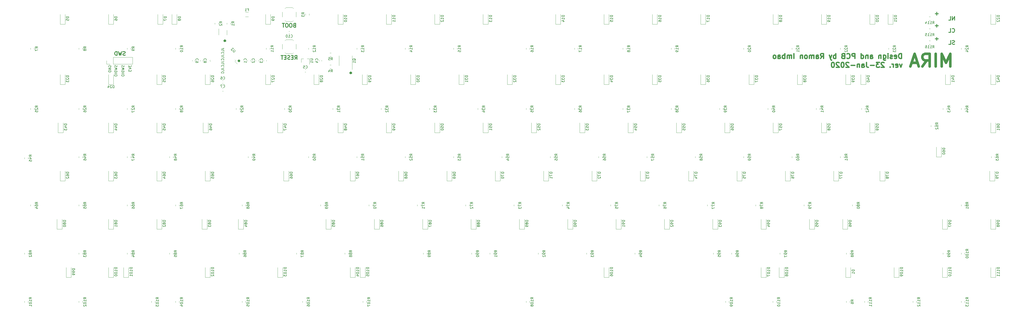
<source format=gbr>
G04 #@! TF.GenerationSoftware,KiCad,Pcbnew,(5.1.4)-1*
G04 #@! TF.CreationDate,2020-01-23T15:38:43+08:00*
G04 #@! TF.ProjectId,Mira,4d697261-2e6b-4696-9361-645f70636258,rev?*
G04 #@! TF.SameCoordinates,Original*
G04 #@! TF.FileFunction,Legend,Bot*
G04 #@! TF.FilePolarity,Positive*
%FSLAX46Y46*%
G04 Gerber Fmt 4.6, Leading zero omitted, Abs format (unit mm)*
G04 Created by KiCad (PCBNEW (5.1.4)-1) date 2020-01-23 15:38:43*
%MOMM*%
%LPD*%
G04 APERTURE LIST*
%ADD10C,0.300000*%
%ADD11C,0.150000*%
%ADD12C,0.750000*%
%ADD13C,0.500000*%
%ADD14C,1.000000*%
%ADD15C,0.120000*%
G04 APERTURE END LIST*
D10*
X351012053Y-3282142D02*
X349869196Y-3282142D01*
X350440625Y-3853571D02*
X350440625Y-2710714D01*
X351012053Y1877232D02*
X349869196Y1877232D01*
X350440625Y1305803D02*
X350440625Y2448660D01*
X351012053Y6639732D02*
X349869196Y6639732D01*
X350440625Y6068303D02*
X350440625Y7211160D01*
X357429464Y-5369642D02*
X357215178Y-5441071D01*
X356858035Y-5441071D01*
X356715178Y-5369642D01*
X356643750Y-5298214D01*
X356572321Y-5155357D01*
X356572321Y-5012500D01*
X356643750Y-4869642D01*
X356715178Y-4798214D01*
X356858035Y-4726785D01*
X357143750Y-4655357D01*
X357286607Y-4583928D01*
X357358035Y-4512500D01*
X357429464Y-4369642D01*
X357429464Y-4226785D01*
X357358035Y-4083928D01*
X357286607Y-4012500D01*
X357143750Y-3941071D01*
X356786607Y-3941071D01*
X356572321Y-4012500D01*
X355215178Y-5441071D02*
X355929464Y-5441071D01*
X355929464Y-3941071D01*
X356536607Y-535714D02*
X356608035Y-607142D01*
X356822321Y-678571D01*
X356965178Y-678571D01*
X357179464Y-607142D01*
X357322321Y-464285D01*
X357393750Y-321428D01*
X357465178Y-35714D01*
X357465178Y178571D01*
X357393750Y464285D01*
X357322321Y607142D01*
X357179464Y750000D01*
X356965178Y821428D01*
X356822321Y821428D01*
X356608035Y750000D01*
X356536607Y678571D01*
X355179464Y-678571D02*
X355893750Y-678571D01*
X355893750Y821428D01*
X357429464Y4083928D02*
X357429464Y5583928D01*
X356572321Y4083928D01*
X356572321Y5583928D01*
X355143750Y4083928D02*
X355858035Y4083928D01*
X355858035Y5583928D01*
D11*
X24106250Y-14353154D02*
X24058630Y-14257916D01*
X24058630Y-14115059D01*
X24106250Y-13972202D01*
X24201488Y-13876964D01*
X24296726Y-13829345D01*
X24487202Y-13781726D01*
X24630059Y-13781726D01*
X24820535Y-13829345D01*
X24915773Y-13876964D01*
X25011011Y-13972202D01*
X25058630Y-14115059D01*
X25058630Y-14210297D01*
X25011011Y-14353154D01*
X24963392Y-14400773D01*
X24630059Y-14400773D01*
X24630059Y-14210297D01*
X25058630Y-14829345D02*
X24058630Y-14829345D01*
X25058630Y-15400773D01*
X24058630Y-15400773D01*
X25058630Y-15876964D02*
X24058630Y-15876964D01*
X24058630Y-16115059D01*
X24106250Y-16257916D01*
X24201488Y-16353154D01*
X24296726Y-16400773D01*
X24487202Y-16448392D01*
X24630059Y-16448392D01*
X24820535Y-16400773D01*
X24915773Y-16353154D01*
X25011011Y-16257916D01*
X25058630Y-16115059D01*
X25058630Y-15876964D01*
X27392261Y-13781726D02*
X27439880Y-13924583D01*
X27439880Y-14162678D01*
X27392261Y-14257916D01*
X27344642Y-14305535D01*
X27249404Y-14353154D01*
X27154166Y-14353154D01*
X27058928Y-14305535D01*
X27011309Y-14257916D01*
X26963690Y-14162678D01*
X26916071Y-13972202D01*
X26868452Y-13876964D01*
X26820833Y-13829345D01*
X26725595Y-13781726D01*
X26630357Y-13781726D01*
X26535119Y-13829345D01*
X26487500Y-13876964D01*
X26439880Y-13972202D01*
X26439880Y-14210297D01*
X26487500Y-14353154D01*
X26439880Y-14686488D02*
X27439880Y-14924583D01*
X26725595Y-15115059D01*
X27439880Y-15305535D01*
X26439880Y-15543630D01*
X27439880Y-15924583D02*
X26439880Y-15924583D01*
X26439880Y-16162678D01*
X26487500Y-16305535D01*
X26582738Y-16400773D01*
X26677976Y-16448392D01*
X26868452Y-16496011D01*
X27011309Y-16496011D01*
X27201785Y-16448392D01*
X27297023Y-16400773D01*
X27392261Y-16305535D01*
X27439880Y-16162678D01*
X27439880Y-15924583D01*
X27439880Y-16924583D02*
X26439880Y-16924583D01*
X26439880Y-17591250D02*
X26439880Y-17781726D01*
X26487500Y-17876964D01*
X26582738Y-17972202D01*
X26773214Y-18019821D01*
X27106547Y-18019821D01*
X27297023Y-17972202D01*
X27392261Y-17876964D01*
X27439880Y-17781726D01*
X27439880Y-17591250D01*
X27392261Y-17496011D01*
X27297023Y-17400773D01*
X27106547Y-17353154D01*
X26773214Y-17353154D01*
X26582738Y-17400773D01*
X26487500Y-17496011D01*
X26439880Y-17591250D01*
X30170386Y-13781726D02*
X30218005Y-13924583D01*
X30218005Y-14162678D01*
X30170386Y-14257916D01*
X30122767Y-14305535D01*
X30027529Y-14353154D01*
X29932291Y-14353154D01*
X29837053Y-14305535D01*
X29789434Y-14257916D01*
X29741815Y-14162678D01*
X29694196Y-13972202D01*
X29646577Y-13876964D01*
X29598958Y-13829345D01*
X29503720Y-13781726D01*
X29408482Y-13781726D01*
X29313244Y-13829345D01*
X29265625Y-13876964D01*
X29218005Y-13972202D01*
X29218005Y-14210297D01*
X29265625Y-14353154D01*
X29218005Y-14686488D02*
X30218005Y-14924583D01*
X29503720Y-15115059D01*
X30218005Y-15305535D01*
X29218005Y-15543630D01*
X30218005Y-15924583D02*
X29218005Y-15924583D01*
X29218005Y-16162678D01*
X29265625Y-16305535D01*
X29360863Y-16400773D01*
X29456101Y-16448392D01*
X29646577Y-16496011D01*
X29789434Y-16496011D01*
X29979910Y-16448392D01*
X30075148Y-16400773D01*
X30170386Y-16305535D01*
X30218005Y-16162678D01*
X30218005Y-15924583D01*
X30218005Y-16924583D02*
X29218005Y-16924583D01*
X29218005Y-17591250D02*
X29218005Y-17781726D01*
X29265625Y-17876964D01*
X29360863Y-17972202D01*
X29551339Y-18019821D01*
X29884672Y-18019821D01*
X30075148Y-17972202D01*
X30170386Y-17876964D01*
X30218005Y-17781726D01*
X30218005Y-17591250D01*
X30170386Y-17496011D01*
X30075148Y-17400773D01*
X29884672Y-17353154D01*
X29551339Y-17353154D01*
X29360863Y-17400773D01*
X29265625Y-17496011D01*
X29218005Y-17591250D01*
X31996130Y-13734107D02*
X31996130Y-14353154D01*
X32377083Y-14019821D01*
X32377083Y-14162678D01*
X32424702Y-14257916D01*
X32472321Y-14305535D01*
X32567559Y-14353154D01*
X32805654Y-14353154D01*
X32900892Y-14305535D01*
X32948511Y-14257916D01*
X32996130Y-14162678D01*
X32996130Y-13876964D01*
X32948511Y-13781726D01*
X32900892Y-13734107D01*
X31996130Y-14638869D02*
X32996130Y-14972202D01*
X31996130Y-15305535D01*
X31996130Y-15543630D02*
X31996130Y-16162678D01*
X32377083Y-15829345D01*
X32377083Y-15972202D01*
X32424702Y-16067440D01*
X32472321Y-16115059D01*
X32567559Y-16162678D01*
X32805654Y-16162678D01*
X32900892Y-16115059D01*
X32948511Y-16067440D01*
X32996130Y-15972202D01*
X32996130Y-15686488D01*
X32948511Y-15591250D01*
X32900892Y-15543630D01*
D10*
X30610714Y-9735267D02*
X30396428Y-9806696D01*
X30039285Y-9806696D01*
X29896428Y-9735267D01*
X29825000Y-9663839D01*
X29753571Y-9520982D01*
X29753571Y-9378125D01*
X29825000Y-9235267D01*
X29896428Y-9163839D01*
X30039285Y-9092410D01*
X30325000Y-9020982D01*
X30467857Y-8949553D01*
X30539285Y-8878125D01*
X30610714Y-8735267D01*
X30610714Y-8592410D01*
X30539285Y-8449553D01*
X30467857Y-8378125D01*
X30325000Y-8306696D01*
X29967857Y-8306696D01*
X29753571Y-8378125D01*
X29253571Y-8306696D02*
X28896428Y-9806696D01*
X28610714Y-8735267D01*
X28325000Y-9806696D01*
X27967857Y-8306696D01*
X27396428Y-9806696D02*
X27396428Y-8306696D01*
X27039285Y-8306696D01*
X26825000Y-8378125D01*
X26682142Y-8520982D01*
X26610714Y-8663839D01*
X26539285Y-8949553D01*
X26539285Y-9163839D01*
X26610714Y-9449553D01*
X26682142Y-9592410D01*
X26825000Y-9735267D01*
X27039285Y-9806696D01*
X27396428Y-9806696D01*
D12*
X119459375Y-16549553D02*
X119316517Y-16692410D01*
X119459375Y-16835267D01*
X119602232Y-16692410D01*
X119459375Y-16549553D01*
X119459375Y-16835267D01*
X69850000Y-3849553D02*
X69707142Y-3992410D01*
X69850000Y-4135267D01*
X69992857Y-3992410D01*
X69850000Y-3849553D01*
X69850000Y-4135267D01*
X75406250Y-11787053D02*
X75263392Y-11929910D01*
X75406250Y-12072767D01*
X75549107Y-11929910D01*
X75406250Y-11787053D01*
X75406250Y-12072767D01*
D11*
X68508630Y-7287202D02*
X69222916Y-7287202D01*
X69365773Y-7239583D01*
X69461011Y-7144345D01*
X69508630Y-7001488D01*
X69508630Y-6906250D01*
X69508630Y-8239583D02*
X69508630Y-7763392D01*
X68508630Y-7763392D01*
X69413392Y-9144345D02*
X69461011Y-9096726D01*
X69508630Y-8953869D01*
X69508630Y-8858630D01*
X69461011Y-8715773D01*
X69365773Y-8620535D01*
X69270535Y-8572916D01*
X69080059Y-8525297D01*
X68937202Y-8525297D01*
X68746726Y-8572916D01*
X68651488Y-8620535D01*
X68556250Y-8715773D01*
X68508630Y-8858630D01*
X68508630Y-8953869D01*
X68556250Y-9096726D01*
X68603869Y-9144345D01*
X68508630Y-9858630D02*
X69222916Y-9858630D01*
X69365773Y-9811011D01*
X69461011Y-9715773D01*
X69508630Y-9572916D01*
X69508630Y-9477678D01*
X69508630Y-10811011D02*
X69508630Y-10334821D01*
X68508630Y-10334821D01*
X69413392Y-11715773D02*
X69461011Y-11668154D01*
X69508630Y-11525297D01*
X69508630Y-11430059D01*
X69461011Y-11287202D01*
X69365773Y-11191964D01*
X69270535Y-11144345D01*
X69080059Y-11096726D01*
X68937202Y-11096726D01*
X68746726Y-11144345D01*
X68651488Y-11191964D01*
X68556250Y-11287202D01*
X68508630Y-11430059D01*
X68508630Y-11525297D01*
X68556250Y-11668154D01*
X68603869Y-11715773D01*
X68508630Y-12430059D02*
X69222916Y-12430059D01*
X69365773Y-12382440D01*
X69461011Y-12287202D01*
X69508630Y-12144345D01*
X69508630Y-12049107D01*
X69508630Y-13382440D02*
X69508630Y-12906250D01*
X68508630Y-12906250D01*
X69413392Y-14287202D02*
X69461011Y-14239583D01*
X69508630Y-14096726D01*
X69508630Y-14001488D01*
X69461011Y-13858630D01*
X69365773Y-13763392D01*
X69270535Y-13715773D01*
X69080059Y-13668154D01*
X68937202Y-13668154D01*
X68746726Y-13715773D01*
X68651488Y-13763392D01*
X68556250Y-13858630D01*
X68508630Y-14001488D01*
X68508630Y-14096726D01*
X68556250Y-14239583D01*
X68603869Y-14287202D01*
X68508630Y-15001488D02*
X69222916Y-15001488D01*
X69365773Y-14953869D01*
X69461011Y-14858630D01*
X69508630Y-14715773D01*
X69508630Y-14620535D01*
X69508630Y-15953869D02*
X69508630Y-15477678D01*
X68508630Y-15477678D01*
X69413392Y-16858630D02*
X69461011Y-16811011D01*
X69508630Y-16668154D01*
X69508630Y-16572916D01*
X69461011Y-16430059D01*
X69365773Y-16334821D01*
X69270535Y-16287202D01*
X69080059Y-16239583D01*
X68937202Y-16239583D01*
X68746726Y-16287202D01*
X68651488Y-16334821D01*
X68556250Y-16430059D01*
X68508630Y-16572916D01*
X68508630Y-16668154D01*
X68556250Y-16811011D01*
X68603869Y-16858630D01*
D13*
X336542559Y-11061011D02*
X336542559Y-9061011D01*
X336066369Y-9061011D01*
X335780654Y-9156250D01*
X335590178Y-9346726D01*
X335494940Y-9537202D01*
X335399702Y-9918154D01*
X335399702Y-10203869D01*
X335494940Y-10584821D01*
X335590178Y-10775297D01*
X335780654Y-10965773D01*
X336066369Y-11061011D01*
X336542559Y-11061011D01*
X333780654Y-10965773D02*
X333971130Y-11061011D01*
X334352083Y-11061011D01*
X334542559Y-10965773D01*
X334637797Y-10775297D01*
X334637797Y-10013392D01*
X334542559Y-9822916D01*
X334352083Y-9727678D01*
X333971130Y-9727678D01*
X333780654Y-9822916D01*
X333685416Y-10013392D01*
X333685416Y-10203869D01*
X334637797Y-10394345D01*
X332923511Y-10965773D02*
X332733035Y-11061011D01*
X332352083Y-11061011D01*
X332161607Y-10965773D01*
X332066369Y-10775297D01*
X332066369Y-10680059D01*
X332161607Y-10489583D01*
X332352083Y-10394345D01*
X332637797Y-10394345D01*
X332828273Y-10299107D01*
X332923511Y-10108630D01*
X332923511Y-10013392D01*
X332828273Y-9822916D01*
X332637797Y-9727678D01*
X332352083Y-9727678D01*
X332161607Y-9822916D01*
X331209226Y-11061011D02*
X331209226Y-9727678D01*
X331209226Y-9061011D02*
X331304464Y-9156250D01*
X331209226Y-9251488D01*
X331113988Y-9156250D01*
X331209226Y-9061011D01*
X331209226Y-9251488D01*
X329399702Y-9727678D02*
X329399702Y-11346726D01*
X329494940Y-11537202D01*
X329590178Y-11632440D01*
X329780654Y-11727678D01*
X330066369Y-11727678D01*
X330256845Y-11632440D01*
X329399702Y-10965773D02*
X329590178Y-11061011D01*
X329971130Y-11061011D01*
X330161607Y-10965773D01*
X330256845Y-10870535D01*
X330352083Y-10680059D01*
X330352083Y-10108630D01*
X330256845Y-9918154D01*
X330161607Y-9822916D01*
X329971130Y-9727678D01*
X329590178Y-9727678D01*
X329399702Y-9822916D01*
X328447321Y-9727678D02*
X328447321Y-11061011D01*
X328447321Y-9918154D02*
X328352083Y-9822916D01*
X328161607Y-9727678D01*
X327875892Y-9727678D01*
X327685416Y-9822916D01*
X327590178Y-10013392D01*
X327590178Y-11061011D01*
X324256845Y-11061011D02*
X324256845Y-10013392D01*
X324352083Y-9822916D01*
X324542559Y-9727678D01*
X324923511Y-9727678D01*
X325113988Y-9822916D01*
X324256845Y-10965773D02*
X324447321Y-11061011D01*
X324923511Y-11061011D01*
X325113988Y-10965773D01*
X325209226Y-10775297D01*
X325209226Y-10584821D01*
X325113988Y-10394345D01*
X324923511Y-10299107D01*
X324447321Y-10299107D01*
X324256845Y-10203869D01*
X323304464Y-9727678D02*
X323304464Y-11061011D01*
X323304464Y-9918154D02*
X323209226Y-9822916D01*
X323018750Y-9727678D01*
X322733035Y-9727678D01*
X322542559Y-9822916D01*
X322447321Y-10013392D01*
X322447321Y-11061011D01*
X320637797Y-11061011D02*
X320637797Y-9061011D01*
X320637797Y-10965773D02*
X320828273Y-11061011D01*
X321209226Y-11061011D01*
X321399702Y-10965773D01*
X321494940Y-10870535D01*
X321590178Y-10680059D01*
X321590178Y-10108630D01*
X321494940Y-9918154D01*
X321399702Y-9822916D01*
X321209226Y-9727678D01*
X320828273Y-9727678D01*
X320637797Y-9822916D01*
X318161607Y-11061011D02*
X318161607Y-9061011D01*
X317399702Y-9061011D01*
X317209226Y-9156250D01*
X317113988Y-9251488D01*
X317018750Y-9441964D01*
X317018750Y-9727678D01*
X317113988Y-9918154D01*
X317209226Y-10013392D01*
X317399702Y-10108630D01*
X318161607Y-10108630D01*
X315018750Y-10870535D02*
X315113988Y-10965773D01*
X315399702Y-11061011D01*
X315590178Y-11061011D01*
X315875892Y-10965773D01*
X316066369Y-10775297D01*
X316161607Y-10584821D01*
X316256845Y-10203869D01*
X316256845Y-9918154D01*
X316161607Y-9537202D01*
X316066369Y-9346726D01*
X315875892Y-9156250D01*
X315590178Y-9061011D01*
X315399702Y-9061011D01*
X315113988Y-9156250D01*
X315018750Y-9251488D01*
X313494940Y-10013392D02*
X313209226Y-10108630D01*
X313113988Y-10203869D01*
X313018750Y-10394345D01*
X313018750Y-10680059D01*
X313113988Y-10870535D01*
X313209226Y-10965773D01*
X313399702Y-11061011D01*
X314161607Y-11061011D01*
X314161607Y-9061011D01*
X313494940Y-9061011D01*
X313304464Y-9156250D01*
X313209226Y-9251488D01*
X313113988Y-9441964D01*
X313113988Y-9632440D01*
X313209226Y-9822916D01*
X313304464Y-9918154D01*
X313494940Y-10013392D01*
X314161607Y-10013392D01*
X310637797Y-11061011D02*
X310637797Y-9061011D01*
X310637797Y-9822916D02*
X310447321Y-9727678D01*
X310066369Y-9727678D01*
X309875892Y-9822916D01*
X309780654Y-9918154D01*
X309685416Y-10108630D01*
X309685416Y-10680059D01*
X309780654Y-10870535D01*
X309875892Y-10965773D01*
X310066369Y-11061011D01*
X310447321Y-11061011D01*
X310637797Y-10965773D01*
X309018750Y-9727678D02*
X308542559Y-11061011D01*
X308066369Y-9727678D02*
X308542559Y-11061011D01*
X308733035Y-11537202D01*
X308828273Y-11632440D01*
X309018750Y-11727678D01*
X304637797Y-11061011D02*
X305304464Y-10108630D01*
X305780654Y-11061011D02*
X305780654Y-9061011D01*
X305018750Y-9061011D01*
X304828273Y-9156250D01*
X304733035Y-9251488D01*
X304637797Y-9441964D01*
X304637797Y-9727678D01*
X304733035Y-9918154D01*
X304828273Y-10013392D01*
X305018750Y-10108630D01*
X305780654Y-10108630D01*
X302923511Y-11061011D02*
X302923511Y-10013392D01*
X303018750Y-9822916D01*
X303209226Y-9727678D01*
X303590178Y-9727678D01*
X303780654Y-9822916D01*
X302923511Y-10965773D02*
X303113988Y-11061011D01*
X303590178Y-11061011D01*
X303780654Y-10965773D01*
X303875892Y-10775297D01*
X303875892Y-10584821D01*
X303780654Y-10394345D01*
X303590178Y-10299107D01*
X303113988Y-10299107D01*
X302923511Y-10203869D01*
X301971130Y-11061011D02*
X301971130Y-9727678D01*
X301971130Y-9918154D02*
X301875892Y-9822916D01*
X301685416Y-9727678D01*
X301399702Y-9727678D01*
X301209226Y-9822916D01*
X301113988Y-10013392D01*
X301113988Y-11061011D01*
X301113988Y-10013392D02*
X301018750Y-9822916D01*
X300828273Y-9727678D01*
X300542559Y-9727678D01*
X300352083Y-9822916D01*
X300256845Y-10013392D01*
X300256845Y-11061011D01*
X299018750Y-11061011D02*
X299209226Y-10965773D01*
X299304464Y-10870535D01*
X299399702Y-10680059D01*
X299399702Y-10108630D01*
X299304464Y-9918154D01*
X299209226Y-9822916D01*
X299018750Y-9727678D01*
X298733035Y-9727678D01*
X298542559Y-9822916D01*
X298447321Y-9918154D01*
X298352083Y-10108630D01*
X298352083Y-10680059D01*
X298447321Y-10870535D01*
X298542559Y-10965773D01*
X298733035Y-11061011D01*
X299018750Y-11061011D01*
X297494940Y-9727678D02*
X297494940Y-11061011D01*
X297494940Y-9918154D02*
X297399702Y-9822916D01*
X297209226Y-9727678D01*
X296923511Y-9727678D01*
X296733035Y-9822916D01*
X296637797Y-10013392D01*
X296637797Y-11061011D01*
X294161607Y-11061011D02*
X294161607Y-9061011D01*
X293209226Y-11061011D02*
X293209226Y-9727678D01*
X293209226Y-9918154D02*
X293113988Y-9822916D01*
X292923511Y-9727678D01*
X292637797Y-9727678D01*
X292447321Y-9822916D01*
X292352083Y-10013392D01*
X292352083Y-11061011D01*
X292352083Y-10013392D02*
X292256845Y-9822916D01*
X292066369Y-9727678D01*
X291780654Y-9727678D01*
X291590178Y-9822916D01*
X291494940Y-10013392D01*
X291494940Y-11061011D01*
X290542559Y-11061011D02*
X290542559Y-9061011D01*
X290542559Y-9822916D02*
X290352083Y-9727678D01*
X289971130Y-9727678D01*
X289780654Y-9822916D01*
X289685416Y-9918154D01*
X289590178Y-10108630D01*
X289590178Y-10680059D01*
X289685416Y-10870535D01*
X289780654Y-10965773D01*
X289971130Y-11061011D01*
X290352083Y-11061011D01*
X290542559Y-10965773D01*
X287875892Y-11061011D02*
X287875892Y-10013392D01*
X287971130Y-9822916D01*
X288161607Y-9727678D01*
X288542559Y-9727678D01*
X288733035Y-9822916D01*
X287875892Y-10965773D02*
X288066369Y-11061011D01*
X288542559Y-11061011D01*
X288733035Y-10965773D01*
X288828273Y-10775297D01*
X288828273Y-10584821D01*
X288733035Y-10394345D01*
X288542559Y-10299107D01*
X288066369Y-10299107D01*
X287875892Y-10203869D01*
X286637797Y-11061011D02*
X286828273Y-10965773D01*
X286923511Y-10870535D01*
X287018750Y-10680059D01*
X287018750Y-10108630D01*
X286923511Y-9918154D01*
X286828273Y-9822916D01*
X286637797Y-9727678D01*
X286352083Y-9727678D01*
X286161607Y-9822916D01*
X286066369Y-9918154D01*
X285971130Y-10108630D01*
X285971130Y-10680059D01*
X286066369Y-10870535D01*
X286161607Y-10965773D01*
X286352083Y-11061011D01*
X286637797Y-11061011D01*
X336733035Y-13227678D02*
X336256845Y-14561011D01*
X335780654Y-13227678D01*
X334256845Y-14465773D02*
X334447321Y-14561011D01*
X334828273Y-14561011D01*
X335018750Y-14465773D01*
X335113988Y-14275297D01*
X335113988Y-13513392D01*
X335018750Y-13322916D01*
X334828273Y-13227678D01*
X334447321Y-13227678D01*
X334256845Y-13322916D01*
X334161607Y-13513392D01*
X334161607Y-13703869D01*
X335113988Y-13894345D01*
X333304464Y-14561011D02*
X333304464Y-13227678D01*
X333304464Y-13608630D02*
X333209226Y-13418154D01*
X333113988Y-13322916D01*
X332923511Y-13227678D01*
X332733035Y-13227678D01*
X332066369Y-14370535D02*
X331971130Y-14465773D01*
X332066369Y-14561011D01*
X332161607Y-14465773D01*
X332066369Y-14370535D01*
X332066369Y-14561011D01*
X329685416Y-12751488D02*
X329590178Y-12656250D01*
X329399702Y-12561011D01*
X328923511Y-12561011D01*
X328733035Y-12656250D01*
X328637797Y-12751488D01*
X328542559Y-12941964D01*
X328542559Y-13132440D01*
X328637797Y-13418154D01*
X329780654Y-14561011D01*
X328542559Y-14561011D01*
X327875892Y-12561011D02*
X326637797Y-12561011D01*
X327304464Y-13322916D01*
X327018750Y-13322916D01*
X326828273Y-13418154D01*
X326733035Y-13513392D01*
X326637797Y-13703869D01*
X326637797Y-14180059D01*
X326733035Y-14370535D01*
X326828273Y-14465773D01*
X327018750Y-14561011D01*
X327590178Y-14561011D01*
X327780654Y-14465773D01*
X327875892Y-14370535D01*
X325780654Y-13799107D02*
X324256845Y-13799107D01*
X322733035Y-12561011D02*
X322733035Y-13989583D01*
X322828273Y-14275297D01*
X323018750Y-14465773D01*
X323304464Y-14561011D01*
X323494940Y-14561011D01*
X320923511Y-14561011D02*
X320923511Y-13513392D01*
X321018750Y-13322916D01*
X321209226Y-13227678D01*
X321590178Y-13227678D01*
X321780654Y-13322916D01*
X320923511Y-14465773D02*
X321113988Y-14561011D01*
X321590178Y-14561011D01*
X321780654Y-14465773D01*
X321875892Y-14275297D01*
X321875892Y-14084821D01*
X321780654Y-13894345D01*
X321590178Y-13799107D01*
X321113988Y-13799107D01*
X320923511Y-13703869D01*
X319971130Y-13227678D02*
X319971130Y-14561011D01*
X319971130Y-13418154D02*
X319875892Y-13322916D01*
X319685416Y-13227678D01*
X319399702Y-13227678D01*
X319209226Y-13322916D01*
X319113988Y-13513392D01*
X319113988Y-14561011D01*
X318161607Y-13799107D02*
X316637797Y-13799107D01*
X315780654Y-12751488D02*
X315685416Y-12656250D01*
X315494940Y-12561011D01*
X315018750Y-12561011D01*
X314828273Y-12656250D01*
X314733035Y-12751488D01*
X314637797Y-12941964D01*
X314637797Y-13132440D01*
X314733035Y-13418154D01*
X315875892Y-14561011D01*
X314637797Y-14561011D01*
X313399702Y-12561011D02*
X313209226Y-12561011D01*
X313018750Y-12656250D01*
X312923511Y-12751488D01*
X312828273Y-12941964D01*
X312733035Y-13322916D01*
X312733035Y-13799107D01*
X312828273Y-14180059D01*
X312923511Y-14370535D01*
X313018750Y-14465773D01*
X313209226Y-14561011D01*
X313399702Y-14561011D01*
X313590178Y-14465773D01*
X313685416Y-14370535D01*
X313780654Y-14180059D01*
X313875892Y-13799107D01*
X313875892Y-13322916D01*
X313780654Y-12941964D01*
X313685416Y-12751488D01*
X313590178Y-12656250D01*
X313399702Y-12561011D01*
X311971130Y-12751488D02*
X311875892Y-12656250D01*
X311685416Y-12561011D01*
X311209226Y-12561011D01*
X311018750Y-12656250D01*
X310923511Y-12751488D01*
X310828273Y-12941964D01*
X310828273Y-13132440D01*
X310923511Y-13418154D01*
X312066369Y-14561011D01*
X310828273Y-14561011D01*
X309590178Y-12561011D02*
X309399702Y-12561011D01*
X309209226Y-12656250D01*
X309113988Y-12751488D01*
X309018750Y-12941964D01*
X308923511Y-13322916D01*
X308923511Y-13799107D01*
X309018750Y-14180059D01*
X309113988Y-14370535D01*
X309209226Y-14465773D01*
X309399702Y-14561011D01*
X309590178Y-14561011D01*
X309780654Y-14465773D01*
X309875892Y-14370535D01*
X309971130Y-14180059D01*
X310066369Y-13799107D01*
X310066369Y-13322916D01*
X309971130Y-12941964D01*
X309875892Y-12751488D01*
X309780654Y-12656250D01*
X309590178Y-12561011D01*
D14*
X355743898Y-14168154D02*
X355743898Y-9168154D01*
X354077232Y-12739583D01*
X352410565Y-9168154D01*
X352410565Y-14168154D01*
X350029613Y-14168154D02*
X350029613Y-9168154D01*
X344791517Y-14168154D02*
X346458184Y-11787202D01*
X347648660Y-14168154D02*
X347648660Y-9168154D01*
X345743898Y-9168154D01*
X345267708Y-9406250D01*
X345029613Y-9644345D01*
X344791517Y-10120535D01*
X344791517Y-10834821D01*
X345029613Y-11311011D01*
X345267708Y-11549107D01*
X345743898Y-11787202D01*
X347648660Y-11787202D01*
X342886755Y-12739583D02*
X340505803Y-12739583D01*
X343362946Y-14168154D02*
X341696279Y-9168154D01*
X340029613Y-14168154D01*
D10*
X97428571Y-11394196D02*
X97928571Y-10679910D01*
X98285714Y-11394196D02*
X98285714Y-9894196D01*
X97714285Y-9894196D01*
X97571428Y-9965625D01*
X97500000Y-10037053D01*
X97428571Y-10179910D01*
X97428571Y-10394196D01*
X97500000Y-10537053D01*
X97571428Y-10608482D01*
X97714285Y-10679910D01*
X98285714Y-10679910D01*
X96785714Y-10608482D02*
X96285714Y-10608482D01*
X96071428Y-11394196D02*
X96785714Y-11394196D01*
X96785714Y-9894196D01*
X96071428Y-9894196D01*
X95500000Y-11322767D02*
X95285714Y-11394196D01*
X94928571Y-11394196D01*
X94785714Y-11322767D01*
X94714285Y-11251339D01*
X94642857Y-11108482D01*
X94642857Y-10965625D01*
X94714285Y-10822767D01*
X94785714Y-10751339D01*
X94928571Y-10679910D01*
X95214285Y-10608482D01*
X95357142Y-10537053D01*
X95428571Y-10465625D01*
X95500000Y-10322767D01*
X95500000Y-10179910D01*
X95428571Y-10037053D01*
X95357142Y-9965625D01*
X95214285Y-9894196D01*
X94857142Y-9894196D01*
X94642857Y-9965625D01*
X94000000Y-10608482D02*
X93500000Y-10608482D01*
X93285714Y-11394196D02*
X94000000Y-11394196D01*
X94000000Y-9894196D01*
X93285714Y-9894196D01*
X92857142Y-9894196D02*
X92000000Y-9894196D01*
X92428571Y-11394196D02*
X92428571Y-9894196D01*
X97285714Y2091517D02*
X97071428Y2020089D01*
X97000000Y1948660D01*
X96928571Y1805803D01*
X96928571Y1591517D01*
X97000000Y1448660D01*
X97071428Y1377232D01*
X97214285Y1305803D01*
X97785714Y1305803D01*
X97785714Y2805803D01*
X97285714Y2805803D01*
X97142857Y2734375D01*
X97071428Y2662946D01*
X97000000Y2520089D01*
X97000000Y2377232D01*
X97071428Y2234375D01*
X97142857Y2162946D01*
X97285714Y2091517D01*
X97785714Y2091517D01*
X96000000Y2805803D02*
X95714285Y2805803D01*
X95571428Y2734375D01*
X95428571Y2591517D01*
X95357142Y2305803D01*
X95357142Y1805803D01*
X95428571Y1520089D01*
X95571428Y1377232D01*
X95714285Y1305803D01*
X96000000Y1305803D01*
X96142857Y1377232D01*
X96285714Y1520089D01*
X96357142Y1805803D01*
X96357142Y2305803D01*
X96285714Y2591517D01*
X96142857Y2734375D01*
X96000000Y2805803D01*
X94428571Y2805803D02*
X94142857Y2805803D01*
X94000000Y2734375D01*
X93857142Y2591517D01*
X93785714Y2305803D01*
X93785714Y1805803D01*
X93857142Y1520089D01*
X94000000Y1377232D01*
X94142857Y1305803D01*
X94428571Y1305803D01*
X94571428Y1377232D01*
X94714285Y1520089D01*
X94785714Y1805803D01*
X94785714Y2305803D01*
X94714285Y2591517D01*
X94571428Y2734375D01*
X94428571Y2805803D01*
X93357142Y2805803D02*
X92500000Y2805803D01*
X92928571Y1305803D02*
X92928571Y2805803D01*
D15*
X347403922Y-4052500D02*
X347921078Y-4052500D01*
X347403922Y-5472500D02*
X347921078Y-5472500D01*
X347403922Y710000D02*
X347921078Y710000D01*
X347403922Y-710000D02*
X347921078Y-710000D01*
X347403922Y5472500D02*
X347921078Y5472500D01*
X347403922Y4052500D02*
X347921078Y4052500D01*
X314805625Y-107414828D02*
X314805625Y-106897672D01*
X316225625Y-107414828D02*
X316225625Y-106897672D01*
X316515625Y-97500000D02*
X314515625Y-97500000D01*
X314515625Y-97500000D02*
X314515625Y-93600000D01*
X316515625Y-97500000D02*
X316515625Y-93600000D01*
X64269137Y-12224448D02*
X63950939Y-11906250D01*
X63950939Y-11906250D02*
X64269137Y-11588052D01*
X68738052Y-16693363D02*
X69056250Y-17011561D01*
X69056250Y-17011561D02*
X69374448Y-16693363D01*
X69374448Y-7119137D02*
X69056250Y-6800939D01*
X69056250Y-6800939D02*
X68738052Y-7119137D01*
X73843363Y-11588052D02*
X74161561Y-11906250D01*
X74161561Y-11906250D02*
X73843363Y-12224448D01*
X73843363Y-12224448D02*
X74755531Y-13136616D01*
X23276250Y-11906250D02*
X23276250Y-13236250D01*
X23276250Y-13236250D02*
X24606250Y-13236250D01*
X25876250Y-13236250D02*
X33556250Y-13236250D01*
X33556250Y-10576250D02*
X33556250Y-13236250D01*
X25876250Y-10576250D02*
X33556250Y-10576250D01*
X25876250Y-10576250D02*
X25876250Y-13236250D01*
X67446250Y-1693750D02*
X67446250Y756250D01*
X70666250Y106250D02*
X70666250Y-1693750D01*
X100020000Y-11146250D02*
X100020000Y-12606250D01*
X103180000Y-11146250D02*
X103180000Y-13306250D01*
X103180000Y-11146250D02*
X102250000Y-11146250D01*
X100020000Y-11146250D02*
X100950000Y-11146250D01*
X94000000Y3600000D02*
X96500000Y3600000D01*
X92500000Y5350000D02*
X92500000Y7350000D01*
X94000000Y9100000D02*
X96500000Y9100000D01*
X98000000Y5350000D02*
X98000000Y7350000D01*
X93550000Y4050000D02*
X94000000Y3600000D01*
X96950000Y4050000D02*
X96500000Y3600000D01*
X96950000Y8650000D02*
X96500000Y9100000D01*
X93550000Y8650000D02*
X94000000Y9100000D01*
X94000000Y-9100000D02*
X96500000Y-9100000D01*
X92500000Y-7350000D02*
X92500000Y-5350000D01*
X94000000Y-3600000D02*
X96500000Y-3600000D01*
X98000000Y-7350000D02*
X98000000Y-5350000D01*
X93550000Y-8650000D02*
X94000000Y-9100000D01*
X96950000Y-8650000D02*
X96500000Y-9100000D01*
X96950000Y-4050000D02*
X96500000Y-3600000D01*
X93550000Y-4050000D02*
X94000000Y-3600000D01*
X360049375Y-107414828D02*
X360049375Y-106897672D01*
X361469375Y-107414828D02*
X361469375Y-106897672D01*
X340999375Y-107414828D02*
X340999375Y-106897672D01*
X342419375Y-107414828D02*
X342419375Y-106897672D01*
X321949375Y-107414828D02*
X321949375Y-106897672D01*
X323369375Y-107414828D02*
X323369375Y-106897672D01*
X285833750Y-107414828D02*
X285833750Y-106897672D01*
X287253750Y-107414828D02*
X287253750Y-106897672D01*
X267180625Y-107414828D02*
X267180625Y-106897672D01*
X268600625Y-107414828D02*
X268600625Y-106897672D01*
X188599375Y-107414828D02*
X188599375Y-106897672D01*
X190019375Y-107414828D02*
X190019375Y-106897672D01*
X124305625Y-107414828D02*
X124305625Y-106897672D01*
X125725625Y-107414828D02*
X125725625Y-106897672D01*
X100493125Y-107414828D02*
X100493125Y-106897672D01*
X101913125Y-107414828D02*
X101913125Y-106897672D01*
X76680625Y-107414828D02*
X76680625Y-106897672D01*
X78100625Y-107414828D02*
X78100625Y-106897672D01*
X50486875Y-107414828D02*
X50486875Y-106897672D01*
X51906875Y-107414828D02*
X51906875Y-106897672D01*
X40961875Y-107414828D02*
X40961875Y-106897672D01*
X42381875Y-107414828D02*
X42381875Y-106897672D01*
X12386875Y-107414828D02*
X12386875Y-106897672D01*
X13806875Y-107414828D02*
X13806875Y-106897672D01*
X-9044375Y-107414828D02*
X-9044375Y-106897672D01*
X-7624375Y-107414828D02*
X-7624375Y-106897672D01*
X360049375Y-88364828D02*
X360049375Y-87847672D01*
X361469375Y-88364828D02*
X361469375Y-87847672D01*
X352905625Y-88364828D02*
X352905625Y-87847672D01*
X354325625Y-88364828D02*
X354325625Y-87847672D01*
X314805625Y-88364828D02*
X314805625Y-87847672D01*
X316225625Y-88364828D02*
X316225625Y-87847672D01*
X288611875Y-88364828D02*
X288611875Y-87847672D01*
X290031875Y-88364828D02*
X290031875Y-87847672D01*
X269561875Y-88364828D02*
X269561875Y-87847672D01*
X270981875Y-88364828D02*
X270981875Y-87847672D01*
X262418125Y-88364828D02*
X262418125Y-87847672D01*
X263838125Y-88364828D02*
X263838125Y-87847672D01*
X231461875Y-88364828D02*
X231461875Y-87847672D01*
X232881875Y-88364828D02*
X232881875Y-87847672D01*
X212411875Y-88364828D02*
X212411875Y-87847672D01*
X213831875Y-88364828D02*
X213831875Y-87847672D01*
X193361875Y-88364828D02*
X193361875Y-87847672D01*
X194781875Y-88364828D02*
X194781875Y-87847672D01*
X174311875Y-88364828D02*
X174311875Y-87847672D01*
X175731875Y-88364828D02*
X175731875Y-87847672D01*
X167168125Y-88364828D02*
X167168125Y-87847672D01*
X168588125Y-88364828D02*
X168588125Y-87847672D01*
X148118125Y-88364828D02*
X148118125Y-87847672D01*
X149538125Y-88364828D02*
X149538125Y-87847672D01*
X117161875Y-88364828D02*
X117161875Y-87847672D01*
X118581875Y-88364828D02*
X118581875Y-87847672D01*
X98111875Y-88364828D02*
X98111875Y-87847672D01*
X99531875Y-88364828D02*
X99531875Y-87847672D01*
X75490000Y-88364828D02*
X75490000Y-87847672D01*
X76910000Y-88364828D02*
X76910000Y-87847672D01*
X48105625Y-88364828D02*
X48105625Y-87847672D01*
X49525625Y-88364828D02*
X49525625Y-87847672D01*
X31436875Y-88364828D02*
X31436875Y-87847672D01*
X32856875Y-88364828D02*
X32856875Y-87847672D01*
X12386875Y-88364828D02*
X12386875Y-87847672D01*
X13806875Y-88364828D02*
X13806875Y-87847672D01*
X-9044375Y-88364828D02*
X-9044375Y-87847672D01*
X-7624375Y-88364828D02*
X-7624375Y-87847672D01*
X360049375Y-69314828D02*
X360049375Y-68797672D01*
X361469375Y-69314828D02*
X361469375Y-68797672D01*
X317186875Y-69314828D02*
X317186875Y-68797672D01*
X318606875Y-69314828D02*
X318606875Y-68797672D01*
X298136875Y-69314828D02*
X298136875Y-68797672D01*
X299556875Y-69314828D02*
X299556875Y-68797672D01*
X279086875Y-69314828D02*
X279086875Y-68797672D01*
X280506875Y-69314828D02*
X280506875Y-68797672D01*
X260036875Y-69314828D02*
X260036875Y-68797672D01*
X261456875Y-69314828D02*
X261456875Y-68797672D01*
X240986875Y-69314828D02*
X240986875Y-68797672D01*
X242406875Y-69314828D02*
X242406875Y-68797672D01*
X221936875Y-69314828D02*
X221936875Y-68797672D01*
X223356875Y-69314828D02*
X223356875Y-68797672D01*
X202886875Y-69314828D02*
X202886875Y-68797672D01*
X204306875Y-69314828D02*
X204306875Y-68797672D01*
X183836875Y-69314828D02*
X183836875Y-68797672D01*
X185256875Y-69314828D02*
X185256875Y-68797672D01*
X164786875Y-69314828D02*
X164786875Y-68797672D01*
X166206875Y-69314828D02*
X166206875Y-68797672D01*
X145736875Y-69314828D02*
X145736875Y-68797672D01*
X147156875Y-69314828D02*
X147156875Y-68797672D01*
X126686875Y-69314828D02*
X126686875Y-68797672D01*
X128106875Y-69314828D02*
X128106875Y-68797672D01*
X107636875Y-69314828D02*
X107636875Y-68797672D01*
X109056875Y-69314828D02*
X109056875Y-68797672D01*
X76680625Y-69314828D02*
X76680625Y-68797672D01*
X78100625Y-69314828D02*
X78100625Y-68797672D01*
X50486875Y-69314828D02*
X50486875Y-68797672D01*
X51906875Y-69314828D02*
X51906875Y-68797672D01*
X31436875Y-69314828D02*
X31436875Y-68797672D01*
X32856875Y-69314828D02*
X32856875Y-68797672D01*
X12386875Y-69314828D02*
X12386875Y-68797672D01*
X13806875Y-69314828D02*
X13806875Y-68797672D01*
X-6663125Y-69314828D02*
X-6663125Y-68797672D01*
X-5243125Y-69314828D02*
X-5243125Y-68797672D01*
X371955625Y-50264828D02*
X371955625Y-49747672D01*
X373375625Y-50264828D02*
X373375625Y-49747672D01*
X348143125Y-37961703D02*
X348143125Y-37444547D01*
X349563125Y-37961703D02*
X349563125Y-37444547D01*
X312424375Y-50264828D02*
X312424375Y-49747672D01*
X313844375Y-50264828D02*
X313844375Y-49747672D01*
X293374375Y-50264828D02*
X293374375Y-49747672D01*
X294794375Y-50264828D02*
X294794375Y-49747672D01*
X274324375Y-50264828D02*
X274324375Y-49747672D01*
X275744375Y-50264828D02*
X275744375Y-49747672D01*
X255274375Y-50264828D02*
X255274375Y-49747672D01*
X256694375Y-50264828D02*
X256694375Y-49747672D01*
X236224375Y-50264828D02*
X236224375Y-49747672D01*
X237644375Y-50264828D02*
X237644375Y-49747672D01*
X217174375Y-50264828D02*
X217174375Y-49747672D01*
X218594375Y-50264828D02*
X218594375Y-49747672D01*
X198124375Y-50264828D02*
X198124375Y-49747672D01*
X199544375Y-50264828D02*
X199544375Y-49747672D01*
X179074375Y-50264828D02*
X179074375Y-49747672D01*
X180494375Y-50264828D02*
X180494375Y-49747672D01*
X160024375Y-50264828D02*
X160024375Y-49747672D01*
X161444375Y-50264828D02*
X161444375Y-49747672D01*
X140974375Y-50264828D02*
X140974375Y-49747672D01*
X142394375Y-50264828D02*
X142394375Y-49747672D01*
X121924375Y-50264828D02*
X121924375Y-49747672D01*
X123344375Y-50264828D02*
X123344375Y-49747672D01*
X102874375Y-50264828D02*
X102874375Y-49747672D01*
X104294375Y-50264828D02*
X104294375Y-49747672D01*
X79061875Y-50264828D02*
X79061875Y-49747672D01*
X80481875Y-50264828D02*
X80481875Y-49747672D01*
X48105625Y-50264828D02*
X48105625Y-49747672D01*
X49525625Y-50264828D02*
X49525625Y-49747672D01*
X31436875Y-50264828D02*
X31436875Y-49747672D01*
X32856875Y-50264828D02*
X32856875Y-49747672D01*
X12386875Y-50264828D02*
X12386875Y-49747672D01*
X13806875Y-50264828D02*
X13806875Y-49747672D01*
X-9044375Y-50661703D02*
X-9044375Y-50144547D01*
X-7624375Y-50661703D02*
X-7624375Y-50144547D01*
X360049375Y-31214828D02*
X360049375Y-30697672D01*
X361469375Y-31214828D02*
X361469375Y-30697672D01*
X352905625Y-31214828D02*
X352905625Y-30697672D01*
X354325625Y-31214828D02*
X354325625Y-30697672D01*
X320758750Y-31214828D02*
X320758750Y-30697672D01*
X322178750Y-31214828D02*
X322178750Y-30697672D01*
X302899375Y-31214828D02*
X302899375Y-30697672D01*
X304319375Y-31214828D02*
X304319375Y-30697672D01*
X283849375Y-31214828D02*
X283849375Y-30697672D01*
X285269375Y-31214828D02*
X285269375Y-30697672D01*
X264799375Y-31214828D02*
X264799375Y-30697672D01*
X266219375Y-31214828D02*
X266219375Y-30697672D01*
X245749375Y-31214828D02*
X245749375Y-30697672D01*
X247169375Y-31214828D02*
X247169375Y-30697672D01*
X226699375Y-31214828D02*
X226699375Y-30697672D01*
X228119375Y-31214828D02*
X228119375Y-30697672D01*
X207649375Y-31214828D02*
X207649375Y-30697672D01*
X209069375Y-31214828D02*
X209069375Y-30697672D01*
X188599375Y-31214828D02*
X188599375Y-30697672D01*
X190019375Y-31214828D02*
X190019375Y-30697672D01*
X169549375Y-31214828D02*
X169549375Y-30697672D01*
X170969375Y-31214828D02*
X170969375Y-30697672D01*
X150499375Y-31214828D02*
X150499375Y-30697672D01*
X151919375Y-31214828D02*
X151919375Y-30697672D01*
X131449375Y-31214828D02*
X131449375Y-30697672D01*
X132869375Y-31214828D02*
X132869375Y-30697672D01*
X112399375Y-31214828D02*
X112399375Y-30697672D01*
X113819375Y-31214828D02*
X113819375Y-30697672D01*
X93349375Y-31214828D02*
X93349375Y-30697672D01*
X94769375Y-31214828D02*
X94769375Y-30697672D01*
X74299375Y-31214828D02*
X74299375Y-30697672D01*
X75719375Y-31214828D02*
X75719375Y-30697672D01*
X50486875Y-31214828D02*
X50486875Y-30697672D01*
X51906875Y-31214828D02*
X51906875Y-30697672D01*
X31436875Y-31214828D02*
X31436875Y-30697672D01*
X32856875Y-31214828D02*
X32856875Y-30697672D01*
X12386875Y-31214828D02*
X12386875Y-30697672D01*
X13806875Y-31214828D02*
X13806875Y-30697672D01*
X-6663125Y-31214828D02*
X-6663125Y-30697672D01*
X-5243125Y-31214828D02*
X-5243125Y-30697672D01*
X360049375Y-7402328D02*
X360049375Y-6885172D01*
X361469375Y-7402328D02*
X361469375Y-6885172D01*
X331474375Y-7402328D02*
X331474375Y-6885172D01*
X332894375Y-7402328D02*
X332894375Y-6885172D01*
X312424375Y-7402328D02*
X312424375Y-6885172D01*
X313844375Y-7402328D02*
X313844375Y-6885172D01*
X293374375Y-7402328D02*
X293374375Y-6885172D01*
X294794375Y-7402328D02*
X294794375Y-6885172D01*
X274324375Y-7402328D02*
X274324375Y-6885172D01*
X275744375Y-7402328D02*
X275744375Y-6885172D01*
X245749375Y-7402328D02*
X245749375Y-6885172D01*
X247169375Y-7402328D02*
X247169375Y-6885172D01*
X226699375Y-7402328D02*
X226699375Y-6885172D01*
X228119375Y-7402328D02*
X228119375Y-6885172D01*
X207649375Y-7402328D02*
X207649375Y-6885172D01*
X209069375Y-7402328D02*
X209069375Y-6885172D01*
X188599375Y-7402328D02*
X188599375Y-6885172D01*
X190019375Y-7402328D02*
X190019375Y-6885172D01*
X160024375Y-7402328D02*
X160024375Y-6885172D01*
X161444375Y-7402328D02*
X161444375Y-6885172D01*
X140974375Y-7402328D02*
X140974375Y-6885172D01*
X142394375Y-7402328D02*
X142394375Y-6885172D01*
X121924375Y-7402328D02*
X121924375Y-6885172D01*
X123344375Y-7402328D02*
X123344375Y-6885172D01*
X102874375Y-7402328D02*
X102874375Y-6885172D01*
X104294375Y-7402328D02*
X104294375Y-6885172D01*
X86205625Y-7402328D02*
X86205625Y-6885172D01*
X87625625Y-7402328D02*
X87625625Y-6885172D01*
X50486875Y-7402328D02*
X50486875Y-6885172D01*
X51906875Y-7402328D02*
X51906875Y-6885172D01*
X31436875Y-7402328D02*
X31436875Y-6885172D01*
X32856875Y-7402328D02*
X32856875Y-6885172D01*
X12386875Y-7402328D02*
X12386875Y-6885172D01*
X13806875Y-7402328D02*
X13806875Y-6885172D01*
X-6663125Y-7402328D02*
X-6663125Y-6885172D01*
X-5243125Y-7402328D02*
X-5243125Y-6885172D01*
X111263297Y-8815000D02*
X111780453Y-8815000D01*
X111263297Y-10235000D02*
X111780453Y-10235000D01*
X111263297Y-13577500D02*
X111780453Y-13577500D01*
X111263297Y-14997500D02*
X111780453Y-14997500D01*
X103103750Y6608578D02*
X103103750Y6091422D01*
X101683750Y6608578D02*
X101683750Y6091422D01*
X65965000Y2519547D02*
X65965000Y3036703D01*
X67385000Y2519547D02*
X67385000Y3036703D01*
X70727500Y2519547D02*
X70727500Y3036703D01*
X72147500Y2519547D02*
X72147500Y3036703D01*
X120035000Y-11906250D02*
X120035000Y-15356250D01*
X120035000Y-11906250D02*
X120035000Y-9956250D01*
X114915000Y-11906250D02*
X114915000Y-13856250D01*
X114915000Y-11906250D02*
X114915000Y-9956250D01*
X79183314Y5440000D02*
X77979186Y5440000D01*
X79183314Y7260000D02*
X77979186Y7260000D01*
X373665625Y-97500000D02*
X371665625Y-97500000D01*
X371665625Y-97500000D02*
X371665625Y-93600000D01*
X373665625Y-97500000D02*
X373665625Y-93600000D01*
X354615625Y-97500000D02*
X352615625Y-97500000D01*
X352615625Y-97500000D02*
X352615625Y-93600000D01*
X354615625Y-97500000D02*
X354615625Y-93600000D01*
X335565625Y-97500000D02*
X333565625Y-97500000D01*
X333565625Y-97500000D02*
X333565625Y-93600000D01*
X335565625Y-97500000D02*
X335565625Y-93600000D01*
X290321875Y-97500000D02*
X288321875Y-97500000D01*
X288321875Y-97500000D02*
X288321875Y-93600000D01*
X290321875Y-97500000D02*
X290321875Y-93600000D01*
X283178125Y-97500000D02*
X281178125Y-97500000D01*
X281178125Y-97500000D02*
X281178125Y-93600000D01*
X283178125Y-97500000D02*
X283178125Y-93600000D01*
X221265625Y-97500000D02*
X219265625Y-97500000D01*
X219265625Y-97500000D02*
X219265625Y-93600000D01*
X221265625Y-97500000D02*
X221265625Y-93600000D01*
X125221875Y-97500000D02*
X123221875Y-97500000D01*
X123221875Y-97500000D02*
X123221875Y-93600000D01*
X125221875Y-97500000D02*
X125221875Y-93600000D01*
X121253125Y-97500000D02*
X119253125Y-97500000D01*
X119253125Y-97500000D02*
X119253125Y-93600000D01*
X121253125Y-97500000D02*
X121253125Y-93600000D01*
X92678125Y-97500000D02*
X90678125Y-97500000D01*
X90678125Y-97500000D02*
X90678125Y-93600000D01*
X92678125Y-97500000D02*
X92678125Y-93600000D01*
X64103125Y-97500000D02*
X62103125Y-97500000D01*
X62103125Y-97500000D02*
X62103125Y-93600000D01*
X64103125Y-97500000D02*
X64103125Y-93600000D01*
X31956250Y-97500000D02*
X29956250Y-97500000D01*
X29956250Y-97500000D02*
X29956250Y-93600000D01*
X31956250Y-97500000D02*
X31956250Y-93600000D01*
X26003125Y-97500000D02*
X24003125Y-97500000D01*
X24003125Y-97500000D02*
X24003125Y-93600000D01*
X26003125Y-97500000D02*
X26003125Y-93600000D01*
X9334375Y-97500000D02*
X7334375Y-97500000D01*
X7334375Y-97500000D02*
X7334375Y-93600000D01*
X9334375Y-97500000D02*
X9334375Y-93600000D01*
X373665625Y-78450000D02*
X371665625Y-78450000D01*
X371665625Y-78450000D02*
X371665625Y-74550000D01*
X373665625Y-78450000D02*
X373665625Y-74550000D01*
X354615625Y-78450000D02*
X352615625Y-78450000D01*
X352615625Y-78450000D02*
X352615625Y-74550000D01*
X354615625Y-78450000D02*
X354615625Y-74550000D01*
X315325000Y-78450000D02*
X313325000Y-78450000D01*
X313325000Y-78450000D02*
X313325000Y-74550000D01*
X315325000Y-78450000D02*
X315325000Y-74550000D01*
X302228125Y-78450000D02*
X300228125Y-78450000D01*
X300228125Y-78450000D02*
X300228125Y-74550000D01*
X302228125Y-78450000D02*
X302228125Y-74550000D01*
X283178125Y-78450000D02*
X281178125Y-78450000D01*
X281178125Y-78450000D02*
X281178125Y-74550000D01*
X283178125Y-78450000D02*
X283178125Y-74550000D01*
X264128125Y-78450000D02*
X262128125Y-78450000D01*
X262128125Y-78450000D02*
X262128125Y-74550000D01*
X264128125Y-78450000D02*
X264128125Y-74550000D01*
X245078125Y-78450000D02*
X243078125Y-78450000D01*
X243078125Y-78450000D02*
X243078125Y-74550000D01*
X245078125Y-78450000D02*
X245078125Y-74550000D01*
X226028125Y-78450000D02*
X224028125Y-78450000D01*
X224028125Y-78450000D02*
X224028125Y-74550000D01*
X226028125Y-78450000D02*
X226028125Y-74550000D01*
X206978125Y-78450000D02*
X204978125Y-78450000D01*
X204978125Y-78450000D02*
X204978125Y-74550000D01*
X206978125Y-78450000D02*
X206978125Y-74550000D01*
X187928125Y-78450000D02*
X185928125Y-78450000D01*
X185928125Y-78450000D02*
X185928125Y-74550000D01*
X187928125Y-78450000D02*
X187928125Y-74550000D01*
X168878125Y-78450000D02*
X166878125Y-78450000D01*
X166878125Y-78450000D02*
X166878125Y-74550000D01*
X168878125Y-78450000D02*
X168878125Y-74550000D01*
X149828125Y-78450000D02*
X147828125Y-78450000D01*
X147828125Y-78450000D02*
X147828125Y-74550000D01*
X149828125Y-78450000D02*
X149828125Y-74550000D01*
X130778125Y-78450000D02*
X128778125Y-78450000D01*
X128778125Y-78450000D02*
X128778125Y-74550000D01*
X130778125Y-78450000D02*
X130778125Y-74550000D01*
X111728125Y-78450000D02*
X109728125Y-78450000D01*
X109728125Y-78450000D02*
X109728125Y-74550000D01*
X111728125Y-78450000D02*
X111728125Y-74550000D01*
X77200000Y-78450000D02*
X75200000Y-78450000D01*
X75200000Y-78450000D02*
X75200000Y-74550000D01*
X77200000Y-78450000D02*
X77200000Y-74550000D01*
X62912500Y-78450000D02*
X60912500Y-78450000D01*
X60912500Y-78450000D02*
X60912500Y-74550000D01*
X62912500Y-78450000D02*
X62912500Y-74550000D01*
X45053125Y-78450000D02*
X43053125Y-78450000D01*
X43053125Y-78450000D02*
X43053125Y-74550000D01*
X45053125Y-78450000D02*
X45053125Y-74550000D01*
X26003125Y-78450000D02*
X24003125Y-78450000D01*
X24003125Y-78450000D02*
X24003125Y-74550000D01*
X26003125Y-78450000D02*
X26003125Y-74550000D01*
X5762500Y-78450000D02*
X3762500Y-78450000D01*
X3762500Y-78450000D02*
X3762500Y-74550000D01*
X5762500Y-78450000D02*
X5762500Y-74550000D01*
X373268750Y-59400000D02*
X371268750Y-59400000D01*
X371268750Y-59400000D02*
X371268750Y-55500000D01*
X373268750Y-59400000D02*
X373268750Y-55500000D01*
X330009375Y-59400000D02*
X328009375Y-59400000D01*
X328009375Y-59400000D02*
X328009375Y-55500000D01*
X330009375Y-59400000D02*
X330009375Y-55500000D01*
X311753125Y-59400000D02*
X309753125Y-59400000D01*
X309753125Y-59400000D02*
X309753125Y-55500000D01*
X311753125Y-59400000D02*
X311753125Y-55500000D01*
X292703125Y-59400000D02*
X290703125Y-59400000D01*
X290703125Y-59400000D02*
X290703125Y-55500000D01*
X292703125Y-59400000D02*
X292703125Y-55500000D01*
X273653125Y-59400000D02*
X271653125Y-59400000D01*
X271653125Y-59400000D02*
X271653125Y-55500000D01*
X273653125Y-59400000D02*
X273653125Y-55500000D01*
X254603125Y-59400000D02*
X252603125Y-59400000D01*
X252603125Y-59400000D02*
X252603125Y-55500000D01*
X254603125Y-59400000D02*
X254603125Y-55500000D01*
X235553125Y-59400000D02*
X233553125Y-59400000D01*
X233553125Y-59400000D02*
X233553125Y-55500000D01*
X235553125Y-59400000D02*
X235553125Y-55500000D01*
X216503125Y-59400000D02*
X214503125Y-59400000D01*
X214503125Y-59400000D02*
X214503125Y-55500000D01*
X216503125Y-59400000D02*
X216503125Y-55500000D01*
X197453125Y-59400000D02*
X195453125Y-59400000D01*
X195453125Y-59400000D02*
X195453125Y-55500000D01*
X197453125Y-59400000D02*
X197453125Y-55500000D01*
X178403125Y-59400000D02*
X176403125Y-59400000D01*
X176403125Y-59400000D02*
X176403125Y-55500000D01*
X178403125Y-59400000D02*
X178403125Y-55500000D01*
X159353125Y-59400000D02*
X157353125Y-59400000D01*
X157353125Y-59400000D02*
X157353125Y-55500000D01*
X159353125Y-59400000D02*
X159353125Y-55500000D01*
X140303125Y-59400000D02*
X138303125Y-59400000D01*
X138303125Y-59400000D02*
X138303125Y-55500000D01*
X140303125Y-59400000D02*
X140303125Y-55500000D01*
X121253125Y-59400000D02*
X119253125Y-59400000D01*
X119253125Y-59400000D02*
X119253125Y-55500000D01*
X121253125Y-59400000D02*
X121253125Y-55500000D01*
X95059375Y-59400000D02*
X93059375Y-59400000D01*
X93059375Y-59400000D02*
X93059375Y-55500000D01*
X95059375Y-59400000D02*
X95059375Y-55500000D01*
X64103125Y-59400000D02*
X62103125Y-59400000D01*
X62103125Y-59400000D02*
X62103125Y-55500000D01*
X64103125Y-59400000D02*
X64103125Y-55500000D01*
X45053125Y-59400000D02*
X43053125Y-59400000D01*
X43053125Y-59400000D02*
X43053125Y-55500000D01*
X45053125Y-59400000D02*
X45053125Y-55500000D01*
X26003125Y-59400000D02*
X24003125Y-59400000D01*
X24003125Y-59400000D02*
X24003125Y-55500000D01*
X26003125Y-59400000D02*
X26003125Y-55500000D01*
X6953125Y-59400000D02*
X4953125Y-59400000D01*
X4953125Y-59400000D02*
X4953125Y-55500000D01*
X6953125Y-59400000D02*
X6953125Y-55500000D01*
X373665625Y-40350000D02*
X371665625Y-40350000D01*
X371665625Y-40350000D02*
X371665625Y-36450000D01*
X373665625Y-40350000D02*
X373665625Y-36450000D01*
X352234375Y-49875000D02*
X350234375Y-49875000D01*
X350234375Y-49875000D02*
X350234375Y-45975000D01*
X352234375Y-49875000D02*
X352234375Y-45975000D01*
X326040625Y-40350000D02*
X324040625Y-40350000D01*
X324040625Y-40350000D02*
X324040625Y-36450000D01*
X326040625Y-40350000D02*
X326040625Y-36450000D01*
X306990625Y-40350000D02*
X304990625Y-40350000D01*
X304990625Y-40350000D02*
X304990625Y-36450000D01*
X306990625Y-40350000D02*
X306990625Y-36450000D01*
X287940625Y-40350000D02*
X285940625Y-40350000D01*
X285940625Y-40350000D02*
X285940625Y-36450000D01*
X287940625Y-40350000D02*
X287940625Y-36450000D01*
X268890625Y-40350000D02*
X266890625Y-40350000D01*
X266890625Y-40350000D02*
X266890625Y-36450000D01*
X268890625Y-40350000D02*
X268890625Y-36450000D01*
X249840625Y-40350000D02*
X247840625Y-40350000D01*
X247840625Y-40350000D02*
X247840625Y-36450000D01*
X249840625Y-40350000D02*
X249840625Y-36450000D01*
X230790625Y-40350000D02*
X228790625Y-40350000D01*
X228790625Y-40350000D02*
X228790625Y-36450000D01*
X230790625Y-40350000D02*
X230790625Y-36450000D01*
X211740625Y-40350000D02*
X209740625Y-40350000D01*
X209740625Y-40350000D02*
X209740625Y-36450000D01*
X211740625Y-40350000D02*
X211740625Y-36450000D01*
X192690625Y-40350000D02*
X190690625Y-40350000D01*
X190690625Y-40350000D02*
X190690625Y-36450000D01*
X192690625Y-40350000D02*
X192690625Y-36450000D01*
X173640625Y-40350000D02*
X171640625Y-40350000D01*
X171640625Y-40350000D02*
X171640625Y-36450000D01*
X173640625Y-40350000D02*
X173640625Y-36450000D01*
X154590625Y-40350000D02*
X152590625Y-40350000D01*
X152590625Y-40350000D02*
X152590625Y-36450000D01*
X154590625Y-40350000D02*
X154590625Y-36450000D01*
X135540625Y-40350000D02*
X133540625Y-40350000D01*
X133540625Y-40350000D02*
X133540625Y-36450000D01*
X135540625Y-40350000D02*
X135540625Y-36450000D01*
X116490625Y-40350000D02*
X114490625Y-40350000D01*
X114490625Y-40350000D02*
X114490625Y-36450000D01*
X116490625Y-40350000D02*
X116490625Y-36450000D01*
X92678125Y-40350000D02*
X90678125Y-40350000D01*
X90678125Y-40350000D02*
X90678125Y-36450000D01*
X92678125Y-40350000D02*
X92678125Y-36450000D01*
X63309375Y-40350000D02*
X61309375Y-40350000D01*
X61309375Y-40350000D02*
X61309375Y-36450000D01*
X63309375Y-40350000D02*
X63309375Y-36450000D01*
X45053125Y-40350000D02*
X43053125Y-40350000D01*
X43053125Y-40350000D02*
X43053125Y-36450000D01*
X45053125Y-40350000D02*
X45053125Y-36450000D01*
X26003125Y-40350000D02*
X24003125Y-40350000D01*
X24003125Y-40350000D02*
X24003125Y-36450000D01*
X26003125Y-40350000D02*
X26003125Y-36450000D01*
X6159375Y-40350000D02*
X4159375Y-40350000D01*
X4159375Y-40350000D02*
X4159375Y-36450000D01*
X6159375Y-40350000D02*
X6159375Y-36450000D01*
X373665625Y-21300000D02*
X371665625Y-21300000D01*
X371665625Y-21300000D02*
X371665625Y-17400000D01*
X373665625Y-21300000D02*
X373665625Y-17400000D01*
X355806250Y-21300000D02*
X353806250Y-21300000D01*
X353806250Y-21300000D02*
X353806250Y-17400000D01*
X355806250Y-21300000D02*
X355806250Y-17400000D01*
X322468750Y-21300000D02*
X320468750Y-21300000D01*
X320468750Y-21300000D02*
X320468750Y-17400000D01*
X322468750Y-21300000D02*
X322468750Y-17400000D01*
X316515625Y-21300000D02*
X314515625Y-21300000D01*
X314515625Y-21300000D02*
X314515625Y-17400000D01*
X316515625Y-21300000D02*
X316515625Y-17400000D01*
X297465625Y-21300000D02*
X295465625Y-21300000D01*
X295465625Y-21300000D02*
X295465625Y-17400000D01*
X297465625Y-21300000D02*
X297465625Y-17400000D01*
X278415625Y-21300000D02*
X276415625Y-21300000D01*
X276415625Y-21300000D02*
X276415625Y-17400000D01*
X278415625Y-21300000D02*
X278415625Y-17400000D01*
X259365625Y-21300000D02*
X257365625Y-21300000D01*
X257365625Y-21300000D02*
X257365625Y-17400000D01*
X259365625Y-21300000D02*
X259365625Y-17400000D01*
X240315625Y-21300000D02*
X238315625Y-21300000D01*
X238315625Y-21300000D02*
X238315625Y-17400000D01*
X240315625Y-21300000D02*
X240315625Y-17400000D01*
X221265625Y-21300000D02*
X219265625Y-21300000D01*
X219265625Y-21300000D02*
X219265625Y-17400000D01*
X221265625Y-21300000D02*
X221265625Y-17400000D01*
X202215625Y-21300000D02*
X200215625Y-21300000D01*
X200215625Y-21300000D02*
X200215625Y-17400000D01*
X202215625Y-21300000D02*
X202215625Y-17400000D01*
X183165625Y-21300000D02*
X181165625Y-21300000D01*
X181165625Y-21300000D02*
X181165625Y-17400000D01*
X183165625Y-21300000D02*
X183165625Y-17400000D01*
X164115625Y-21300000D02*
X162115625Y-21300000D01*
X162115625Y-21300000D02*
X162115625Y-17400000D01*
X164115625Y-21300000D02*
X164115625Y-17400000D01*
X145065625Y-21300000D02*
X143065625Y-21300000D01*
X143065625Y-21300000D02*
X143065625Y-17400000D01*
X145065625Y-21300000D02*
X145065625Y-17400000D01*
X126015625Y-21300000D02*
X124015625Y-21300000D01*
X124015625Y-21300000D02*
X124015625Y-17400000D01*
X126015625Y-21300000D02*
X126015625Y-17400000D01*
X106965625Y-21300000D02*
X104965625Y-21300000D01*
X104965625Y-21300000D02*
X104965625Y-17400000D01*
X106965625Y-21300000D02*
X106965625Y-17400000D01*
X87915625Y-21300000D02*
X85915625Y-21300000D01*
X85915625Y-21300000D02*
X85915625Y-17400000D01*
X87915625Y-21300000D02*
X87915625Y-17400000D01*
X64103125Y-21300000D02*
X62103125Y-21300000D01*
X62103125Y-21300000D02*
X62103125Y-17400000D01*
X64103125Y-21300000D02*
X64103125Y-17400000D01*
X45053125Y-21300000D02*
X43053125Y-21300000D01*
X43053125Y-21300000D02*
X43053125Y-17400000D01*
X45053125Y-21300000D02*
X45053125Y-17400000D01*
X26003125Y-21300000D02*
X24003125Y-21300000D01*
X24003125Y-21300000D02*
X24003125Y-17400000D01*
X26003125Y-21300000D02*
X26003125Y-17400000D01*
X6953125Y-21300000D02*
X4953125Y-21300000D01*
X4953125Y-21300000D02*
X4953125Y-17400000D01*
X6953125Y-21300000D02*
X6953125Y-17400000D01*
X373665625Y2512500D02*
X371665625Y2512500D01*
X371665625Y2512500D02*
X371665625Y6412500D01*
X373665625Y2512500D02*
X373665625Y6412500D01*
X333184375Y2512500D02*
X331184375Y2512500D01*
X331184375Y2512500D02*
X331184375Y6412500D01*
X333184375Y2512500D02*
X333184375Y6412500D01*
X326040625Y2512500D02*
X324040625Y2512500D01*
X324040625Y2512500D02*
X324040625Y6412500D01*
X326040625Y2512500D02*
X326040625Y6412500D01*
X306990625Y2512500D02*
X304990625Y2512500D01*
X304990625Y2512500D02*
X304990625Y6412500D01*
X306990625Y2512500D02*
X306990625Y6412500D01*
X287940625Y2512500D02*
X285940625Y2512500D01*
X285940625Y2512500D02*
X285940625Y6412500D01*
X287940625Y2512500D02*
X287940625Y6412500D01*
X259365625Y2512500D02*
X257365625Y2512500D01*
X257365625Y2512500D02*
X257365625Y6412500D01*
X259365625Y2512500D02*
X259365625Y6412500D01*
X240315625Y2512500D02*
X238315625Y2512500D01*
X238315625Y2512500D02*
X238315625Y6412500D01*
X240315625Y2512500D02*
X240315625Y6412500D01*
X221265625Y2512500D02*
X219265625Y2512500D01*
X219265625Y2512500D02*
X219265625Y6412500D01*
X221265625Y2512500D02*
X221265625Y6412500D01*
X202215625Y2512500D02*
X200215625Y2512500D01*
X200215625Y2512500D02*
X200215625Y6412500D01*
X202215625Y2512500D02*
X202215625Y6412500D01*
X173640625Y2512500D02*
X171640625Y2512500D01*
X171640625Y2512500D02*
X171640625Y6412500D01*
X173640625Y2512500D02*
X173640625Y6412500D01*
X154590625Y2512500D02*
X152590625Y2512500D01*
X152590625Y2512500D02*
X152590625Y6412500D01*
X154590625Y2512500D02*
X154590625Y6412500D01*
X135540625Y2512500D02*
X133540625Y2512500D01*
X133540625Y2512500D02*
X133540625Y6412500D01*
X135540625Y2512500D02*
X135540625Y6412500D01*
X116490625Y2512500D02*
X114490625Y2512500D01*
X114490625Y2512500D02*
X114490625Y6412500D01*
X116490625Y2512500D02*
X116490625Y6412500D01*
X87915625Y2512500D02*
X85915625Y2512500D01*
X85915625Y2512500D02*
X85915625Y6412500D01*
X87915625Y2512500D02*
X87915625Y6412500D01*
X51006250Y2512500D02*
X49006250Y2512500D01*
X49006250Y2512500D02*
X49006250Y6412500D01*
X51006250Y2512500D02*
X51006250Y6412500D01*
X45450000Y2512500D02*
X43450000Y2512500D01*
X43450000Y2512500D02*
X43450000Y6412500D01*
X45450000Y2512500D02*
X45450000Y6412500D01*
X26003125Y2512500D02*
X24003125Y2512500D01*
X24003125Y2512500D02*
X24003125Y6412500D01*
X26003125Y2512500D02*
X26003125Y6412500D01*
X6953125Y2512500D02*
X4953125Y2512500D01*
X4953125Y2512500D02*
X4953125Y6412500D01*
X6953125Y2512500D02*
X6953125Y6412500D01*
X95078733Y-283750D02*
X95421267Y-283750D01*
X95078733Y-1303750D02*
X95421267Y-1303750D01*
X57036875Y-12077517D02*
X57036875Y-11734983D01*
X58056875Y-12077517D02*
X58056875Y-11734983D01*
X60211875Y-12077517D02*
X60211875Y-11734983D01*
X61231875Y-12077517D02*
X61231875Y-11734983D01*
X69227517Y-23925625D02*
X68884983Y-23925625D01*
X69227517Y-22905625D02*
X68884983Y-22905625D01*
X69227517Y-20750625D02*
X68884983Y-20750625D01*
X69227517Y-19730625D02*
X68884983Y-19730625D01*
X101771267Y-16385000D02*
X101428733Y-16385000D01*
X101771267Y-15365000D02*
X101428733Y-15365000D01*
X108063125Y-11734983D02*
X108063125Y-12077517D01*
X107043125Y-11734983D02*
X107043125Y-12077517D01*
X86235000Y-11734983D02*
X86235000Y-12077517D01*
X85215000Y-11734983D02*
X85215000Y-12077517D01*
X83060000Y-11734983D02*
X83060000Y-12077517D01*
X82040000Y-11734983D02*
X82040000Y-12077517D01*
X79885000Y-11734983D02*
X79885000Y-12077517D01*
X78865000Y-11734983D02*
X78865000Y-12077517D01*
D11*
X348781547Y-6864880D02*
X349114880Y-6388690D01*
X349352976Y-6864880D02*
X349352976Y-5864880D01*
X348972023Y-5864880D01*
X348876785Y-5912500D01*
X348829166Y-5960119D01*
X348781547Y-6055357D01*
X348781547Y-6198214D01*
X348829166Y-6293452D01*
X348876785Y-6341071D01*
X348972023Y-6388690D01*
X349352976Y-6388690D01*
X347829166Y-6864880D02*
X348400595Y-6864880D01*
X348114880Y-6864880D02*
X348114880Y-5864880D01*
X348210119Y-6007738D01*
X348305357Y-6102976D01*
X348400595Y-6150595D01*
X346876785Y-6864880D02*
X347448214Y-6864880D01*
X347162500Y-6864880D02*
X347162500Y-5864880D01*
X347257738Y-6007738D01*
X347352976Y-6102976D01*
X347448214Y-6150595D01*
X346019642Y-5864880D02*
X346210119Y-5864880D01*
X346305357Y-5912500D01*
X346352976Y-5960119D01*
X346448214Y-6102976D01*
X346495833Y-6293452D01*
X346495833Y-6674404D01*
X346448214Y-6769642D01*
X346400595Y-6817261D01*
X346305357Y-6864880D01*
X346114880Y-6864880D01*
X346019642Y-6817261D01*
X345972023Y-6769642D01*
X345924404Y-6674404D01*
X345924404Y-6436309D01*
X345972023Y-6341071D01*
X346019642Y-6293452D01*
X346114880Y-6245833D01*
X346305357Y-6245833D01*
X346400595Y-6293452D01*
X346448214Y-6341071D01*
X346495833Y-6436309D01*
X348781547Y-2102380D02*
X349114880Y-1626190D01*
X349352976Y-2102380D02*
X349352976Y-1102380D01*
X348972023Y-1102380D01*
X348876785Y-1150000D01*
X348829166Y-1197619D01*
X348781547Y-1292857D01*
X348781547Y-1435714D01*
X348829166Y-1530952D01*
X348876785Y-1578571D01*
X348972023Y-1626190D01*
X349352976Y-1626190D01*
X347829166Y-2102380D02*
X348400595Y-2102380D01*
X348114880Y-2102380D02*
X348114880Y-1102380D01*
X348210119Y-1245238D01*
X348305357Y-1340476D01*
X348400595Y-1388095D01*
X346876785Y-2102380D02*
X347448214Y-2102380D01*
X347162500Y-2102380D02*
X347162500Y-1102380D01*
X347257738Y-1245238D01*
X347352976Y-1340476D01*
X347448214Y-1388095D01*
X345972023Y-1102380D02*
X346448214Y-1102380D01*
X346495833Y-1578571D01*
X346448214Y-1530952D01*
X346352976Y-1483333D01*
X346114880Y-1483333D01*
X346019642Y-1530952D01*
X345972023Y-1578571D01*
X345924404Y-1673809D01*
X345924404Y-1911904D01*
X345972023Y-2007142D01*
X346019642Y-2054761D01*
X346114880Y-2102380D01*
X346352976Y-2102380D01*
X346448214Y-2054761D01*
X346495833Y-2007142D01*
X348781547Y2660119D02*
X349114880Y3136309D01*
X349352976Y2660119D02*
X349352976Y3660119D01*
X348972023Y3660119D01*
X348876785Y3612500D01*
X348829166Y3564880D01*
X348781547Y3469642D01*
X348781547Y3326785D01*
X348829166Y3231547D01*
X348876785Y3183928D01*
X348972023Y3136309D01*
X349352976Y3136309D01*
X347829166Y2660119D02*
X348400595Y2660119D01*
X348114880Y2660119D02*
X348114880Y3660119D01*
X348210119Y3517261D01*
X348305357Y3422023D01*
X348400595Y3374404D01*
X346876785Y2660119D02*
X347448214Y2660119D01*
X347162500Y2660119D02*
X347162500Y3660119D01*
X347257738Y3517261D01*
X347352976Y3422023D01*
X347448214Y3374404D01*
X346019642Y3326785D02*
X346019642Y2660119D01*
X346257738Y3707738D02*
X346495833Y2993452D01*
X345876785Y2993452D01*
X317618005Y-106989583D02*
X317141815Y-106656250D01*
X317618005Y-106418154D02*
X316618005Y-106418154D01*
X316618005Y-106799107D01*
X316665625Y-106894345D01*
X316713244Y-106941964D01*
X316808482Y-106989583D01*
X316951339Y-106989583D01*
X317046577Y-106941964D01*
X317094196Y-106894345D01*
X317141815Y-106799107D01*
X317141815Y-106418154D01*
X316618005Y-107846726D02*
X316618005Y-107656250D01*
X316665625Y-107561011D01*
X316713244Y-107513392D01*
X316856101Y-107418154D01*
X317046577Y-107370535D01*
X317427529Y-107370535D01*
X317522767Y-107418154D01*
X317570386Y-107465773D01*
X317618005Y-107561011D01*
X317618005Y-107751488D01*
X317570386Y-107846726D01*
X317522767Y-107894345D01*
X317427529Y-107941964D01*
X317189434Y-107941964D01*
X317094196Y-107894345D01*
X317046577Y-107846726D01*
X316998958Y-107751488D01*
X316998958Y-107561011D01*
X317046577Y-107465773D01*
X317094196Y-107418154D01*
X317189434Y-107370535D01*
X317968005Y-94511904D02*
X316968005Y-94511904D01*
X316968005Y-94750000D01*
X317015625Y-94892857D01*
X317110863Y-94988095D01*
X317206101Y-95035714D01*
X317396577Y-95083333D01*
X317539434Y-95083333D01*
X317729910Y-95035714D01*
X317825148Y-94988095D01*
X317920386Y-94892857D01*
X317968005Y-94750000D01*
X317968005Y-94511904D01*
X317968005Y-96035714D02*
X317968005Y-95464285D01*
X317968005Y-95750000D02*
X316968005Y-95750000D01*
X317110863Y-95654761D01*
X317206101Y-95559523D01*
X317253720Y-95464285D01*
X74118798Y-7921197D02*
X73546378Y-8493617D01*
X73445363Y-8527289D01*
X73378019Y-8527289D01*
X73277004Y-8493617D01*
X73142317Y-8358930D01*
X73108645Y-8257915D01*
X73108645Y-8190571D01*
X73142317Y-8089556D01*
X73714737Y-7517136D01*
X73344347Y-7281434D02*
X73344347Y-7214091D01*
X73310676Y-7113075D01*
X73142317Y-6944717D01*
X73041302Y-6911045D01*
X72973958Y-6911045D01*
X72872943Y-6944717D01*
X72805599Y-7012060D01*
X72738256Y-7146747D01*
X72738256Y-7954869D01*
X72300523Y-7517136D01*
X103552380Y-11144345D02*
X104361904Y-11144345D01*
X104457142Y-11191964D01*
X104504761Y-11239583D01*
X104552380Y-11334821D01*
X104552380Y-11525297D01*
X104504761Y-11620535D01*
X104457142Y-11668154D01*
X104361904Y-11715773D01*
X103552380Y-11715773D01*
X104552380Y-12715773D02*
X104552380Y-12144345D01*
X104552380Y-12430059D02*
X103552380Y-12430059D01*
X103695238Y-12334821D01*
X103790476Y-12239583D01*
X103838095Y-12144345D01*
X362861755Y-106037202D02*
X362385565Y-105703869D01*
X362861755Y-105465773D02*
X361861755Y-105465773D01*
X361861755Y-105846726D01*
X361909375Y-105941964D01*
X361956994Y-105989583D01*
X362052232Y-106037202D01*
X362195089Y-106037202D01*
X362290327Y-105989583D01*
X362337946Y-105941964D01*
X362385565Y-105846726D01*
X362385565Y-105465773D01*
X362861755Y-106989583D02*
X362861755Y-106418154D01*
X362861755Y-106703869D02*
X361861755Y-106703869D01*
X362004613Y-106608630D01*
X362099851Y-106513392D01*
X362147470Y-106418154D01*
X362861755Y-107941964D02*
X362861755Y-107370535D01*
X362861755Y-107656250D02*
X361861755Y-107656250D01*
X362004613Y-107561011D01*
X362099851Y-107465773D01*
X362147470Y-107370535D01*
X361861755Y-108275297D02*
X361861755Y-108894345D01*
X362242708Y-108561011D01*
X362242708Y-108703869D01*
X362290327Y-108799107D01*
X362337946Y-108846726D01*
X362433184Y-108894345D01*
X362671279Y-108894345D01*
X362766517Y-108846726D01*
X362814136Y-108799107D01*
X362861755Y-108703869D01*
X362861755Y-108418154D01*
X362814136Y-108322916D01*
X362766517Y-108275297D01*
X343811755Y-106037202D02*
X343335565Y-105703869D01*
X343811755Y-105465773D02*
X342811755Y-105465773D01*
X342811755Y-105846726D01*
X342859375Y-105941964D01*
X342906994Y-105989583D01*
X343002232Y-106037202D01*
X343145089Y-106037202D01*
X343240327Y-105989583D01*
X343287946Y-105941964D01*
X343335565Y-105846726D01*
X343335565Y-105465773D01*
X343811755Y-106989583D02*
X343811755Y-106418154D01*
X343811755Y-106703869D02*
X342811755Y-106703869D01*
X342954613Y-106608630D01*
X343049851Y-106513392D01*
X343097470Y-106418154D01*
X343811755Y-107941964D02*
X343811755Y-107370535D01*
X343811755Y-107656250D02*
X342811755Y-107656250D01*
X342954613Y-107561011D01*
X343049851Y-107465773D01*
X343097470Y-107370535D01*
X342906994Y-108322916D02*
X342859375Y-108370535D01*
X342811755Y-108465773D01*
X342811755Y-108703869D01*
X342859375Y-108799107D01*
X342906994Y-108846726D01*
X343002232Y-108894345D01*
X343097470Y-108894345D01*
X343240327Y-108846726D01*
X343811755Y-108275297D01*
X343811755Y-108894345D01*
X324761755Y-106037202D02*
X324285565Y-105703869D01*
X324761755Y-105465773D02*
X323761755Y-105465773D01*
X323761755Y-105846726D01*
X323809375Y-105941964D01*
X323856994Y-105989583D01*
X323952232Y-106037202D01*
X324095089Y-106037202D01*
X324190327Y-105989583D01*
X324237946Y-105941964D01*
X324285565Y-105846726D01*
X324285565Y-105465773D01*
X324761755Y-106989583D02*
X324761755Y-106418154D01*
X324761755Y-106703869D02*
X323761755Y-106703869D01*
X323904613Y-106608630D01*
X323999851Y-106513392D01*
X324047470Y-106418154D01*
X324761755Y-107941964D02*
X324761755Y-107370535D01*
X324761755Y-107656250D02*
X323761755Y-107656250D01*
X323904613Y-107561011D01*
X323999851Y-107465773D01*
X324047470Y-107370535D01*
X324761755Y-108894345D02*
X324761755Y-108322916D01*
X324761755Y-108608630D02*
X323761755Y-108608630D01*
X323904613Y-108513392D01*
X323999851Y-108418154D01*
X324047470Y-108322916D01*
X288646130Y-106037202D02*
X288169940Y-105703869D01*
X288646130Y-105465773D02*
X287646130Y-105465773D01*
X287646130Y-105846726D01*
X287693750Y-105941964D01*
X287741369Y-105989583D01*
X287836607Y-106037202D01*
X287979464Y-106037202D01*
X288074702Y-105989583D01*
X288122321Y-105941964D01*
X288169940Y-105846726D01*
X288169940Y-105465773D01*
X288646130Y-106989583D02*
X288646130Y-106418154D01*
X288646130Y-106703869D02*
X287646130Y-106703869D01*
X287788988Y-106608630D01*
X287884226Y-106513392D01*
X287931845Y-106418154D01*
X288646130Y-107941964D02*
X288646130Y-107370535D01*
X288646130Y-107656250D02*
X287646130Y-107656250D01*
X287788988Y-107561011D01*
X287884226Y-107465773D01*
X287931845Y-107370535D01*
X287646130Y-108561011D02*
X287646130Y-108656250D01*
X287693750Y-108751488D01*
X287741369Y-108799107D01*
X287836607Y-108846726D01*
X288027083Y-108894345D01*
X288265178Y-108894345D01*
X288455654Y-108846726D01*
X288550892Y-108799107D01*
X288598511Y-108751488D01*
X288646130Y-108656250D01*
X288646130Y-108561011D01*
X288598511Y-108465773D01*
X288550892Y-108418154D01*
X288455654Y-108370535D01*
X288265178Y-108322916D01*
X288027083Y-108322916D01*
X287836607Y-108370535D01*
X287741369Y-108418154D01*
X287693750Y-108465773D01*
X287646130Y-108561011D01*
X269993005Y-106037202D02*
X269516815Y-105703869D01*
X269993005Y-105465773D02*
X268993005Y-105465773D01*
X268993005Y-105846726D01*
X269040625Y-105941964D01*
X269088244Y-105989583D01*
X269183482Y-106037202D01*
X269326339Y-106037202D01*
X269421577Y-105989583D01*
X269469196Y-105941964D01*
X269516815Y-105846726D01*
X269516815Y-105465773D01*
X269993005Y-106989583D02*
X269993005Y-106418154D01*
X269993005Y-106703869D02*
X268993005Y-106703869D01*
X269135863Y-106608630D01*
X269231101Y-106513392D01*
X269278720Y-106418154D01*
X268993005Y-107608630D02*
X268993005Y-107703869D01*
X269040625Y-107799107D01*
X269088244Y-107846726D01*
X269183482Y-107894345D01*
X269373958Y-107941964D01*
X269612053Y-107941964D01*
X269802529Y-107894345D01*
X269897767Y-107846726D01*
X269945386Y-107799107D01*
X269993005Y-107703869D01*
X269993005Y-107608630D01*
X269945386Y-107513392D01*
X269897767Y-107465773D01*
X269802529Y-107418154D01*
X269612053Y-107370535D01*
X269373958Y-107370535D01*
X269183482Y-107418154D01*
X269088244Y-107465773D01*
X269040625Y-107513392D01*
X268993005Y-107608630D01*
X269993005Y-108418154D02*
X269993005Y-108608630D01*
X269945386Y-108703869D01*
X269897767Y-108751488D01*
X269754910Y-108846726D01*
X269564434Y-108894345D01*
X269183482Y-108894345D01*
X269088244Y-108846726D01*
X269040625Y-108799107D01*
X268993005Y-108703869D01*
X268993005Y-108513392D01*
X269040625Y-108418154D01*
X269088244Y-108370535D01*
X269183482Y-108322916D01*
X269421577Y-108322916D01*
X269516815Y-108370535D01*
X269564434Y-108418154D01*
X269612053Y-108513392D01*
X269612053Y-108703869D01*
X269564434Y-108799107D01*
X269516815Y-108846726D01*
X269421577Y-108894345D01*
X191411755Y-106037202D02*
X190935565Y-105703869D01*
X191411755Y-105465773D02*
X190411755Y-105465773D01*
X190411755Y-105846726D01*
X190459375Y-105941964D01*
X190506994Y-105989583D01*
X190602232Y-106037202D01*
X190745089Y-106037202D01*
X190840327Y-105989583D01*
X190887946Y-105941964D01*
X190935565Y-105846726D01*
X190935565Y-105465773D01*
X191411755Y-106989583D02*
X191411755Y-106418154D01*
X191411755Y-106703869D02*
X190411755Y-106703869D01*
X190554613Y-106608630D01*
X190649851Y-106513392D01*
X190697470Y-106418154D01*
X190411755Y-107608630D02*
X190411755Y-107703869D01*
X190459375Y-107799107D01*
X190506994Y-107846726D01*
X190602232Y-107894345D01*
X190792708Y-107941964D01*
X191030803Y-107941964D01*
X191221279Y-107894345D01*
X191316517Y-107846726D01*
X191364136Y-107799107D01*
X191411755Y-107703869D01*
X191411755Y-107608630D01*
X191364136Y-107513392D01*
X191316517Y-107465773D01*
X191221279Y-107418154D01*
X191030803Y-107370535D01*
X190792708Y-107370535D01*
X190602232Y-107418154D01*
X190506994Y-107465773D01*
X190459375Y-107513392D01*
X190411755Y-107608630D01*
X190840327Y-108513392D02*
X190792708Y-108418154D01*
X190745089Y-108370535D01*
X190649851Y-108322916D01*
X190602232Y-108322916D01*
X190506994Y-108370535D01*
X190459375Y-108418154D01*
X190411755Y-108513392D01*
X190411755Y-108703869D01*
X190459375Y-108799107D01*
X190506994Y-108846726D01*
X190602232Y-108894345D01*
X190649851Y-108894345D01*
X190745089Y-108846726D01*
X190792708Y-108799107D01*
X190840327Y-108703869D01*
X190840327Y-108513392D01*
X190887946Y-108418154D01*
X190935565Y-108370535D01*
X191030803Y-108322916D01*
X191221279Y-108322916D01*
X191316517Y-108370535D01*
X191364136Y-108418154D01*
X191411755Y-108513392D01*
X191411755Y-108703869D01*
X191364136Y-108799107D01*
X191316517Y-108846726D01*
X191221279Y-108894345D01*
X191030803Y-108894345D01*
X190935565Y-108846726D01*
X190887946Y-108799107D01*
X190840327Y-108703869D01*
X127118005Y-106037202D02*
X126641815Y-105703869D01*
X127118005Y-105465773D02*
X126118005Y-105465773D01*
X126118005Y-105846726D01*
X126165625Y-105941964D01*
X126213244Y-105989583D01*
X126308482Y-106037202D01*
X126451339Y-106037202D01*
X126546577Y-105989583D01*
X126594196Y-105941964D01*
X126641815Y-105846726D01*
X126641815Y-105465773D01*
X127118005Y-106989583D02*
X127118005Y-106418154D01*
X127118005Y-106703869D02*
X126118005Y-106703869D01*
X126260863Y-106608630D01*
X126356101Y-106513392D01*
X126403720Y-106418154D01*
X126118005Y-107608630D02*
X126118005Y-107703869D01*
X126165625Y-107799107D01*
X126213244Y-107846726D01*
X126308482Y-107894345D01*
X126498958Y-107941964D01*
X126737053Y-107941964D01*
X126927529Y-107894345D01*
X127022767Y-107846726D01*
X127070386Y-107799107D01*
X127118005Y-107703869D01*
X127118005Y-107608630D01*
X127070386Y-107513392D01*
X127022767Y-107465773D01*
X126927529Y-107418154D01*
X126737053Y-107370535D01*
X126498958Y-107370535D01*
X126308482Y-107418154D01*
X126213244Y-107465773D01*
X126165625Y-107513392D01*
X126118005Y-107608630D01*
X126118005Y-108275297D02*
X126118005Y-108941964D01*
X127118005Y-108513392D01*
X103305505Y-106037202D02*
X102829315Y-105703869D01*
X103305505Y-105465773D02*
X102305505Y-105465773D01*
X102305505Y-105846726D01*
X102353125Y-105941964D01*
X102400744Y-105989583D01*
X102495982Y-106037202D01*
X102638839Y-106037202D01*
X102734077Y-105989583D01*
X102781696Y-105941964D01*
X102829315Y-105846726D01*
X102829315Y-105465773D01*
X103305505Y-106989583D02*
X103305505Y-106418154D01*
X103305505Y-106703869D02*
X102305505Y-106703869D01*
X102448363Y-106608630D01*
X102543601Y-106513392D01*
X102591220Y-106418154D01*
X102305505Y-107608630D02*
X102305505Y-107703869D01*
X102353125Y-107799107D01*
X102400744Y-107846726D01*
X102495982Y-107894345D01*
X102686458Y-107941964D01*
X102924553Y-107941964D01*
X103115029Y-107894345D01*
X103210267Y-107846726D01*
X103257886Y-107799107D01*
X103305505Y-107703869D01*
X103305505Y-107608630D01*
X103257886Y-107513392D01*
X103210267Y-107465773D01*
X103115029Y-107418154D01*
X102924553Y-107370535D01*
X102686458Y-107370535D01*
X102495982Y-107418154D01*
X102400744Y-107465773D01*
X102353125Y-107513392D01*
X102305505Y-107608630D01*
X102305505Y-108799107D02*
X102305505Y-108608630D01*
X102353125Y-108513392D01*
X102400744Y-108465773D01*
X102543601Y-108370535D01*
X102734077Y-108322916D01*
X103115029Y-108322916D01*
X103210267Y-108370535D01*
X103257886Y-108418154D01*
X103305505Y-108513392D01*
X103305505Y-108703869D01*
X103257886Y-108799107D01*
X103210267Y-108846726D01*
X103115029Y-108894345D01*
X102876934Y-108894345D01*
X102781696Y-108846726D01*
X102734077Y-108799107D01*
X102686458Y-108703869D01*
X102686458Y-108513392D01*
X102734077Y-108418154D01*
X102781696Y-108370535D01*
X102876934Y-108322916D01*
X79493005Y-106037202D02*
X79016815Y-105703869D01*
X79493005Y-105465773D02*
X78493005Y-105465773D01*
X78493005Y-105846726D01*
X78540625Y-105941964D01*
X78588244Y-105989583D01*
X78683482Y-106037202D01*
X78826339Y-106037202D01*
X78921577Y-105989583D01*
X78969196Y-105941964D01*
X79016815Y-105846726D01*
X79016815Y-105465773D01*
X79493005Y-106989583D02*
X79493005Y-106418154D01*
X79493005Y-106703869D02*
X78493005Y-106703869D01*
X78635863Y-106608630D01*
X78731101Y-106513392D01*
X78778720Y-106418154D01*
X78493005Y-107608630D02*
X78493005Y-107703869D01*
X78540625Y-107799107D01*
X78588244Y-107846726D01*
X78683482Y-107894345D01*
X78873958Y-107941964D01*
X79112053Y-107941964D01*
X79302529Y-107894345D01*
X79397767Y-107846726D01*
X79445386Y-107799107D01*
X79493005Y-107703869D01*
X79493005Y-107608630D01*
X79445386Y-107513392D01*
X79397767Y-107465773D01*
X79302529Y-107418154D01*
X79112053Y-107370535D01*
X78873958Y-107370535D01*
X78683482Y-107418154D01*
X78588244Y-107465773D01*
X78540625Y-107513392D01*
X78493005Y-107608630D01*
X78493005Y-108846726D02*
X78493005Y-108370535D01*
X78969196Y-108322916D01*
X78921577Y-108370535D01*
X78873958Y-108465773D01*
X78873958Y-108703869D01*
X78921577Y-108799107D01*
X78969196Y-108846726D01*
X79064434Y-108894345D01*
X79302529Y-108894345D01*
X79397767Y-108846726D01*
X79445386Y-108799107D01*
X79493005Y-108703869D01*
X79493005Y-108465773D01*
X79445386Y-108370535D01*
X79397767Y-108322916D01*
X53299255Y-106037202D02*
X52823065Y-105703869D01*
X53299255Y-105465773D02*
X52299255Y-105465773D01*
X52299255Y-105846726D01*
X52346875Y-105941964D01*
X52394494Y-105989583D01*
X52489732Y-106037202D01*
X52632589Y-106037202D01*
X52727827Y-105989583D01*
X52775446Y-105941964D01*
X52823065Y-105846726D01*
X52823065Y-105465773D01*
X53299255Y-106989583D02*
X53299255Y-106418154D01*
X53299255Y-106703869D02*
X52299255Y-106703869D01*
X52442113Y-106608630D01*
X52537351Y-106513392D01*
X52584970Y-106418154D01*
X52299255Y-107608630D02*
X52299255Y-107703869D01*
X52346875Y-107799107D01*
X52394494Y-107846726D01*
X52489732Y-107894345D01*
X52680208Y-107941964D01*
X52918303Y-107941964D01*
X53108779Y-107894345D01*
X53204017Y-107846726D01*
X53251636Y-107799107D01*
X53299255Y-107703869D01*
X53299255Y-107608630D01*
X53251636Y-107513392D01*
X53204017Y-107465773D01*
X53108779Y-107418154D01*
X52918303Y-107370535D01*
X52680208Y-107370535D01*
X52489732Y-107418154D01*
X52394494Y-107465773D01*
X52346875Y-107513392D01*
X52299255Y-107608630D01*
X52632589Y-108799107D02*
X53299255Y-108799107D01*
X52251636Y-108561011D02*
X52965922Y-108322916D01*
X52965922Y-108941964D01*
X43774255Y-106037202D02*
X43298065Y-105703869D01*
X43774255Y-105465773D02*
X42774255Y-105465773D01*
X42774255Y-105846726D01*
X42821875Y-105941964D01*
X42869494Y-105989583D01*
X42964732Y-106037202D01*
X43107589Y-106037202D01*
X43202827Y-105989583D01*
X43250446Y-105941964D01*
X43298065Y-105846726D01*
X43298065Y-105465773D01*
X43774255Y-106989583D02*
X43774255Y-106418154D01*
X43774255Y-106703869D02*
X42774255Y-106703869D01*
X42917113Y-106608630D01*
X43012351Y-106513392D01*
X43059970Y-106418154D01*
X42774255Y-107608630D02*
X42774255Y-107703869D01*
X42821875Y-107799107D01*
X42869494Y-107846726D01*
X42964732Y-107894345D01*
X43155208Y-107941964D01*
X43393303Y-107941964D01*
X43583779Y-107894345D01*
X43679017Y-107846726D01*
X43726636Y-107799107D01*
X43774255Y-107703869D01*
X43774255Y-107608630D01*
X43726636Y-107513392D01*
X43679017Y-107465773D01*
X43583779Y-107418154D01*
X43393303Y-107370535D01*
X43155208Y-107370535D01*
X42964732Y-107418154D01*
X42869494Y-107465773D01*
X42821875Y-107513392D01*
X42774255Y-107608630D01*
X42774255Y-108275297D02*
X42774255Y-108894345D01*
X43155208Y-108561011D01*
X43155208Y-108703869D01*
X43202827Y-108799107D01*
X43250446Y-108846726D01*
X43345684Y-108894345D01*
X43583779Y-108894345D01*
X43679017Y-108846726D01*
X43726636Y-108799107D01*
X43774255Y-108703869D01*
X43774255Y-108418154D01*
X43726636Y-108322916D01*
X43679017Y-108275297D01*
X15199255Y-106037202D02*
X14723065Y-105703869D01*
X15199255Y-105465773D02*
X14199255Y-105465773D01*
X14199255Y-105846726D01*
X14246875Y-105941964D01*
X14294494Y-105989583D01*
X14389732Y-106037202D01*
X14532589Y-106037202D01*
X14627827Y-105989583D01*
X14675446Y-105941964D01*
X14723065Y-105846726D01*
X14723065Y-105465773D01*
X15199255Y-106989583D02*
X15199255Y-106418154D01*
X15199255Y-106703869D02*
X14199255Y-106703869D01*
X14342113Y-106608630D01*
X14437351Y-106513392D01*
X14484970Y-106418154D01*
X14199255Y-107608630D02*
X14199255Y-107703869D01*
X14246875Y-107799107D01*
X14294494Y-107846726D01*
X14389732Y-107894345D01*
X14580208Y-107941964D01*
X14818303Y-107941964D01*
X15008779Y-107894345D01*
X15104017Y-107846726D01*
X15151636Y-107799107D01*
X15199255Y-107703869D01*
X15199255Y-107608630D01*
X15151636Y-107513392D01*
X15104017Y-107465773D01*
X15008779Y-107418154D01*
X14818303Y-107370535D01*
X14580208Y-107370535D01*
X14389732Y-107418154D01*
X14294494Y-107465773D01*
X14246875Y-107513392D01*
X14199255Y-107608630D01*
X14294494Y-108322916D02*
X14246875Y-108370535D01*
X14199255Y-108465773D01*
X14199255Y-108703869D01*
X14246875Y-108799107D01*
X14294494Y-108846726D01*
X14389732Y-108894345D01*
X14484970Y-108894345D01*
X14627827Y-108846726D01*
X15199255Y-108275297D01*
X15199255Y-108894345D01*
X-6231994Y-106037202D02*
X-6708184Y-105703869D01*
X-6231994Y-105465773D02*
X-7231994Y-105465773D01*
X-7231994Y-105846726D01*
X-7184375Y-105941964D01*
X-7136755Y-105989583D01*
X-7041517Y-106037202D01*
X-6898660Y-106037202D01*
X-6803422Y-105989583D01*
X-6755803Y-105941964D01*
X-6708184Y-105846726D01*
X-6708184Y-105465773D01*
X-6231994Y-106989583D02*
X-6231994Y-106418154D01*
X-6231994Y-106703869D02*
X-7231994Y-106703869D01*
X-7089136Y-106608630D01*
X-6993898Y-106513392D01*
X-6946279Y-106418154D01*
X-7231994Y-107608630D02*
X-7231994Y-107703869D01*
X-7184375Y-107799107D01*
X-7136755Y-107846726D01*
X-7041517Y-107894345D01*
X-6851041Y-107941964D01*
X-6612946Y-107941964D01*
X-6422470Y-107894345D01*
X-6327232Y-107846726D01*
X-6279613Y-107799107D01*
X-6231994Y-107703869D01*
X-6231994Y-107608630D01*
X-6279613Y-107513392D01*
X-6327232Y-107465773D01*
X-6422470Y-107418154D01*
X-6612946Y-107370535D01*
X-6851041Y-107370535D01*
X-7041517Y-107418154D01*
X-7136755Y-107465773D01*
X-7184375Y-107513392D01*
X-7231994Y-107608630D01*
X-6231994Y-108894345D02*
X-6231994Y-108322916D01*
X-6231994Y-108608630D02*
X-7231994Y-108608630D01*
X-7089136Y-108513392D01*
X-6993898Y-108418154D01*
X-6946279Y-108322916D01*
X362861755Y-86987202D02*
X362385565Y-86653869D01*
X362861755Y-86415773D02*
X361861755Y-86415773D01*
X361861755Y-86796726D01*
X361909375Y-86891964D01*
X361956994Y-86939583D01*
X362052232Y-86987202D01*
X362195089Y-86987202D01*
X362290327Y-86939583D01*
X362337946Y-86891964D01*
X362385565Y-86796726D01*
X362385565Y-86415773D01*
X362861755Y-87939583D02*
X362861755Y-87368154D01*
X362861755Y-87653869D02*
X361861755Y-87653869D01*
X362004613Y-87558630D01*
X362099851Y-87463392D01*
X362147470Y-87368154D01*
X361861755Y-88558630D02*
X361861755Y-88653869D01*
X361909375Y-88749107D01*
X361956994Y-88796726D01*
X362052232Y-88844345D01*
X362242708Y-88891964D01*
X362480803Y-88891964D01*
X362671279Y-88844345D01*
X362766517Y-88796726D01*
X362814136Y-88749107D01*
X362861755Y-88653869D01*
X362861755Y-88558630D01*
X362814136Y-88463392D01*
X362766517Y-88415773D01*
X362671279Y-88368154D01*
X362480803Y-88320535D01*
X362242708Y-88320535D01*
X362052232Y-88368154D01*
X361956994Y-88415773D01*
X361909375Y-88463392D01*
X361861755Y-88558630D01*
X361861755Y-89511011D02*
X361861755Y-89606250D01*
X361909375Y-89701488D01*
X361956994Y-89749107D01*
X362052232Y-89796726D01*
X362242708Y-89844345D01*
X362480803Y-89844345D01*
X362671279Y-89796726D01*
X362766517Y-89749107D01*
X362814136Y-89701488D01*
X362861755Y-89606250D01*
X362861755Y-89511011D01*
X362814136Y-89415773D01*
X362766517Y-89368154D01*
X362671279Y-89320535D01*
X362480803Y-89272916D01*
X362242708Y-89272916D01*
X362052232Y-89320535D01*
X361956994Y-89368154D01*
X361909375Y-89415773D01*
X361861755Y-89511011D01*
X355718005Y-87463392D02*
X355241815Y-87130059D01*
X355718005Y-86891964D02*
X354718005Y-86891964D01*
X354718005Y-87272916D01*
X354765625Y-87368154D01*
X354813244Y-87415773D01*
X354908482Y-87463392D01*
X355051339Y-87463392D01*
X355146577Y-87415773D01*
X355194196Y-87368154D01*
X355241815Y-87272916D01*
X355241815Y-86891964D01*
X355718005Y-87939583D02*
X355718005Y-88130059D01*
X355670386Y-88225297D01*
X355622767Y-88272916D01*
X355479910Y-88368154D01*
X355289434Y-88415773D01*
X354908482Y-88415773D01*
X354813244Y-88368154D01*
X354765625Y-88320535D01*
X354718005Y-88225297D01*
X354718005Y-88034821D01*
X354765625Y-87939583D01*
X354813244Y-87891964D01*
X354908482Y-87844345D01*
X355146577Y-87844345D01*
X355241815Y-87891964D01*
X355289434Y-87939583D01*
X355337053Y-88034821D01*
X355337053Y-88225297D01*
X355289434Y-88320535D01*
X355241815Y-88368154D01*
X355146577Y-88415773D01*
X355718005Y-88891964D02*
X355718005Y-89082440D01*
X355670386Y-89177678D01*
X355622767Y-89225297D01*
X355479910Y-89320535D01*
X355289434Y-89368154D01*
X354908482Y-89368154D01*
X354813244Y-89320535D01*
X354765625Y-89272916D01*
X354718005Y-89177678D01*
X354718005Y-88987202D01*
X354765625Y-88891964D01*
X354813244Y-88844345D01*
X354908482Y-88796726D01*
X355146577Y-88796726D01*
X355241815Y-88844345D01*
X355289434Y-88891964D01*
X355337053Y-88987202D01*
X355337053Y-89177678D01*
X355289434Y-89272916D01*
X355241815Y-89320535D01*
X355146577Y-89368154D01*
X317618005Y-87463392D02*
X317141815Y-87130059D01*
X317618005Y-86891964D02*
X316618005Y-86891964D01*
X316618005Y-87272916D01*
X316665625Y-87368154D01*
X316713244Y-87415773D01*
X316808482Y-87463392D01*
X316951339Y-87463392D01*
X317046577Y-87415773D01*
X317094196Y-87368154D01*
X317141815Y-87272916D01*
X317141815Y-86891964D01*
X317618005Y-87939583D02*
X317618005Y-88130059D01*
X317570386Y-88225297D01*
X317522767Y-88272916D01*
X317379910Y-88368154D01*
X317189434Y-88415773D01*
X316808482Y-88415773D01*
X316713244Y-88368154D01*
X316665625Y-88320535D01*
X316618005Y-88225297D01*
X316618005Y-88034821D01*
X316665625Y-87939583D01*
X316713244Y-87891964D01*
X316808482Y-87844345D01*
X317046577Y-87844345D01*
X317141815Y-87891964D01*
X317189434Y-87939583D01*
X317237053Y-88034821D01*
X317237053Y-88225297D01*
X317189434Y-88320535D01*
X317141815Y-88368154D01*
X317046577Y-88415773D01*
X317046577Y-88987202D02*
X316998958Y-88891964D01*
X316951339Y-88844345D01*
X316856101Y-88796726D01*
X316808482Y-88796726D01*
X316713244Y-88844345D01*
X316665625Y-88891964D01*
X316618005Y-88987202D01*
X316618005Y-89177678D01*
X316665625Y-89272916D01*
X316713244Y-89320535D01*
X316808482Y-89368154D01*
X316856101Y-89368154D01*
X316951339Y-89320535D01*
X316998958Y-89272916D01*
X317046577Y-89177678D01*
X317046577Y-88987202D01*
X317094196Y-88891964D01*
X317141815Y-88844345D01*
X317237053Y-88796726D01*
X317427529Y-88796726D01*
X317522767Y-88844345D01*
X317570386Y-88891964D01*
X317618005Y-88987202D01*
X317618005Y-89177678D01*
X317570386Y-89272916D01*
X317522767Y-89320535D01*
X317427529Y-89368154D01*
X317237053Y-89368154D01*
X317141815Y-89320535D01*
X317094196Y-89272916D01*
X317046577Y-89177678D01*
X291424255Y-87463392D02*
X290948065Y-87130059D01*
X291424255Y-86891964D02*
X290424255Y-86891964D01*
X290424255Y-87272916D01*
X290471875Y-87368154D01*
X290519494Y-87415773D01*
X290614732Y-87463392D01*
X290757589Y-87463392D01*
X290852827Y-87415773D01*
X290900446Y-87368154D01*
X290948065Y-87272916D01*
X290948065Y-86891964D01*
X291424255Y-87939583D02*
X291424255Y-88130059D01*
X291376636Y-88225297D01*
X291329017Y-88272916D01*
X291186160Y-88368154D01*
X290995684Y-88415773D01*
X290614732Y-88415773D01*
X290519494Y-88368154D01*
X290471875Y-88320535D01*
X290424255Y-88225297D01*
X290424255Y-88034821D01*
X290471875Y-87939583D01*
X290519494Y-87891964D01*
X290614732Y-87844345D01*
X290852827Y-87844345D01*
X290948065Y-87891964D01*
X290995684Y-87939583D01*
X291043303Y-88034821D01*
X291043303Y-88225297D01*
X290995684Y-88320535D01*
X290948065Y-88368154D01*
X290852827Y-88415773D01*
X290424255Y-88749107D02*
X290424255Y-89415773D01*
X291424255Y-88987202D01*
X272374255Y-87463392D02*
X271898065Y-87130059D01*
X272374255Y-86891964D02*
X271374255Y-86891964D01*
X271374255Y-87272916D01*
X271421875Y-87368154D01*
X271469494Y-87415773D01*
X271564732Y-87463392D01*
X271707589Y-87463392D01*
X271802827Y-87415773D01*
X271850446Y-87368154D01*
X271898065Y-87272916D01*
X271898065Y-86891964D01*
X272374255Y-87939583D02*
X272374255Y-88130059D01*
X272326636Y-88225297D01*
X272279017Y-88272916D01*
X272136160Y-88368154D01*
X271945684Y-88415773D01*
X271564732Y-88415773D01*
X271469494Y-88368154D01*
X271421875Y-88320535D01*
X271374255Y-88225297D01*
X271374255Y-88034821D01*
X271421875Y-87939583D01*
X271469494Y-87891964D01*
X271564732Y-87844345D01*
X271802827Y-87844345D01*
X271898065Y-87891964D01*
X271945684Y-87939583D01*
X271993303Y-88034821D01*
X271993303Y-88225297D01*
X271945684Y-88320535D01*
X271898065Y-88368154D01*
X271802827Y-88415773D01*
X271374255Y-89272916D02*
X271374255Y-89082440D01*
X271421875Y-88987202D01*
X271469494Y-88939583D01*
X271612351Y-88844345D01*
X271802827Y-88796726D01*
X272183779Y-88796726D01*
X272279017Y-88844345D01*
X272326636Y-88891964D01*
X272374255Y-88987202D01*
X272374255Y-89177678D01*
X272326636Y-89272916D01*
X272279017Y-89320535D01*
X272183779Y-89368154D01*
X271945684Y-89368154D01*
X271850446Y-89320535D01*
X271802827Y-89272916D01*
X271755208Y-89177678D01*
X271755208Y-88987202D01*
X271802827Y-88891964D01*
X271850446Y-88844345D01*
X271945684Y-88796726D01*
X265230505Y-87463392D02*
X264754315Y-87130059D01*
X265230505Y-86891964D02*
X264230505Y-86891964D01*
X264230505Y-87272916D01*
X264278125Y-87368154D01*
X264325744Y-87415773D01*
X264420982Y-87463392D01*
X264563839Y-87463392D01*
X264659077Y-87415773D01*
X264706696Y-87368154D01*
X264754315Y-87272916D01*
X264754315Y-86891964D01*
X265230505Y-87939583D02*
X265230505Y-88130059D01*
X265182886Y-88225297D01*
X265135267Y-88272916D01*
X264992410Y-88368154D01*
X264801934Y-88415773D01*
X264420982Y-88415773D01*
X264325744Y-88368154D01*
X264278125Y-88320535D01*
X264230505Y-88225297D01*
X264230505Y-88034821D01*
X264278125Y-87939583D01*
X264325744Y-87891964D01*
X264420982Y-87844345D01*
X264659077Y-87844345D01*
X264754315Y-87891964D01*
X264801934Y-87939583D01*
X264849553Y-88034821D01*
X264849553Y-88225297D01*
X264801934Y-88320535D01*
X264754315Y-88368154D01*
X264659077Y-88415773D01*
X264230505Y-89320535D02*
X264230505Y-88844345D01*
X264706696Y-88796726D01*
X264659077Y-88844345D01*
X264611458Y-88939583D01*
X264611458Y-89177678D01*
X264659077Y-89272916D01*
X264706696Y-89320535D01*
X264801934Y-89368154D01*
X265040029Y-89368154D01*
X265135267Y-89320535D01*
X265182886Y-89272916D01*
X265230505Y-89177678D01*
X265230505Y-88939583D01*
X265182886Y-88844345D01*
X265135267Y-88796726D01*
X234274255Y-87463392D02*
X233798065Y-87130059D01*
X234274255Y-86891964D02*
X233274255Y-86891964D01*
X233274255Y-87272916D01*
X233321875Y-87368154D01*
X233369494Y-87415773D01*
X233464732Y-87463392D01*
X233607589Y-87463392D01*
X233702827Y-87415773D01*
X233750446Y-87368154D01*
X233798065Y-87272916D01*
X233798065Y-86891964D01*
X234274255Y-87939583D02*
X234274255Y-88130059D01*
X234226636Y-88225297D01*
X234179017Y-88272916D01*
X234036160Y-88368154D01*
X233845684Y-88415773D01*
X233464732Y-88415773D01*
X233369494Y-88368154D01*
X233321875Y-88320535D01*
X233274255Y-88225297D01*
X233274255Y-88034821D01*
X233321875Y-87939583D01*
X233369494Y-87891964D01*
X233464732Y-87844345D01*
X233702827Y-87844345D01*
X233798065Y-87891964D01*
X233845684Y-87939583D01*
X233893303Y-88034821D01*
X233893303Y-88225297D01*
X233845684Y-88320535D01*
X233798065Y-88368154D01*
X233702827Y-88415773D01*
X233607589Y-89272916D02*
X234274255Y-89272916D01*
X233226636Y-89034821D02*
X233940922Y-88796726D01*
X233940922Y-89415773D01*
X215224255Y-87463392D02*
X214748065Y-87130059D01*
X215224255Y-86891964D02*
X214224255Y-86891964D01*
X214224255Y-87272916D01*
X214271875Y-87368154D01*
X214319494Y-87415773D01*
X214414732Y-87463392D01*
X214557589Y-87463392D01*
X214652827Y-87415773D01*
X214700446Y-87368154D01*
X214748065Y-87272916D01*
X214748065Y-86891964D01*
X215224255Y-87939583D02*
X215224255Y-88130059D01*
X215176636Y-88225297D01*
X215129017Y-88272916D01*
X214986160Y-88368154D01*
X214795684Y-88415773D01*
X214414732Y-88415773D01*
X214319494Y-88368154D01*
X214271875Y-88320535D01*
X214224255Y-88225297D01*
X214224255Y-88034821D01*
X214271875Y-87939583D01*
X214319494Y-87891964D01*
X214414732Y-87844345D01*
X214652827Y-87844345D01*
X214748065Y-87891964D01*
X214795684Y-87939583D01*
X214843303Y-88034821D01*
X214843303Y-88225297D01*
X214795684Y-88320535D01*
X214748065Y-88368154D01*
X214652827Y-88415773D01*
X214224255Y-88749107D02*
X214224255Y-89368154D01*
X214605208Y-89034821D01*
X214605208Y-89177678D01*
X214652827Y-89272916D01*
X214700446Y-89320535D01*
X214795684Y-89368154D01*
X215033779Y-89368154D01*
X215129017Y-89320535D01*
X215176636Y-89272916D01*
X215224255Y-89177678D01*
X215224255Y-88891964D01*
X215176636Y-88796726D01*
X215129017Y-88749107D01*
X196174255Y-87463392D02*
X195698065Y-87130059D01*
X196174255Y-86891964D02*
X195174255Y-86891964D01*
X195174255Y-87272916D01*
X195221875Y-87368154D01*
X195269494Y-87415773D01*
X195364732Y-87463392D01*
X195507589Y-87463392D01*
X195602827Y-87415773D01*
X195650446Y-87368154D01*
X195698065Y-87272916D01*
X195698065Y-86891964D01*
X196174255Y-87939583D02*
X196174255Y-88130059D01*
X196126636Y-88225297D01*
X196079017Y-88272916D01*
X195936160Y-88368154D01*
X195745684Y-88415773D01*
X195364732Y-88415773D01*
X195269494Y-88368154D01*
X195221875Y-88320535D01*
X195174255Y-88225297D01*
X195174255Y-88034821D01*
X195221875Y-87939583D01*
X195269494Y-87891964D01*
X195364732Y-87844345D01*
X195602827Y-87844345D01*
X195698065Y-87891964D01*
X195745684Y-87939583D01*
X195793303Y-88034821D01*
X195793303Y-88225297D01*
X195745684Y-88320535D01*
X195698065Y-88368154D01*
X195602827Y-88415773D01*
X195269494Y-88796726D02*
X195221875Y-88844345D01*
X195174255Y-88939583D01*
X195174255Y-89177678D01*
X195221875Y-89272916D01*
X195269494Y-89320535D01*
X195364732Y-89368154D01*
X195459970Y-89368154D01*
X195602827Y-89320535D01*
X196174255Y-88749107D01*
X196174255Y-89368154D01*
X177124255Y-87463392D02*
X176648065Y-87130059D01*
X177124255Y-86891964D02*
X176124255Y-86891964D01*
X176124255Y-87272916D01*
X176171875Y-87368154D01*
X176219494Y-87415773D01*
X176314732Y-87463392D01*
X176457589Y-87463392D01*
X176552827Y-87415773D01*
X176600446Y-87368154D01*
X176648065Y-87272916D01*
X176648065Y-86891964D01*
X177124255Y-87939583D02*
X177124255Y-88130059D01*
X177076636Y-88225297D01*
X177029017Y-88272916D01*
X176886160Y-88368154D01*
X176695684Y-88415773D01*
X176314732Y-88415773D01*
X176219494Y-88368154D01*
X176171875Y-88320535D01*
X176124255Y-88225297D01*
X176124255Y-88034821D01*
X176171875Y-87939583D01*
X176219494Y-87891964D01*
X176314732Y-87844345D01*
X176552827Y-87844345D01*
X176648065Y-87891964D01*
X176695684Y-87939583D01*
X176743303Y-88034821D01*
X176743303Y-88225297D01*
X176695684Y-88320535D01*
X176648065Y-88368154D01*
X176552827Y-88415773D01*
X177124255Y-89368154D02*
X177124255Y-88796726D01*
X177124255Y-89082440D02*
X176124255Y-89082440D01*
X176267113Y-88987202D01*
X176362351Y-88891964D01*
X176409970Y-88796726D01*
X169980505Y-87463392D02*
X169504315Y-87130059D01*
X169980505Y-86891964D02*
X168980505Y-86891964D01*
X168980505Y-87272916D01*
X169028125Y-87368154D01*
X169075744Y-87415773D01*
X169170982Y-87463392D01*
X169313839Y-87463392D01*
X169409077Y-87415773D01*
X169456696Y-87368154D01*
X169504315Y-87272916D01*
X169504315Y-86891964D01*
X169980505Y-87939583D02*
X169980505Y-88130059D01*
X169932886Y-88225297D01*
X169885267Y-88272916D01*
X169742410Y-88368154D01*
X169551934Y-88415773D01*
X169170982Y-88415773D01*
X169075744Y-88368154D01*
X169028125Y-88320535D01*
X168980505Y-88225297D01*
X168980505Y-88034821D01*
X169028125Y-87939583D01*
X169075744Y-87891964D01*
X169170982Y-87844345D01*
X169409077Y-87844345D01*
X169504315Y-87891964D01*
X169551934Y-87939583D01*
X169599553Y-88034821D01*
X169599553Y-88225297D01*
X169551934Y-88320535D01*
X169504315Y-88368154D01*
X169409077Y-88415773D01*
X168980505Y-89034821D02*
X168980505Y-89130059D01*
X169028125Y-89225297D01*
X169075744Y-89272916D01*
X169170982Y-89320535D01*
X169361458Y-89368154D01*
X169599553Y-89368154D01*
X169790029Y-89320535D01*
X169885267Y-89272916D01*
X169932886Y-89225297D01*
X169980505Y-89130059D01*
X169980505Y-89034821D01*
X169932886Y-88939583D01*
X169885267Y-88891964D01*
X169790029Y-88844345D01*
X169599553Y-88796726D01*
X169361458Y-88796726D01*
X169170982Y-88844345D01*
X169075744Y-88891964D01*
X169028125Y-88939583D01*
X168980505Y-89034821D01*
X150930505Y-87463392D02*
X150454315Y-87130059D01*
X150930505Y-86891964D02*
X149930505Y-86891964D01*
X149930505Y-87272916D01*
X149978125Y-87368154D01*
X150025744Y-87415773D01*
X150120982Y-87463392D01*
X150263839Y-87463392D01*
X150359077Y-87415773D01*
X150406696Y-87368154D01*
X150454315Y-87272916D01*
X150454315Y-86891964D01*
X150359077Y-88034821D02*
X150311458Y-87939583D01*
X150263839Y-87891964D01*
X150168601Y-87844345D01*
X150120982Y-87844345D01*
X150025744Y-87891964D01*
X149978125Y-87939583D01*
X149930505Y-88034821D01*
X149930505Y-88225297D01*
X149978125Y-88320535D01*
X150025744Y-88368154D01*
X150120982Y-88415773D01*
X150168601Y-88415773D01*
X150263839Y-88368154D01*
X150311458Y-88320535D01*
X150359077Y-88225297D01*
X150359077Y-88034821D01*
X150406696Y-87939583D01*
X150454315Y-87891964D01*
X150549553Y-87844345D01*
X150740029Y-87844345D01*
X150835267Y-87891964D01*
X150882886Y-87939583D01*
X150930505Y-88034821D01*
X150930505Y-88225297D01*
X150882886Y-88320535D01*
X150835267Y-88368154D01*
X150740029Y-88415773D01*
X150549553Y-88415773D01*
X150454315Y-88368154D01*
X150406696Y-88320535D01*
X150359077Y-88225297D01*
X150930505Y-88891964D02*
X150930505Y-89082440D01*
X150882886Y-89177678D01*
X150835267Y-89225297D01*
X150692410Y-89320535D01*
X150501934Y-89368154D01*
X150120982Y-89368154D01*
X150025744Y-89320535D01*
X149978125Y-89272916D01*
X149930505Y-89177678D01*
X149930505Y-88987202D01*
X149978125Y-88891964D01*
X150025744Y-88844345D01*
X150120982Y-88796726D01*
X150359077Y-88796726D01*
X150454315Y-88844345D01*
X150501934Y-88891964D01*
X150549553Y-88987202D01*
X150549553Y-89177678D01*
X150501934Y-89272916D01*
X150454315Y-89320535D01*
X150359077Y-89368154D01*
X119974255Y-87463392D02*
X119498065Y-87130059D01*
X119974255Y-86891964D02*
X118974255Y-86891964D01*
X118974255Y-87272916D01*
X119021875Y-87368154D01*
X119069494Y-87415773D01*
X119164732Y-87463392D01*
X119307589Y-87463392D01*
X119402827Y-87415773D01*
X119450446Y-87368154D01*
X119498065Y-87272916D01*
X119498065Y-86891964D01*
X119402827Y-88034821D02*
X119355208Y-87939583D01*
X119307589Y-87891964D01*
X119212351Y-87844345D01*
X119164732Y-87844345D01*
X119069494Y-87891964D01*
X119021875Y-87939583D01*
X118974255Y-88034821D01*
X118974255Y-88225297D01*
X119021875Y-88320535D01*
X119069494Y-88368154D01*
X119164732Y-88415773D01*
X119212351Y-88415773D01*
X119307589Y-88368154D01*
X119355208Y-88320535D01*
X119402827Y-88225297D01*
X119402827Y-88034821D01*
X119450446Y-87939583D01*
X119498065Y-87891964D01*
X119593303Y-87844345D01*
X119783779Y-87844345D01*
X119879017Y-87891964D01*
X119926636Y-87939583D01*
X119974255Y-88034821D01*
X119974255Y-88225297D01*
X119926636Y-88320535D01*
X119879017Y-88368154D01*
X119783779Y-88415773D01*
X119593303Y-88415773D01*
X119498065Y-88368154D01*
X119450446Y-88320535D01*
X119402827Y-88225297D01*
X119402827Y-88987202D02*
X119355208Y-88891964D01*
X119307589Y-88844345D01*
X119212351Y-88796726D01*
X119164732Y-88796726D01*
X119069494Y-88844345D01*
X119021875Y-88891964D01*
X118974255Y-88987202D01*
X118974255Y-89177678D01*
X119021875Y-89272916D01*
X119069494Y-89320535D01*
X119164732Y-89368154D01*
X119212351Y-89368154D01*
X119307589Y-89320535D01*
X119355208Y-89272916D01*
X119402827Y-89177678D01*
X119402827Y-88987202D01*
X119450446Y-88891964D01*
X119498065Y-88844345D01*
X119593303Y-88796726D01*
X119783779Y-88796726D01*
X119879017Y-88844345D01*
X119926636Y-88891964D01*
X119974255Y-88987202D01*
X119974255Y-89177678D01*
X119926636Y-89272916D01*
X119879017Y-89320535D01*
X119783779Y-89368154D01*
X119593303Y-89368154D01*
X119498065Y-89320535D01*
X119450446Y-89272916D01*
X119402827Y-89177678D01*
X100924255Y-87463392D02*
X100448065Y-87130059D01*
X100924255Y-86891964D02*
X99924255Y-86891964D01*
X99924255Y-87272916D01*
X99971875Y-87368154D01*
X100019494Y-87415773D01*
X100114732Y-87463392D01*
X100257589Y-87463392D01*
X100352827Y-87415773D01*
X100400446Y-87368154D01*
X100448065Y-87272916D01*
X100448065Y-86891964D01*
X100352827Y-88034821D02*
X100305208Y-87939583D01*
X100257589Y-87891964D01*
X100162351Y-87844345D01*
X100114732Y-87844345D01*
X100019494Y-87891964D01*
X99971875Y-87939583D01*
X99924255Y-88034821D01*
X99924255Y-88225297D01*
X99971875Y-88320535D01*
X100019494Y-88368154D01*
X100114732Y-88415773D01*
X100162351Y-88415773D01*
X100257589Y-88368154D01*
X100305208Y-88320535D01*
X100352827Y-88225297D01*
X100352827Y-88034821D01*
X100400446Y-87939583D01*
X100448065Y-87891964D01*
X100543303Y-87844345D01*
X100733779Y-87844345D01*
X100829017Y-87891964D01*
X100876636Y-87939583D01*
X100924255Y-88034821D01*
X100924255Y-88225297D01*
X100876636Y-88320535D01*
X100829017Y-88368154D01*
X100733779Y-88415773D01*
X100543303Y-88415773D01*
X100448065Y-88368154D01*
X100400446Y-88320535D01*
X100352827Y-88225297D01*
X99924255Y-88749107D02*
X99924255Y-89415773D01*
X100924255Y-88987202D01*
X78302380Y-87463392D02*
X77826190Y-87130059D01*
X78302380Y-86891964D02*
X77302380Y-86891964D01*
X77302380Y-87272916D01*
X77350000Y-87368154D01*
X77397619Y-87415773D01*
X77492857Y-87463392D01*
X77635714Y-87463392D01*
X77730952Y-87415773D01*
X77778571Y-87368154D01*
X77826190Y-87272916D01*
X77826190Y-86891964D01*
X77730952Y-88034821D02*
X77683333Y-87939583D01*
X77635714Y-87891964D01*
X77540476Y-87844345D01*
X77492857Y-87844345D01*
X77397619Y-87891964D01*
X77350000Y-87939583D01*
X77302380Y-88034821D01*
X77302380Y-88225297D01*
X77350000Y-88320535D01*
X77397619Y-88368154D01*
X77492857Y-88415773D01*
X77540476Y-88415773D01*
X77635714Y-88368154D01*
X77683333Y-88320535D01*
X77730952Y-88225297D01*
X77730952Y-88034821D01*
X77778571Y-87939583D01*
X77826190Y-87891964D01*
X77921428Y-87844345D01*
X78111904Y-87844345D01*
X78207142Y-87891964D01*
X78254761Y-87939583D01*
X78302380Y-88034821D01*
X78302380Y-88225297D01*
X78254761Y-88320535D01*
X78207142Y-88368154D01*
X78111904Y-88415773D01*
X77921428Y-88415773D01*
X77826190Y-88368154D01*
X77778571Y-88320535D01*
X77730952Y-88225297D01*
X77302380Y-89272916D02*
X77302380Y-89082440D01*
X77350000Y-88987202D01*
X77397619Y-88939583D01*
X77540476Y-88844345D01*
X77730952Y-88796726D01*
X78111904Y-88796726D01*
X78207142Y-88844345D01*
X78254761Y-88891964D01*
X78302380Y-88987202D01*
X78302380Y-89177678D01*
X78254761Y-89272916D01*
X78207142Y-89320535D01*
X78111904Y-89368154D01*
X77873809Y-89368154D01*
X77778571Y-89320535D01*
X77730952Y-89272916D01*
X77683333Y-89177678D01*
X77683333Y-88987202D01*
X77730952Y-88891964D01*
X77778571Y-88844345D01*
X77873809Y-88796726D01*
X50918005Y-87463392D02*
X50441815Y-87130059D01*
X50918005Y-86891964D02*
X49918005Y-86891964D01*
X49918005Y-87272916D01*
X49965625Y-87368154D01*
X50013244Y-87415773D01*
X50108482Y-87463392D01*
X50251339Y-87463392D01*
X50346577Y-87415773D01*
X50394196Y-87368154D01*
X50441815Y-87272916D01*
X50441815Y-86891964D01*
X50346577Y-88034821D02*
X50298958Y-87939583D01*
X50251339Y-87891964D01*
X50156101Y-87844345D01*
X50108482Y-87844345D01*
X50013244Y-87891964D01*
X49965625Y-87939583D01*
X49918005Y-88034821D01*
X49918005Y-88225297D01*
X49965625Y-88320535D01*
X50013244Y-88368154D01*
X50108482Y-88415773D01*
X50156101Y-88415773D01*
X50251339Y-88368154D01*
X50298958Y-88320535D01*
X50346577Y-88225297D01*
X50346577Y-88034821D01*
X50394196Y-87939583D01*
X50441815Y-87891964D01*
X50537053Y-87844345D01*
X50727529Y-87844345D01*
X50822767Y-87891964D01*
X50870386Y-87939583D01*
X50918005Y-88034821D01*
X50918005Y-88225297D01*
X50870386Y-88320535D01*
X50822767Y-88368154D01*
X50727529Y-88415773D01*
X50537053Y-88415773D01*
X50441815Y-88368154D01*
X50394196Y-88320535D01*
X50346577Y-88225297D01*
X49918005Y-89320535D02*
X49918005Y-88844345D01*
X50394196Y-88796726D01*
X50346577Y-88844345D01*
X50298958Y-88939583D01*
X50298958Y-89177678D01*
X50346577Y-89272916D01*
X50394196Y-89320535D01*
X50489434Y-89368154D01*
X50727529Y-89368154D01*
X50822767Y-89320535D01*
X50870386Y-89272916D01*
X50918005Y-89177678D01*
X50918005Y-88939583D01*
X50870386Y-88844345D01*
X50822767Y-88796726D01*
X34249255Y-87463392D02*
X33773065Y-87130059D01*
X34249255Y-86891964D02*
X33249255Y-86891964D01*
X33249255Y-87272916D01*
X33296875Y-87368154D01*
X33344494Y-87415773D01*
X33439732Y-87463392D01*
X33582589Y-87463392D01*
X33677827Y-87415773D01*
X33725446Y-87368154D01*
X33773065Y-87272916D01*
X33773065Y-86891964D01*
X33677827Y-88034821D02*
X33630208Y-87939583D01*
X33582589Y-87891964D01*
X33487351Y-87844345D01*
X33439732Y-87844345D01*
X33344494Y-87891964D01*
X33296875Y-87939583D01*
X33249255Y-88034821D01*
X33249255Y-88225297D01*
X33296875Y-88320535D01*
X33344494Y-88368154D01*
X33439732Y-88415773D01*
X33487351Y-88415773D01*
X33582589Y-88368154D01*
X33630208Y-88320535D01*
X33677827Y-88225297D01*
X33677827Y-88034821D01*
X33725446Y-87939583D01*
X33773065Y-87891964D01*
X33868303Y-87844345D01*
X34058779Y-87844345D01*
X34154017Y-87891964D01*
X34201636Y-87939583D01*
X34249255Y-88034821D01*
X34249255Y-88225297D01*
X34201636Y-88320535D01*
X34154017Y-88368154D01*
X34058779Y-88415773D01*
X33868303Y-88415773D01*
X33773065Y-88368154D01*
X33725446Y-88320535D01*
X33677827Y-88225297D01*
X33582589Y-89272916D02*
X34249255Y-89272916D01*
X33201636Y-89034821D02*
X33915922Y-88796726D01*
X33915922Y-89415773D01*
X15199255Y-87463392D02*
X14723065Y-87130059D01*
X15199255Y-86891964D02*
X14199255Y-86891964D01*
X14199255Y-87272916D01*
X14246875Y-87368154D01*
X14294494Y-87415773D01*
X14389732Y-87463392D01*
X14532589Y-87463392D01*
X14627827Y-87415773D01*
X14675446Y-87368154D01*
X14723065Y-87272916D01*
X14723065Y-86891964D01*
X14627827Y-88034821D02*
X14580208Y-87939583D01*
X14532589Y-87891964D01*
X14437351Y-87844345D01*
X14389732Y-87844345D01*
X14294494Y-87891964D01*
X14246875Y-87939583D01*
X14199255Y-88034821D01*
X14199255Y-88225297D01*
X14246875Y-88320535D01*
X14294494Y-88368154D01*
X14389732Y-88415773D01*
X14437351Y-88415773D01*
X14532589Y-88368154D01*
X14580208Y-88320535D01*
X14627827Y-88225297D01*
X14627827Y-88034821D01*
X14675446Y-87939583D01*
X14723065Y-87891964D01*
X14818303Y-87844345D01*
X15008779Y-87844345D01*
X15104017Y-87891964D01*
X15151636Y-87939583D01*
X15199255Y-88034821D01*
X15199255Y-88225297D01*
X15151636Y-88320535D01*
X15104017Y-88368154D01*
X15008779Y-88415773D01*
X14818303Y-88415773D01*
X14723065Y-88368154D01*
X14675446Y-88320535D01*
X14627827Y-88225297D01*
X14199255Y-88749107D02*
X14199255Y-89368154D01*
X14580208Y-89034821D01*
X14580208Y-89177678D01*
X14627827Y-89272916D01*
X14675446Y-89320535D01*
X14770684Y-89368154D01*
X15008779Y-89368154D01*
X15104017Y-89320535D01*
X15151636Y-89272916D01*
X15199255Y-89177678D01*
X15199255Y-88891964D01*
X15151636Y-88796726D01*
X15104017Y-88749107D01*
X-6231994Y-87463392D02*
X-6708184Y-87130059D01*
X-6231994Y-86891964D02*
X-7231994Y-86891964D01*
X-7231994Y-87272916D01*
X-7184375Y-87368154D01*
X-7136755Y-87415773D01*
X-7041517Y-87463392D01*
X-6898660Y-87463392D01*
X-6803422Y-87415773D01*
X-6755803Y-87368154D01*
X-6708184Y-87272916D01*
X-6708184Y-86891964D01*
X-6803422Y-88034821D02*
X-6851041Y-87939583D01*
X-6898660Y-87891964D01*
X-6993898Y-87844345D01*
X-7041517Y-87844345D01*
X-7136755Y-87891964D01*
X-7184375Y-87939583D01*
X-7231994Y-88034821D01*
X-7231994Y-88225297D01*
X-7184375Y-88320535D01*
X-7136755Y-88368154D01*
X-7041517Y-88415773D01*
X-6993898Y-88415773D01*
X-6898660Y-88368154D01*
X-6851041Y-88320535D01*
X-6803422Y-88225297D01*
X-6803422Y-88034821D01*
X-6755803Y-87939583D01*
X-6708184Y-87891964D01*
X-6612946Y-87844345D01*
X-6422470Y-87844345D01*
X-6327232Y-87891964D01*
X-6279613Y-87939583D01*
X-6231994Y-88034821D01*
X-6231994Y-88225297D01*
X-6279613Y-88320535D01*
X-6327232Y-88368154D01*
X-6422470Y-88415773D01*
X-6612946Y-88415773D01*
X-6708184Y-88368154D01*
X-6755803Y-88320535D01*
X-6803422Y-88225297D01*
X-7136755Y-88796726D02*
X-7184375Y-88844345D01*
X-7231994Y-88939583D01*
X-7231994Y-89177678D01*
X-7184375Y-89272916D01*
X-7136755Y-89320535D01*
X-7041517Y-89368154D01*
X-6946279Y-89368154D01*
X-6803422Y-89320535D01*
X-6231994Y-88749107D01*
X-6231994Y-89368154D01*
X362861755Y-68413392D02*
X362385565Y-68080059D01*
X362861755Y-67841964D02*
X361861755Y-67841964D01*
X361861755Y-68222916D01*
X361909375Y-68318154D01*
X361956994Y-68365773D01*
X362052232Y-68413392D01*
X362195089Y-68413392D01*
X362290327Y-68365773D01*
X362337946Y-68318154D01*
X362385565Y-68222916D01*
X362385565Y-67841964D01*
X362290327Y-68984821D02*
X362242708Y-68889583D01*
X362195089Y-68841964D01*
X362099851Y-68794345D01*
X362052232Y-68794345D01*
X361956994Y-68841964D01*
X361909375Y-68889583D01*
X361861755Y-68984821D01*
X361861755Y-69175297D01*
X361909375Y-69270535D01*
X361956994Y-69318154D01*
X362052232Y-69365773D01*
X362099851Y-69365773D01*
X362195089Y-69318154D01*
X362242708Y-69270535D01*
X362290327Y-69175297D01*
X362290327Y-68984821D01*
X362337946Y-68889583D01*
X362385565Y-68841964D01*
X362480803Y-68794345D01*
X362671279Y-68794345D01*
X362766517Y-68841964D01*
X362814136Y-68889583D01*
X362861755Y-68984821D01*
X362861755Y-69175297D01*
X362814136Y-69270535D01*
X362766517Y-69318154D01*
X362671279Y-69365773D01*
X362480803Y-69365773D01*
X362385565Y-69318154D01*
X362337946Y-69270535D01*
X362290327Y-69175297D01*
X362861755Y-70318154D02*
X362861755Y-69746726D01*
X362861755Y-70032440D02*
X361861755Y-70032440D01*
X362004613Y-69937202D01*
X362099851Y-69841964D01*
X362147470Y-69746726D01*
X319999255Y-68413392D02*
X319523065Y-68080059D01*
X319999255Y-67841964D02*
X318999255Y-67841964D01*
X318999255Y-68222916D01*
X319046875Y-68318154D01*
X319094494Y-68365773D01*
X319189732Y-68413392D01*
X319332589Y-68413392D01*
X319427827Y-68365773D01*
X319475446Y-68318154D01*
X319523065Y-68222916D01*
X319523065Y-67841964D01*
X319427827Y-68984821D02*
X319380208Y-68889583D01*
X319332589Y-68841964D01*
X319237351Y-68794345D01*
X319189732Y-68794345D01*
X319094494Y-68841964D01*
X319046875Y-68889583D01*
X318999255Y-68984821D01*
X318999255Y-69175297D01*
X319046875Y-69270535D01*
X319094494Y-69318154D01*
X319189732Y-69365773D01*
X319237351Y-69365773D01*
X319332589Y-69318154D01*
X319380208Y-69270535D01*
X319427827Y-69175297D01*
X319427827Y-68984821D01*
X319475446Y-68889583D01*
X319523065Y-68841964D01*
X319618303Y-68794345D01*
X319808779Y-68794345D01*
X319904017Y-68841964D01*
X319951636Y-68889583D01*
X319999255Y-68984821D01*
X319999255Y-69175297D01*
X319951636Y-69270535D01*
X319904017Y-69318154D01*
X319808779Y-69365773D01*
X319618303Y-69365773D01*
X319523065Y-69318154D01*
X319475446Y-69270535D01*
X319427827Y-69175297D01*
X318999255Y-69984821D02*
X318999255Y-70080059D01*
X319046875Y-70175297D01*
X319094494Y-70222916D01*
X319189732Y-70270535D01*
X319380208Y-70318154D01*
X319618303Y-70318154D01*
X319808779Y-70270535D01*
X319904017Y-70222916D01*
X319951636Y-70175297D01*
X319999255Y-70080059D01*
X319999255Y-69984821D01*
X319951636Y-69889583D01*
X319904017Y-69841964D01*
X319808779Y-69794345D01*
X319618303Y-69746726D01*
X319380208Y-69746726D01*
X319189732Y-69794345D01*
X319094494Y-69841964D01*
X319046875Y-69889583D01*
X318999255Y-69984821D01*
X300949255Y-68413392D02*
X300473065Y-68080059D01*
X300949255Y-67841964D02*
X299949255Y-67841964D01*
X299949255Y-68222916D01*
X299996875Y-68318154D01*
X300044494Y-68365773D01*
X300139732Y-68413392D01*
X300282589Y-68413392D01*
X300377827Y-68365773D01*
X300425446Y-68318154D01*
X300473065Y-68222916D01*
X300473065Y-67841964D01*
X299949255Y-68746726D02*
X299949255Y-69413392D01*
X300949255Y-68984821D01*
X300949255Y-69841964D02*
X300949255Y-70032440D01*
X300901636Y-70127678D01*
X300854017Y-70175297D01*
X300711160Y-70270535D01*
X300520684Y-70318154D01*
X300139732Y-70318154D01*
X300044494Y-70270535D01*
X299996875Y-70222916D01*
X299949255Y-70127678D01*
X299949255Y-69937202D01*
X299996875Y-69841964D01*
X300044494Y-69794345D01*
X300139732Y-69746726D01*
X300377827Y-69746726D01*
X300473065Y-69794345D01*
X300520684Y-69841964D01*
X300568303Y-69937202D01*
X300568303Y-70127678D01*
X300520684Y-70222916D01*
X300473065Y-70270535D01*
X300377827Y-70318154D01*
X281899255Y-68413392D02*
X281423065Y-68080059D01*
X281899255Y-67841964D02*
X280899255Y-67841964D01*
X280899255Y-68222916D01*
X280946875Y-68318154D01*
X280994494Y-68365773D01*
X281089732Y-68413392D01*
X281232589Y-68413392D01*
X281327827Y-68365773D01*
X281375446Y-68318154D01*
X281423065Y-68222916D01*
X281423065Y-67841964D01*
X280899255Y-68746726D02*
X280899255Y-69413392D01*
X281899255Y-68984821D01*
X281327827Y-69937202D02*
X281280208Y-69841964D01*
X281232589Y-69794345D01*
X281137351Y-69746726D01*
X281089732Y-69746726D01*
X280994494Y-69794345D01*
X280946875Y-69841964D01*
X280899255Y-69937202D01*
X280899255Y-70127678D01*
X280946875Y-70222916D01*
X280994494Y-70270535D01*
X281089732Y-70318154D01*
X281137351Y-70318154D01*
X281232589Y-70270535D01*
X281280208Y-70222916D01*
X281327827Y-70127678D01*
X281327827Y-69937202D01*
X281375446Y-69841964D01*
X281423065Y-69794345D01*
X281518303Y-69746726D01*
X281708779Y-69746726D01*
X281804017Y-69794345D01*
X281851636Y-69841964D01*
X281899255Y-69937202D01*
X281899255Y-70127678D01*
X281851636Y-70222916D01*
X281804017Y-70270535D01*
X281708779Y-70318154D01*
X281518303Y-70318154D01*
X281423065Y-70270535D01*
X281375446Y-70222916D01*
X281327827Y-70127678D01*
X262849255Y-68413392D02*
X262373065Y-68080059D01*
X262849255Y-67841964D02*
X261849255Y-67841964D01*
X261849255Y-68222916D01*
X261896875Y-68318154D01*
X261944494Y-68365773D01*
X262039732Y-68413392D01*
X262182589Y-68413392D01*
X262277827Y-68365773D01*
X262325446Y-68318154D01*
X262373065Y-68222916D01*
X262373065Y-67841964D01*
X261849255Y-68746726D02*
X261849255Y-69413392D01*
X262849255Y-68984821D01*
X261849255Y-69699107D02*
X261849255Y-70365773D01*
X262849255Y-69937202D01*
X243799255Y-68413392D02*
X243323065Y-68080059D01*
X243799255Y-67841964D02*
X242799255Y-67841964D01*
X242799255Y-68222916D01*
X242846875Y-68318154D01*
X242894494Y-68365773D01*
X242989732Y-68413392D01*
X243132589Y-68413392D01*
X243227827Y-68365773D01*
X243275446Y-68318154D01*
X243323065Y-68222916D01*
X243323065Y-67841964D01*
X242799255Y-68746726D02*
X242799255Y-69413392D01*
X243799255Y-68984821D01*
X242799255Y-70222916D02*
X242799255Y-70032440D01*
X242846875Y-69937202D01*
X242894494Y-69889583D01*
X243037351Y-69794345D01*
X243227827Y-69746726D01*
X243608779Y-69746726D01*
X243704017Y-69794345D01*
X243751636Y-69841964D01*
X243799255Y-69937202D01*
X243799255Y-70127678D01*
X243751636Y-70222916D01*
X243704017Y-70270535D01*
X243608779Y-70318154D01*
X243370684Y-70318154D01*
X243275446Y-70270535D01*
X243227827Y-70222916D01*
X243180208Y-70127678D01*
X243180208Y-69937202D01*
X243227827Y-69841964D01*
X243275446Y-69794345D01*
X243370684Y-69746726D01*
X224749255Y-68413392D02*
X224273065Y-68080059D01*
X224749255Y-67841964D02*
X223749255Y-67841964D01*
X223749255Y-68222916D01*
X223796875Y-68318154D01*
X223844494Y-68365773D01*
X223939732Y-68413392D01*
X224082589Y-68413392D01*
X224177827Y-68365773D01*
X224225446Y-68318154D01*
X224273065Y-68222916D01*
X224273065Y-67841964D01*
X223749255Y-68746726D02*
X223749255Y-69413392D01*
X224749255Y-68984821D01*
X223749255Y-70270535D02*
X223749255Y-69794345D01*
X224225446Y-69746726D01*
X224177827Y-69794345D01*
X224130208Y-69889583D01*
X224130208Y-70127678D01*
X224177827Y-70222916D01*
X224225446Y-70270535D01*
X224320684Y-70318154D01*
X224558779Y-70318154D01*
X224654017Y-70270535D01*
X224701636Y-70222916D01*
X224749255Y-70127678D01*
X224749255Y-69889583D01*
X224701636Y-69794345D01*
X224654017Y-69746726D01*
X205699255Y-68413392D02*
X205223065Y-68080059D01*
X205699255Y-67841964D02*
X204699255Y-67841964D01*
X204699255Y-68222916D01*
X204746875Y-68318154D01*
X204794494Y-68365773D01*
X204889732Y-68413392D01*
X205032589Y-68413392D01*
X205127827Y-68365773D01*
X205175446Y-68318154D01*
X205223065Y-68222916D01*
X205223065Y-67841964D01*
X204699255Y-68746726D02*
X204699255Y-69413392D01*
X205699255Y-68984821D01*
X205032589Y-70222916D02*
X205699255Y-70222916D01*
X204651636Y-69984821D02*
X205365922Y-69746726D01*
X205365922Y-70365773D01*
X186649255Y-68413392D02*
X186173065Y-68080059D01*
X186649255Y-67841964D02*
X185649255Y-67841964D01*
X185649255Y-68222916D01*
X185696875Y-68318154D01*
X185744494Y-68365773D01*
X185839732Y-68413392D01*
X185982589Y-68413392D01*
X186077827Y-68365773D01*
X186125446Y-68318154D01*
X186173065Y-68222916D01*
X186173065Y-67841964D01*
X185649255Y-68746726D02*
X185649255Y-69413392D01*
X186649255Y-68984821D01*
X185649255Y-69699107D02*
X185649255Y-70318154D01*
X186030208Y-69984821D01*
X186030208Y-70127678D01*
X186077827Y-70222916D01*
X186125446Y-70270535D01*
X186220684Y-70318154D01*
X186458779Y-70318154D01*
X186554017Y-70270535D01*
X186601636Y-70222916D01*
X186649255Y-70127678D01*
X186649255Y-69841964D01*
X186601636Y-69746726D01*
X186554017Y-69699107D01*
X167599255Y-68413392D02*
X167123065Y-68080059D01*
X167599255Y-67841964D02*
X166599255Y-67841964D01*
X166599255Y-68222916D01*
X166646875Y-68318154D01*
X166694494Y-68365773D01*
X166789732Y-68413392D01*
X166932589Y-68413392D01*
X167027827Y-68365773D01*
X167075446Y-68318154D01*
X167123065Y-68222916D01*
X167123065Y-67841964D01*
X166599255Y-68746726D02*
X166599255Y-69413392D01*
X167599255Y-68984821D01*
X166694494Y-69746726D02*
X166646875Y-69794345D01*
X166599255Y-69889583D01*
X166599255Y-70127678D01*
X166646875Y-70222916D01*
X166694494Y-70270535D01*
X166789732Y-70318154D01*
X166884970Y-70318154D01*
X167027827Y-70270535D01*
X167599255Y-69699107D01*
X167599255Y-70318154D01*
X148549255Y-68413392D02*
X148073065Y-68080059D01*
X148549255Y-67841964D02*
X147549255Y-67841964D01*
X147549255Y-68222916D01*
X147596875Y-68318154D01*
X147644494Y-68365773D01*
X147739732Y-68413392D01*
X147882589Y-68413392D01*
X147977827Y-68365773D01*
X148025446Y-68318154D01*
X148073065Y-68222916D01*
X148073065Y-67841964D01*
X147549255Y-68746726D02*
X147549255Y-69413392D01*
X148549255Y-68984821D01*
X148549255Y-70318154D02*
X148549255Y-69746726D01*
X148549255Y-70032440D02*
X147549255Y-70032440D01*
X147692113Y-69937202D01*
X147787351Y-69841964D01*
X147834970Y-69746726D01*
X129499255Y-68413392D02*
X129023065Y-68080059D01*
X129499255Y-67841964D02*
X128499255Y-67841964D01*
X128499255Y-68222916D01*
X128546875Y-68318154D01*
X128594494Y-68365773D01*
X128689732Y-68413392D01*
X128832589Y-68413392D01*
X128927827Y-68365773D01*
X128975446Y-68318154D01*
X129023065Y-68222916D01*
X129023065Y-67841964D01*
X128499255Y-68746726D02*
X128499255Y-69413392D01*
X129499255Y-68984821D01*
X128499255Y-69984821D02*
X128499255Y-70080059D01*
X128546875Y-70175297D01*
X128594494Y-70222916D01*
X128689732Y-70270535D01*
X128880208Y-70318154D01*
X129118303Y-70318154D01*
X129308779Y-70270535D01*
X129404017Y-70222916D01*
X129451636Y-70175297D01*
X129499255Y-70080059D01*
X129499255Y-69984821D01*
X129451636Y-69889583D01*
X129404017Y-69841964D01*
X129308779Y-69794345D01*
X129118303Y-69746726D01*
X128880208Y-69746726D01*
X128689732Y-69794345D01*
X128594494Y-69841964D01*
X128546875Y-69889583D01*
X128499255Y-69984821D01*
X110449255Y-68413392D02*
X109973065Y-68080059D01*
X110449255Y-67841964D02*
X109449255Y-67841964D01*
X109449255Y-68222916D01*
X109496875Y-68318154D01*
X109544494Y-68365773D01*
X109639732Y-68413392D01*
X109782589Y-68413392D01*
X109877827Y-68365773D01*
X109925446Y-68318154D01*
X109973065Y-68222916D01*
X109973065Y-67841964D01*
X109449255Y-69270535D02*
X109449255Y-69080059D01*
X109496875Y-68984821D01*
X109544494Y-68937202D01*
X109687351Y-68841964D01*
X109877827Y-68794345D01*
X110258779Y-68794345D01*
X110354017Y-68841964D01*
X110401636Y-68889583D01*
X110449255Y-68984821D01*
X110449255Y-69175297D01*
X110401636Y-69270535D01*
X110354017Y-69318154D01*
X110258779Y-69365773D01*
X110020684Y-69365773D01*
X109925446Y-69318154D01*
X109877827Y-69270535D01*
X109830208Y-69175297D01*
X109830208Y-68984821D01*
X109877827Y-68889583D01*
X109925446Y-68841964D01*
X110020684Y-68794345D01*
X110449255Y-69841964D02*
X110449255Y-70032440D01*
X110401636Y-70127678D01*
X110354017Y-70175297D01*
X110211160Y-70270535D01*
X110020684Y-70318154D01*
X109639732Y-70318154D01*
X109544494Y-70270535D01*
X109496875Y-70222916D01*
X109449255Y-70127678D01*
X109449255Y-69937202D01*
X109496875Y-69841964D01*
X109544494Y-69794345D01*
X109639732Y-69746726D01*
X109877827Y-69746726D01*
X109973065Y-69794345D01*
X110020684Y-69841964D01*
X110068303Y-69937202D01*
X110068303Y-70127678D01*
X110020684Y-70222916D01*
X109973065Y-70270535D01*
X109877827Y-70318154D01*
X79493005Y-68413392D02*
X79016815Y-68080059D01*
X79493005Y-67841964D02*
X78493005Y-67841964D01*
X78493005Y-68222916D01*
X78540625Y-68318154D01*
X78588244Y-68365773D01*
X78683482Y-68413392D01*
X78826339Y-68413392D01*
X78921577Y-68365773D01*
X78969196Y-68318154D01*
X79016815Y-68222916D01*
X79016815Y-67841964D01*
X78493005Y-69270535D02*
X78493005Y-69080059D01*
X78540625Y-68984821D01*
X78588244Y-68937202D01*
X78731101Y-68841964D01*
X78921577Y-68794345D01*
X79302529Y-68794345D01*
X79397767Y-68841964D01*
X79445386Y-68889583D01*
X79493005Y-68984821D01*
X79493005Y-69175297D01*
X79445386Y-69270535D01*
X79397767Y-69318154D01*
X79302529Y-69365773D01*
X79064434Y-69365773D01*
X78969196Y-69318154D01*
X78921577Y-69270535D01*
X78873958Y-69175297D01*
X78873958Y-68984821D01*
X78921577Y-68889583D01*
X78969196Y-68841964D01*
X79064434Y-68794345D01*
X78921577Y-69937202D02*
X78873958Y-69841964D01*
X78826339Y-69794345D01*
X78731101Y-69746726D01*
X78683482Y-69746726D01*
X78588244Y-69794345D01*
X78540625Y-69841964D01*
X78493005Y-69937202D01*
X78493005Y-70127678D01*
X78540625Y-70222916D01*
X78588244Y-70270535D01*
X78683482Y-70318154D01*
X78731101Y-70318154D01*
X78826339Y-70270535D01*
X78873958Y-70222916D01*
X78921577Y-70127678D01*
X78921577Y-69937202D01*
X78969196Y-69841964D01*
X79016815Y-69794345D01*
X79112053Y-69746726D01*
X79302529Y-69746726D01*
X79397767Y-69794345D01*
X79445386Y-69841964D01*
X79493005Y-69937202D01*
X79493005Y-70127678D01*
X79445386Y-70222916D01*
X79397767Y-70270535D01*
X79302529Y-70318154D01*
X79112053Y-70318154D01*
X79016815Y-70270535D01*
X78969196Y-70222916D01*
X78921577Y-70127678D01*
X53299255Y-68413392D02*
X52823065Y-68080059D01*
X53299255Y-67841964D02*
X52299255Y-67841964D01*
X52299255Y-68222916D01*
X52346875Y-68318154D01*
X52394494Y-68365773D01*
X52489732Y-68413392D01*
X52632589Y-68413392D01*
X52727827Y-68365773D01*
X52775446Y-68318154D01*
X52823065Y-68222916D01*
X52823065Y-67841964D01*
X52299255Y-69270535D02*
X52299255Y-69080059D01*
X52346875Y-68984821D01*
X52394494Y-68937202D01*
X52537351Y-68841964D01*
X52727827Y-68794345D01*
X53108779Y-68794345D01*
X53204017Y-68841964D01*
X53251636Y-68889583D01*
X53299255Y-68984821D01*
X53299255Y-69175297D01*
X53251636Y-69270535D01*
X53204017Y-69318154D01*
X53108779Y-69365773D01*
X52870684Y-69365773D01*
X52775446Y-69318154D01*
X52727827Y-69270535D01*
X52680208Y-69175297D01*
X52680208Y-68984821D01*
X52727827Y-68889583D01*
X52775446Y-68841964D01*
X52870684Y-68794345D01*
X52299255Y-69699107D02*
X52299255Y-70365773D01*
X53299255Y-69937202D01*
X34249255Y-68413392D02*
X33773065Y-68080059D01*
X34249255Y-67841964D02*
X33249255Y-67841964D01*
X33249255Y-68222916D01*
X33296875Y-68318154D01*
X33344494Y-68365773D01*
X33439732Y-68413392D01*
X33582589Y-68413392D01*
X33677827Y-68365773D01*
X33725446Y-68318154D01*
X33773065Y-68222916D01*
X33773065Y-67841964D01*
X33249255Y-69270535D02*
X33249255Y-69080059D01*
X33296875Y-68984821D01*
X33344494Y-68937202D01*
X33487351Y-68841964D01*
X33677827Y-68794345D01*
X34058779Y-68794345D01*
X34154017Y-68841964D01*
X34201636Y-68889583D01*
X34249255Y-68984821D01*
X34249255Y-69175297D01*
X34201636Y-69270535D01*
X34154017Y-69318154D01*
X34058779Y-69365773D01*
X33820684Y-69365773D01*
X33725446Y-69318154D01*
X33677827Y-69270535D01*
X33630208Y-69175297D01*
X33630208Y-68984821D01*
X33677827Y-68889583D01*
X33725446Y-68841964D01*
X33820684Y-68794345D01*
X33249255Y-70222916D02*
X33249255Y-70032440D01*
X33296875Y-69937202D01*
X33344494Y-69889583D01*
X33487351Y-69794345D01*
X33677827Y-69746726D01*
X34058779Y-69746726D01*
X34154017Y-69794345D01*
X34201636Y-69841964D01*
X34249255Y-69937202D01*
X34249255Y-70127678D01*
X34201636Y-70222916D01*
X34154017Y-70270535D01*
X34058779Y-70318154D01*
X33820684Y-70318154D01*
X33725446Y-70270535D01*
X33677827Y-70222916D01*
X33630208Y-70127678D01*
X33630208Y-69937202D01*
X33677827Y-69841964D01*
X33725446Y-69794345D01*
X33820684Y-69746726D01*
X15199255Y-68413392D02*
X14723065Y-68080059D01*
X15199255Y-67841964D02*
X14199255Y-67841964D01*
X14199255Y-68222916D01*
X14246875Y-68318154D01*
X14294494Y-68365773D01*
X14389732Y-68413392D01*
X14532589Y-68413392D01*
X14627827Y-68365773D01*
X14675446Y-68318154D01*
X14723065Y-68222916D01*
X14723065Y-67841964D01*
X14199255Y-69270535D02*
X14199255Y-69080059D01*
X14246875Y-68984821D01*
X14294494Y-68937202D01*
X14437351Y-68841964D01*
X14627827Y-68794345D01*
X15008779Y-68794345D01*
X15104017Y-68841964D01*
X15151636Y-68889583D01*
X15199255Y-68984821D01*
X15199255Y-69175297D01*
X15151636Y-69270535D01*
X15104017Y-69318154D01*
X15008779Y-69365773D01*
X14770684Y-69365773D01*
X14675446Y-69318154D01*
X14627827Y-69270535D01*
X14580208Y-69175297D01*
X14580208Y-68984821D01*
X14627827Y-68889583D01*
X14675446Y-68841964D01*
X14770684Y-68794345D01*
X14199255Y-70270535D02*
X14199255Y-69794345D01*
X14675446Y-69746726D01*
X14627827Y-69794345D01*
X14580208Y-69889583D01*
X14580208Y-70127678D01*
X14627827Y-70222916D01*
X14675446Y-70270535D01*
X14770684Y-70318154D01*
X15008779Y-70318154D01*
X15104017Y-70270535D01*
X15151636Y-70222916D01*
X15199255Y-70127678D01*
X15199255Y-69889583D01*
X15151636Y-69794345D01*
X15104017Y-69746726D01*
X-3850744Y-68413392D02*
X-4326934Y-68080059D01*
X-3850744Y-67841964D02*
X-4850744Y-67841964D01*
X-4850744Y-68222916D01*
X-4803125Y-68318154D01*
X-4755505Y-68365773D01*
X-4660267Y-68413392D01*
X-4517410Y-68413392D01*
X-4422172Y-68365773D01*
X-4374553Y-68318154D01*
X-4326934Y-68222916D01*
X-4326934Y-67841964D01*
X-4850744Y-69270535D02*
X-4850744Y-69080059D01*
X-4803125Y-68984821D01*
X-4755505Y-68937202D01*
X-4612648Y-68841964D01*
X-4422172Y-68794345D01*
X-4041220Y-68794345D01*
X-3945982Y-68841964D01*
X-3898363Y-68889583D01*
X-3850744Y-68984821D01*
X-3850744Y-69175297D01*
X-3898363Y-69270535D01*
X-3945982Y-69318154D01*
X-4041220Y-69365773D01*
X-4279315Y-69365773D01*
X-4374553Y-69318154D01*
X-4422172Y-69270535D01*
X-4469791Y-69175297D01*
X-4469791Y-68984821D01*
X-4422172Y-68889583D01*
X-4374553Y-68841964D01*
X-4279315Y-68794345D01*
X-4517410Y-70222916D02*
X-3850744Y-70222916D01*
X-4898363Y-69984821D02*
X-4184077Y-69746726D01*
X-4184077Y-70365773D01*
X374768005Y-49363392D02*
X374291815Y-49030059D01*
X374768005Y-48791964D02*
X373768005Y-48791964D01*
X373768005Y-49172916D01*
X373815625Y-49268154D01*
X373863244Y-49315773D01*
X373958482Y-49363392D01*
X374101339Y-49363392D01*
X374196577Y-49315773D01*
X374244196Y-49268154D01*
X374291815Y-49172916D01*
X374291815Y-48791964D01*
X373768005Y-50220535D02*
X373768005Y-50030059D01*
X373815625Y-49934821D01*
X373863244Y-49887202D01*
X374006101Y-49791964D01*
X374196577Y-49744345D01*
X374577529Y-49744345D01*
X374672767Y-49791964D01*
X374720386Y-49839583D01*
X374768005Y-49934821D01*
X374768005Y-50125297D01*
X374720386Y-50220535D01*
X374672767Y-50268154D01*
X374577529Y-50315773D01*
X374339434Y-50315773D01*
X374244196Y-50268154D01*
X374196577Y-50220535D01*
X374148958Y-50125297D01*
X374148958Y-49934821D01*
X374196577Y-49839583D01*
X374244196Y-49791964D01*
X374339434Y-49744345D01*
X373768005Y-50649107D02*
X373768005Y-51268154D01*
X374148958Y-50934821D01*
X374148958Y-51077678D01*
X374196577Y-51172916D01*
X374244196Y-51220535D01*
X374339434Y-51268154D01*
X374577529Y-51268154D01*
X374672767Y-51220535D01*
X374720386Y-51172916D01*
X374768005Y-51077678D01*
X374768005Y-50791964D01*
X374720386Y-50696726D01*
X374672767Y-50649107D01*
X350955505Y-37060267D02*
X350479315Y-36726934D01*
X350955505Y-36488839D02*
X349955505Y-36488839D01*
X349955505Y-36869791D01*
X350003125Y-36965029D01*
X350050744Y-37012648D01*
X350145982Y-37060267D01*
X350288839Y-37060267D01*
X350384077Y-37012648D01*
X350431696Y-36965029D01*
X350479315Y-36869791D01*
X350479315Y-36488839D01*
X349955505Y-37917410D02*
X349955505Y-37726934D01*
X350003125Y-37631696D01*
X350050744Y-37584077D01*
X350193601Y-37488839D01*
X350384077Y-37441220D01*
X350765029Y-37441220D01*
X350860267Y-37488839D01*
X350907886Y-37536458D01*
X350955505Y-37631696D01*
X350955505Y-37822172D01*
X350907886Y-37917410D01*
X350860267Y-37965029D01*
X350765029Y-38012648D01*
X350526934Y-38012648D01*
X350431696Y-37965029D01*
X350384077Y-37917410D01*
X350336458Y-37822172D01*
X350336458Y-37631696D01*
X350384077Y-37536458D01*
X350431696Y-37488839D01*
X350526934Y-37441220D01*
X350050744Y-38393601D02*
X350003125Y-38441220D01*
X349955505Y-38536458D01*
X349955505Y-38774553D01*
X350003125Y-38869791D01*
X350050744Y-38917410D01*
X350145982Y-38965029D01*
X350241220Y-38965029D01*
X350384077Y-38917410D01*
X350955505Y-38345982D01*
X350955505Y-38965029D01*
X315236755Y-49363392D02*
X314760565Y-49030059D01*
X315236755Y-48791964D02*
X314236755Y-48791964D01*
X314236755Y-49172916D01*
X314284375Y-49268154D01*
X314331994Y-49315773D01*
X314427232Y-49363392D01*
X314570089Y-49363392D01*
X314665327Y-49315773D01*
X314712946Y-49268154D01*
X314760565Y-49172916D01*
X314760565Y-48791964D01*
X314236755Y-50220535D02*
X314236755Y-50030059D01*
X314284375Y-49934821D01*
X314331994Y-49887202D01*
X314474851Y-49791964D01*
X314665327Y-49744345D01*
X315046279Y-49744345D01*
X315141517Y-49791964D01*
X315189136Y-49839583D01*
X315236755Y-49934821D01*
X315236755Y-50125297D01*
X315189136Y-50220535D01*
X315141517Y-50268154D01*
X315046279Y-50315773D01*
X314808184Y-50315773D01*
X314712946Y-50268154D01*
X314665327Y-50220535D01*
X314617708Y-50125297D01*
X314617708Y-49934821D01*
X314665327Y-49839583D01*
X314712946Y-49791964D01*
X314808184Y-49744345D01*
X315236755Y-51268154D02*
X315236755Y-50696726D01*
X315236755Y-50982440D02*
X314236755Y-50982440D01*
X314379613Y-50887202D01*
X314474851Y-50791964D01*
X314522470Y-50696726D01*
X296186755Y-49363392D02*
X295710565Y-49030059D01*
X296186755Y-48791964D02*
X295186755Y-48791964D01*
X295186755Y-49172916D01*
X295234375Y-49268154D01*
X295281994Y-49315773D01*
X295377232Y-49363392D01*
X295520089Y-49363392D01*
X295615327Y-49315773D01*
X295662946Y-49268154D01*
X295710565Y-49172916D01*
X295710565Y-48791964D01*
X295186755Y-50220535D02*
X295186755Y-50030059D01*
X295234375Y-49934821D01*
X295281994Y-49887202D01*
X295424851Y-49791964D01*
X295615327Y-49744345D01*
X295996279Y-49744345D01*
X296091517Y-49791964D01*
X296139136Y-49839583D01*
X296186755Y-49934821D01*
X296186755Y-50125297D01*
X296139136Y-50220535D01*
X296091517Y-50268154D01*
X295996279Y-50315773D01*
X295758184Y-50315773D01*
X295662946Y-50268154D01*
X295615327Y-50220535D01*
X295567708Y-50125297D01*
X295567708Y-49934821D01*
X295615327Y-49839583D01*
X295662946Y-49791964D01*
X295758184Y-49744345D01*
X295186755Y-50934821D02*
X295186755Y-51030059D01*
X295234375Y-51125297D01*
X295281994Y-51172916D01*
X295377232Y-51220535D01*
X295567708Y-51268154D01*
X295805803Y-51268154D01*
X295996279Y-51220535D01*
X296091517Y-51172916D01*
X296139136Y-51125297D01*
X296186755Y-51030059D01*
X296186755Y-50934821D01*
X296139136Y-50839583D01*
X296091517Y-50791964D01*
X295996279Y-50744345D01*
X295805803Y-50696726D01*
X295567708Y-50696726D01*
X295377232Y-50744345D01*
X295281994Y-50791964D01*
X295234375Y-50839583D01*
X295186755Y-50934821D01*
X277136755Y-49363392D02*
X276660565Y-49030059D01*
X277136755Y-48791964D02*
X276136755Y-48791964D01*
X276136755Y-49172916D01*
X276184375Y-49268154D01*
X276231994Y-49315773D01*
X276327232Y-49363392D01*
X276470089Y-49363392D01*
X276565327Y-49315773D01*
X276612946Y-49268154D01*
X276660565Y-49172916D01*
X276660565Y-48791964D01*
X276136755Y-50268154D02*
X276136755Y-49791964D01*
X276612946Y-49744345D01*
X276565327Y-49791964D01*
X276517708Y-49887202D01*
X276517708Y-50125297D01*
X276565327Y-50220535D01*
X276612946Y-50268154D01*
X276708184Y-50315773D01*
X276946279Y-50315773D01*
X277041517Y-50268154D01*
X277089136Y-50220535D01*
X277136755Y-50125297D01*
X277136755Y-49887202D01*
X277089136Y-49791964D01*
X277041517Y-49744345D01*
X277136755Y-50791964D02*
X277136755Y-50982440D01*
X277089136Y-51077678D01*
X277041517Y-51125297D01*
X276898660Y-51220535D01*
X276708184Y-51268154D01*
X276327232Y-51268154D01*
X276231994Y-51220535D01*
X276184375Y-51172916D01*
X276136755Y-51077678D01*
X276136755Y-50887202D01*
X276184375Y-50791964D01*
X276231994Y-50744345D01*
X276327232Y-50696726D01*
X276565327Y-50696726D01*
X276660565Y-50744345D01*
X276708184Y-50791964D01*
X276755803Y-50887202D01*
X276755803Y-51077678D01*
X276708184Y-51172916D01*
X276660565Y-51220535D01*
X276565327Y-51268154D01*
X258086755Y-49363392D02*
X257610565Y-49030059D01*
X258086755Y-48791964D02*
X257086755Y-48791964D01*
X257086755Y-49172916D01*
X257134375Y-49268154D01*
X257181994Y-49315773D01*
X257277232Y-49363392D01*
X257420089Y-49363392D01*
X257515327Y-49315773D01*
X257562946Y-49268154D01*
X257610565Y-49172916D01*
X257610565Y-48791964D01*
X257086755Y-50268154D02*
X257086755Y-49791964D01*
X257562946Y-49744345D01*
X257515327Y-49791964D01*
X257467708Y-49887202D01*
X257467708Y-50125297D01*
X257515327Y-50220535D01*
X257562946Y-50268154D01*
X257658184Y-50315773D01*
X257896279Y-50315773D01*
X257991517Y-50268154D01*
X258039136Y-50220535D01*
X258086755Y-50125297D01*
X258086755Y-49887202D01*
X258039136Y-49791964D01*
X257991517Y-49744345D01*
X257515327Y-50887202D02*
X257467708Y-50791964D01*
X257420089Y-50744345D01*
X257324851Y-50696726D01*
X257277232Y-50696726D01*
X257181994Y-50744345D01*
X257134375Y-50791964D01*
X257086755Y-50887202D01*
X257086755Y-51077678D01*
X257134375Y-51172916D01*
X257181994Y-51220535D01*
X257277232Y-51268154D01*
X257324851Y-51268154D01*
X257420089Y-51220535D01*
X257467708Y-51172916D01*
X257515327Y-51077678D01*
X257515327Y-50887202D01*
X257562946Y-50791964D01*
X257610565Y-50744345D01*
X257705803Y-50696726D01*
X257896279Y-50696726D01*
X257991517Y-50744345D01*
X258039136Y-50791964D01*
X258086755Y-50887202D01*
X258086755Y-51077678D01*
X258039136Y-51172916D01*
X257991517Y-51220535D01*
X257896279Y-51268154D01*
X257705803Y-51268154D01*
X257610565Y-51220535D01*
X257562946Y-51172916D01*
X257515327Y-51077678D01*
X239036755Y-49363392D02*
X238560565Y-49030059D01*
X239036755Y-48791964D02*
X238036755Y-48791964D01*
X238036755Y-49172916D01*
X238084375Y-49268154D01*
X238131994Y-49315773D01*
X238227232Y-49363392D01*
X238370089Y-49363392D01*
X238465327Y-49315773D01*
X238512946Y-49268154D01*
X238560565Y-49172916D01*
X238560565Y-48791964D01*
X238036755Y-50268154D02*
X238036755Y-49791964D01*
X238512946Y-49744345D01*
X238465327Y-49791964D01*
X238417708Y-49887202D01*
X238417708Y-50125297D01*
X238465327Y-50220535D01*
X238512946Y-50268154D01*
X238608184Y-50315773D01*
X238846279Y-50315773D01*
X238941517Y-50268154D01*
X238989136Y-50220535D01*
X239036755Y-50125297D01*
X239036755Y-49887202D01*
X238989136Y-49791964D01*
X238941517Y-49744345D01*
X238036755Y-50649107D02*
X238036755Y-51315773D01*
X239036755Y-50887202D01*
X219986755Y-49363392D02*
X219510565Y-49030059D01*
X219986755Y-48791964D02*
X218986755Y-48791964D01*
X218986755Y-49172916D01*
X219034375Y-49268154D01*
X219081994Y-49315773D01*
X219177232Y-49363392D01*
X219320089Y-49363392D01*
X219415327Y-49315773D01*
X219462946Y-49268154D01*
X219510565Y-49172916D01*
X219510565Y-48791964D01*
X218986755Y-50268154D02*
X218986755Y-49791964D01*
X219462946Y-49744345D01*
X219415327Y-49791964D01*
X219367708Y-49887202D01*
X219367708Y-50125297D01*
X219415327Y-50220535D01*
X219462946Y-50268154D01*
X219558184Y-50315773D01*
X219796279Y-50315773D01*
X219891517Y-50268154D01*
X219939136Y-50220535D01*
X219986755Y-50125297D01*
X219986755Y-49887202D01*
X219939136Y-49791964D01*
X219891517Y-49744345D01*
X218986755Y-51172916D02*
X218986755Y-50982440D01*
X219034375Y-50887202D01*
X219081994Y-50839583D01*
X219224851Y-50744345D01*
X219415327Y-50696726D01*
X219796279Y-50696726D01*
X219891517Y-50744345D01*
X219939136Y-50791964D01*
X219986755Y-50887202D01*
X219986755Y-51077678D01*
X219939136Y-51172916D01*
X219891517Y-51220535D01*
X219796279Y-51268154D01*
X219558184Y-51268154D01*
X219462946Y-51220535D01*
X219415327Y-51172916D01*
X219367708Y-51077678D01*
X219367708Y-50887202D01*
X219415327Y-50791964D01*
X219462946Y-50744345D01*
X219558184Y-50696726D01*
X200936755Y-49363392D02*
X200460565Y-49030059D01*
X200936755Y-48791964D02*
X199936755Y-48791964D01*
X199936755Y-49172916D01*
X199984375Y-49268154D01*
X200031994Y-49315773D01*
X200127232Y-49363392D01*
X200270089Y-49363392D01*
X200365327Y-49315773D01*
X200412946Y-49268154D01*
X200460565Y-49172916D01*
X200460565Y-48791964D01*
X199936755Y-50268154D02*
X199936755Y-49791964D01*
X200412946Y-49744345D01*
X200365327Y-49791964D01*
X200317708Y-49887202D01*
X200317708Y-50125297D01*
X200365327Y-50220535D01*
X200412946Y-50268154D01*
X200508184Y-50315773D01*
X200746279Y-50315773D01*
X200841517Y-50268154D01*
X200889136Y-50220535D01*
X200936755Y-50125297D01*
X200936755Y-49887202D01*
X200889136Y-49791964D01*
X200841517Y-49744345D01*
X199936755Y-51220535D02*
X199936755Y-50744345D01*
X200412946Y-50696726D01*
X200365327Y-50744345D01*
X200317708Y-50839583D01*
X200317708Y-51077678D01*
X200365327Y-51172916D01*
X200412946Y-51220535D01*
X200508184Y-51268154D01*
X200746279Y-51268154D01*
X200841517Y-51220535D01*
X200889136Y-51172916D01*
X200936755Y-51077678D01*
X200936755Y-50839583D01*
X200889136Y-50744345D01*
X200841517Y-50696726D01*
X181886755Y-49363392D02*
X181410565Y-49030059D01*
X181886755Y-48791964D02*
X180886755Y-48791964D01*
X180886755Y-49172916D01*
X180934375Y-49268154D01*
X180981994Y-49315773D01*
X181077232Y-49363392D01*
X181220089Y-49363392D01*
X181315327Y-49315773D01*
X181362946Y-49268154D01*
X181410565Y-49172916D01*
X181410565Y-48791964D01*
X180886755Y-50268154D02*
X180886755Y-49791964D01*
X181362946Y-49744345D01*
X181315327Y-49791964D01*
X181267708Y-49887202D01*
X181267708Y-50125297D01*
X181315327Y-50220535D01*
X181362946Y-50268154D01*
X181458184Y-50315773D01*
X181696279Y-50315773D01*
X181791517Y-50268154D01*
X181839136Y-50220535D01*
X181886755Y-50125297D01*
X181886755Y-49887202D01*
X181839136Y-49791964D01*
X181791517Y-49744345D01*
X181220089Y-51172916D02*
X181886755Y-51172916D01*
X180839136Y-50934821D02*
X181553422Y-50696726D01*
X181553422Y-51315773D01*
X162836755Y-49363392D02*
X162360565Y-49030059D01*
X162836755Y-48791964D02*
X161836755Y-48791964D01*
X161836755Y-49172916D01*
X161884375Y-49268154D01*
X161931994Y-49315773D01*
X162027232Y-49363392D01*
X162170089Y-49363392D01*
X162265327Y-49315773D01*
X162312946Y-49268154D01*
X162360565Y-49172916D01*
X162360565Y-48791964D01*
X161836755Y-50268154D02*
X161836755Y-49791964D01*
X162312946Y-49744345D01*
X162265327Y-49791964D01*
X162217708Y-49887202D01*
X162217708Y-50125297D01*
X162265327Y-50220535D01*
X162312946Y-50268154D01*
X162408184Y-50315773D01*
X162646279Y-50315773D01*
X162741517Y-50268154D01*
X162789136Y-50220535D01*
X162836755Y-50125297D01*
X162836755Y-49887202D01*
X162789136Y-49791964D01*
X162741517Y-49744345D01*
X161836755Y-50649107D02*
X161836755Y-51268154D01*
X162217708Y-50934821D01*
X162217708Y-51077678D01*
X162265327Y-51172916D01*
X162312946Y-51220535D01*
X162408184Y-51268154D01*
X162646279Y-51268154D01*
X162741517Y-51220535D01*
X162789136Y-51172916D01*
X162836755Y-51077678D01*
X162836755Y-50791964D01*
X162789136Y-50696726D01*
X162741517Y-50649107D01*
X143786755Y-49363392D02*
X143310565Y-49030059D01*
X143786755Y-48791964D02*
X142786755Y-48791964D01*
X142786755Y-49172916D01*
X142834375Y-49268154D01*
X142881994Y-49315773D01*
X142977232Y-49363392D01*
X143120089Y-49363392D01*
X143215327Y-49315773D01*
X143262946Y-49268154D01*
X143310565Y-49172916D01*
X143310565Y-48791964D01*
X142786755Y-50268154D02*
X142786755Y-49791964D01*
X143262946Y-49744345D01*
X143215327Y-49791964D01*
X143167708Y-49887202D01*
X143167708Y-50125297D01*
X143215327Y-50220535D01*
X143262946Y-50268154D01*
X143358184Y-50315773D01*
X143596279Y-50315773D01*
X143691517Y-50268154D01*
X143739136Y-50220535D01*
X143786755Y-50125297D01*
X143786755Y-49887202D01*
X143739136Y-49791964D01*
X143691517Y-49744345D01*
X142881994Y-50696726D02*
X142834375Y-50744345D01*
X142786755Y-50839583D01*
X142786755Y-51077678D01*
X142834375Y-51172916D01*
X142881994Y-51220535D01*
X142977232Y-51268154D01*
X143072470Y-51268154D01*
X143215327Y-51220535D01*
X143786755Y-50649107D01*
X143786755Y-51268154D01*
X124736755Y-49363392D02*
X124260565Y-49030059D01*
X124736755Y-48791964D02*
X123736755Y-48791964D01*
X123736755Y-49172916D01*
X123784375Y-49268154D01*
X123831994Y-49315773D01*
X123927232Y-49363392D01*
X124070089Y-49363392D01*
X124165327Y-49315773D01*
X124212946Y-49268154D01*
X124260565Y-49172916D01*
X124260565Y-48791964D01*
X123736755Y-50268154D02*
X123736755Y-49791964D01*
X124212946Y-49744345D01*
X124165327Y-49791964D01*
X124117708Y-49887202D01*
X124117708Y-50125297D01*
X124165327Y-50220535D01*
X124212946Y-50268154D01*
X124308184Y-50315773D01*
X124546279Y-50315773D01*
X124641517Y-50268154D01*
X124689136Y-50220535D01*
X124736755Y-50125297D01*
X124736755Y-49887202D01*
X124689136Y-49791964D01*
X124641517Y-49744345D01*
X124736755Y-51268154D02*
X124736755Y-50696726D01*
X124736755Y-50982440D02*
X123736755Y-50982440D01*
X123879613Y-50887202D01*
X123974851Y-50791964D01*
X124022470Y-50696726D01*
X105686755Y-49363392D02*
X105210565Y-49030059D01*
X105686755Y-48791964D02*
X104686755Y-48791964D01*
X104686755Y-49172916D01*
X104734375Y-49268154D01*
X104781994Y-49315773D01*
X104877232Y-49363392D01*
X105020089Y-49363392D01*
X105115327Y-49315773D01*
X105162946Y-49268154D01*
X105210565Y-49172916D01*
X105210565Y-48791964D01*
X104686755Y-50268154D02*
X104686755Y-49791964D01*
X105162946Y-49744345D01*
X105115327Y-49791964D01*
X105067708Y-49887202D01*
X105067708Y-50125297D01*
X105115327Y-50220535D01*
X105162946Y-50268154D01*
X105258184Y-50315773D01*
X105496279Y-50315773D01*
X105591517Y-50268154D01*
X105639136Y-50220535D01*
X105686755Y-50125297D01*
X105686755Y-49887202D01*
X105639136Y-49791964D01*
X105591517Y-49744345D01*
X104686755Y-50934821D02*
X104686755Y-51030059D01*
X104734375Y-51125297D01*
X104781994Y-51172916D01*
X104877232Y-51220535D01*
X105067708Y-51268154D01*
X105305803Y-51268154D01*
X105496279Y-51220535D01*
X105591517Y-51172916D01*
X105639136Y-51125297D01*
X105686755Y-51030059D01*
X105686755Y-50934821D01*
X105639136Y-50839583D01*
X105591517Y-50791964D01*
X105496279Y-50744345D01*
X105305803Y-50696726D01*
X105067708Y-50696726D01*
X104877232Y-50744345D01*
X104781994Y-50791964D01*
X104734375Y-50839583D01*
X104686755Y-50934821D01*
X81874255Y-49363392D02*
X81398065Y-49030059D01*
X81874255Y-48791964D02*
X80874255Y-48791964D01*
X80874255Y-49172916D01*
X80921875Y-49268154D01*
X80969494Y-49315773D01*
X81064732Y-49363392D01*
X81207589Y-49363392D01*
X81302827Y-49315773D01*
X81350446Y-49268154D01*
X81398065Y-49172916D01*
X81398065Y-48791964D01*
X81207589Y-50220535D02*
X81874255Y-50220535D01*
X80826636Y-49982440D02*
X81540922Y-49744345D01*
X81540922Y-50363392D01*
X81874255Y-50791964D02*
X81874255Y-50982440D01*
X81826636Y-51077678D01*
X81779017Y-51125297D01*
X81636160Y-51220535D01*
X81445684Y-51268154D01*
X81064732Y-51268154D01*
X80969494Y-51220535D01*
X80921875Y-51172916D01*
X80874255Y-51077678D01*
X80874255Y-50887202D01*
X80921875Y-50791964D01*
X80969494Y-50744345D01*
X81064732Y-50696726D01*
X81302827Y-50696726D01*
X81398065Y-50744345D01*
X81445684Y-50791964D01*
X81493303Y-50887202D01*
X81493303Y-51077678D01*
X81445684Y-51172916D01*
X81398065Y-51220535D01*
X81302827Y-51268154D01*
X50918005Y-49363392D02*
X50441815Y-49030059D01*
X50918005Y-48791964D02*
X49918005Y-48791964D01*
X49918005Y-49172916D01*
X49965625Y-49268154D01*
X50013244Y-49315773D01*
X50108482Y-49363392D01*
X50251339Y-49363392D01*
X50346577Y-49315773D01*
X50394196Y-49268154D01*
X50441815Y-49172916D01*
X50441815Y-48791964D01*
X50251339Y-50220535D02*
X50918005Y-50220535D01*
X49870386Y-49982440D02*
X50584672Y-49744345D01*
X50584672Y-50363392D01*
X50346577Y-50887202D02*
X50298958Y-50791964D01*
X50251339Y-50744345D01*
X50156101Y-50696726D01*
X50108482Y-50696726D01*
X50013244Y-50744345D01*
X49965625Y-50791964D01*
X49918005Y-50887202D01*
X49918005Y-51077678D01*
X49965625Y-51172916D01*
X50013244Y-51220535D01*
X50108482Y-51268154D01*
X50156101Y-51268154D01*
X50251339Y-51220535D01*
X50298958Y-51172916D01*
X50346577Y-51077678D01*
X50346577Y-50887202D01*
X50394196Y-50791964D01*
X50441815Y-50744345D01*
X50537053Y-50696726D01*
X50727529Y-50696726D01*
X50822767Y-50744345D01*
X50870386Y-50791964D01*
X50918005Y-50887202D01*
X50918005Y-51077678D01*
X50870386Y-51172916D01*
X50822767Y-51220535D01*
X50727529Y-51268154D01*
X50537053Y-51268154D01*
X50441815Y-51220535D01*
X50394196Y-51172916D01*
X50346577Y-51077678D01*
X34249255Y-49363392D02*
X33773065Y-49030059D01*
X34249255Y-48791964D02*
X33249255Y-48791964D01*
X33249255Y-49172916D01*
X33296875Y-49268154D01*
X33344494Y-49315773D01*
X33439732Y-49363392D01*
X33582589Y-49363392D01*
X33677827Y-49315773D01*
X33725446Y-49268154D01*
X33773065Y-49172916D01*
X33773065Y-48791964D01*
X33582589Y-50220535D02*
X34249255Y-50220535D01*
X33201636Y-49982440D02*
X33915922Y-49744345D01*
X33915922Y-50363392D01*
X33249255Y-50649107D02*
X33249255Y-51315773D01*
X34249255Y-50887202D01*
X15199255Y-49363392D02*
X14723065Y-49030059D01*
X15199255Y-48791964D02*
X14199255Y-48791964D01*
X14199255Y-49172916D01*
X14246875Y-49268154D01*
X14294494Y-49315773D01*
X14389732Y-49363392D01*
X14532589Y-49363392D01*
X14627827Y-49315773D01*
X14675446Y-49268154D01*
X14723065Y-49172916D01*
X14723065Y-48791964D01*
X14532589Y-50220535D02*
X15199255Y-50220535D01*
X14151636Y-49982440D02*
X14865922Y-49744345D01*
X14865922Y-50363392D01*
X14199255Y-51172916D02*
X14199255Y-50982440D01*
X14246875Y-50887202D01*
X14294494Y-50839583D01*
X14437351Y-50744345D01*
X14627827Y-50696726D01*
X15008779Y-50696726D01*
X15104017Y-50744345D01*
X15151636Y-50791964D01*
X15199255Y-50887202D01*
X15199255Y-51077678D01*
X15151636Y-51172916D01*
X15104017Y-51220535D01*
X15008779Y-51268154D01*
X14770684Y-51268154D01*
X14675446Y-51220535D01*
X14627827Y-51172916D01*
X14580208Y-51077678D01*
X14580208Y-50887202D01*
X14627827Y-50791964D01*
X14675446Y-50744345D01*
X14770684Y-50696726D01*
X-6231994Y-49760267D02*
X-6708184Y-49426934D01*
X-6231994Y-49188839D02*
X-7231994Y-49188839D01*
X-7231994Y-49569791D01*
X-7184375Y-49665029D01*
X-7136755Y-49712648D01*
X-7041517Y-49760267D01*
X-6898660Y-49760267D01*
X-6803422Y-49712648D01*
X-6755803Y-49665029D01*
X-6708184Y-49569791D01*
X-6708184Y-49188839D01*
X-6898660Y-50617410D02*
X-6231994Y-50617410D01*
X-7279613Y-50379315D02*
X-6565327Y-50141220D01*
X-6565327Y-50760267D01*
X-7231994Y-51617410D02*
X-7231994Y-51141220D01*
X-6755803Y-51093601D01*
X-6803422Y-51141220D01*
X-6851041Y-51236458D01*
X-6851041Y-51474553D01*
X-6803422Y-51569791D01*
X-6755803Y-51617410D01*
X-6660565Y-51665029D01*
X-6422470Y-51665029D01*
X-6327232Y-51617410D01*
X-6279613Y-51569791D01*
X-6231994Y-51474553D01*
X-6231994Y-51236458D01*
X-6279613Y-51141220D01*
X-6327232Y-51093601D01*
X362861755Y-30313392D02*
X362385565Y-29980059D01*
X362861755Y-29741964D02*
X361861755Y-29741964D01*
X361861755Y-30122916D01*
X361909375Y-30218154D01*
X361956994Y-30265773D01*
X362052232Y-30313392D01*
X362195089Y-30313392D01*
X362290327Y-30265773D01*
X362337946Y-30218154D01*
X362385565Y-30122916D01*
X362385565Y-29741964D01*
X362195089Y-31170535D02*
X362861755Y-31170535D01*
X361814136Y-30932440D02*
X362528422Y-30694345D01*
X362528422Y-31313392D01*
X362195089Y-32122916D02*
X362861755Y-32122916D01*
X361814136Y-31884821D02*
X362528422Y-31646726D01*
X362528422Y-32265773D01*
X355718005Y-30313392D02*
X355241815Y-29980059D01*
X355718005Y-29741964D02*
X354718005Y-29741964D01*
X354718005Y-30122916D01*
X354765625Y-30218154D01*
X354813244Y-30265773D01*
X354908482Y-30313392D01*
X355051339Y-30313392D01*
X355146577Y-30265773D01*
X355194196Y-30218154D01*
X355241815Y-30122916D01*
X355241815Y-29741964D01*
X355051339Y-31170535D02*
X355718005Y-31170535D01*
X354670386Y-30932440D02*
X355384672Y-30694345D01*
X355384672Y-31313392D01*
X354718005Y-31599107D02*
X354718005Y-32218154D01*
X355098958Y-31884821D01*
X355098958Y-32027678D01*
X355146577Y-32122916D01*
X355194196Y-32170535D01*
X355289434Y-32218154D01*
X355527529Y-32218154D01*
X355622767Y-32170535D01*
X355670386Y-32122916D01*
X355718005Y-32027678D01*
X355718005Y-31741964D01*
X355670386Y-31646726D01*
X355622767Y-31599107D01*
X323571130Y-30313392D02*
X323094940Y-29980059D01*
X323571130Y-29741964D02*
X322571130Y-29741964D01*
X322571130Y-30122916D01*
X322618750Y-30218154D01*
X322666369Y-30265773D01*
X322761607Y-30313392D01*
X322904464Y-30313392D01*
X322999702Y-30265773D01*
X323047321Y-30218154D01*
X323094940Y-30122916D01*
X323094940Y-29741964D01*
X322904464Y-31170535D02*
X323571130Y-31170535D01*
X322523511Y-30932440D02*
X323237797Y-30694345D01*
X323237797Y-31313392D01*
X322666369Y-31646726D02*
X322618750Y-31694345D01*
X322571130Y-31789583D01*
X322571130Y-32027678D01*
X322618750Y-32122916D01*
X322666369Y-32170535D01*
X322761607Y-32218154D01*
X322856845Y-32218154D01*
X322999702Y-32170535D01*
X323571130Y-31599107D01*
X323571130Y-32218154D01*
X305711755Y-30313392D02*
X305235565Y-29980059D01*
X305711755Y-29741964D02*
X304711755Y-29741964D01*
X304711755Y-30122916D01*
X304759375Y-30218154D01*
X304806994Y-30265773D01*
X304902232Y-30313392D01*
X305045089Y-30313392D01*
X305140327Y-30265773D01*
X305187946Y-30218154D01*
X305235565Y-30122916D01*
X305235565Y-29741964D01*
X305045089Y-31170535D02*
X305711755Y-31170535D01*
X304664136Y-30932440D02*
X305378422Y-30694345D01*
X305378422Y-31313392D01*
X305711755Y-32218154D02*
X305711755Y-31646726D01*
X305711755Y-31932440D02*
X304711755Y-31932440D01*
X304854613Y-31837202D01*
X304949851Y-31741964D01*
X304997470Y-31646726D01*
X286661755Y-30313392D02*
X286185565Y-29980059D01*
X286661755Y-29741964D02*
X285661755Y-29741964D01*
X285661755Y-30122916D01*
X285709375Y-30218154D01*
X285756994Y-30265773D01*
X285852232Y-30313392D01*
X285995089Y-30313392D01*
X286090327Y-30265773D01*
X286137946Y-30218154D01*
X286185565Y-30122916D01*
X286185565Y-29741964D01*
X285995089Y-31170535D02*
X286661755Y-31170535D01*
X285614136Y-30932440D02*
X286328422Y-30694345D01*
X286328422Y-31313392D01*
X285661755Y-31884821D02*
X285661755Y-31980059D01*
X285709375Y-32075297D01*
X285756994Y-32122916D01*
X285852232Y-32170535D01*
X286042708Y-32218154D01*
X286280803Y-32218154D01*
X286471279Y-32170535D01*
X286566517Y-32122916D01*
X286614136Y-32075297D01*
X286661755Y-31980059D01*
X286661755Y-31884821D01*
X286614136Y-31789583D01*
X286566517Y-31741964D01*
X286471279Y-31694345D01*
X286280803Y-31646726D01*
X286042708Y-31646726D01*
X285852232Y-31694345D01*
X285756994Y-31741964D01*
X285709375Y-31789583D01*
X285661755Y-31884821D01*
X267611755Y-30313392D02*
X267135565Y-29980059D01*
X267611755Y-29741964D02*
X266611755Y-29741964D01*
X266611755Y-30122916D01*
X266659375Y-30218154D01*
X266706994Y-30265773D01*
X266802232Y-30313392D01*
X266945089Y-30313392D01*
X267040327Y-30265773D01*
X267087946Y-30218154D01*
X267135565Y-30122916D01*
X267135565Y-29741964D01*
X266611755Y-30646726D02*
X266611755Y-31265773D01*
X266992708Y-30932440D01*
X266992708Y-31075297D01*
X267040327Y-31170535D01*
X267087946Y-31218154D01*
X267183184Y-31265773D01*
X267421279Y-31265773D01*
X267516517Y-31218154D01*
X267564136Y-31170535D01*
X267611755Y-31075297D01*
X267611755Y-30789583D01*
X267564136Y-30694345D01*
X267516517Y-30646726D01*
X267611755Y-31741964D02*
X267611755Y-31932440D01*
X267564136Y-32027678D01*
X267516517Y-32075297D01*
X267373660Y-32170535D01*
X267183184Y-32218154D01*
X266802232Y-32218154D01*
X266706994Y-32170535D01*
X266659375Y-32122916D01*
X266611755Y-32027678D01*
X266611755Y-31837202D01*
X266659375Y-31741964D01*
X266706994Y-31694345D01*
X266802232Y-31646726D01*
X267040327Y-31646726D01*
X267135565Y-31694345D01*
X267183184Y-31741964D01*
X267230803Y-31837202D01*
X267230803Y-32027678D01*
X267183184Y-32122916D01*
X267135565Y-32170535D01*
X267040327Y-32218154D01*
X248561755Y-30313392D02*
X248085565Y-29980059D01*
X248561755Y-29741964D02*
X247561755Y-29741964D01*
X247561755Y-30122916D01*
X247609375Y-30218154D01*
X247656994Y-30265773D01*
X247752232Y-30313392D01*
X247895089Y-30313392D01*
X247990327Y-30265773D01*
X248037946Y-30218154D01*
X248085565Y-30122916D01*
X248085565Y-29741964D01*
X247561755Y-30646726D02*
X247561755Y-31265773D01*
X247942708Y-30932440D01*
X247942708Y-31075297D01*
X247990327Y-31170535D01*
X248037946Y-31218154D01*
X248133184Y-31265773D01*
X248371279Y-31265773D01*
X248466517Y-31218154D01*
X248514136Y-31170535D01*
X248561755Y-31075297D01*
X248561755Y-30789583D01*
X248514136Y-30694345D01*
X248466517Y-30646726D01*
X247990327Y-31837202D02*
X247942708Y-31741964D01*
X247895089Y-31694345D01*
X247799851Y-31646726D01*
X247752232Y-31646726D01*
X247656994Y-31694345D01*
X247609375Y-31741964D01*
X247561755Y-31837202D01*
X247561755Y-32027678D01*
X247609375Y-32122916D01*
X247656994Y-32170535D01*
X247752232Y-32218154D01*
X247799851Y-32218154D01*
X247895089Y-32170535D01*
X247942708Y-32122916D01*
X247990327Y-32027678D01*
X247990327Y-31837202D01*
X248037946Y-31741964D01*
X248085565Y-31694345D01*
X248180803Y-31646726D01*
X248371279Y-31646726D01*
X248466517Y-31694345D01*
X248514136Y-31741964D01*
X248561755Y-31837202D01*
X248561755Y-32027678D01*
X248514136Y-32122916D01*
X248466517Y-32170535D01*
X248371279Y-32218154D01*
X248180803Y-32218154D01*
X248085565Y-32170535D01*
X248037946Y-32122916D01*
X247990327Y-32027678D01*
X229511755Y-30313392D02*
X229035565Y-29980059D01*
X229511755Y-29741964D02*
X228511755Y-29741964D01*
X228511755Y-30122916D01*
X228559375Y-30218154D01*
X228606994Y-30265773D01*
X228702232Y-30313392D01*
X228845089Y-30313392D01*
X228940327Y-30265773D01*
X228987946Y-30218154D01*
X229035565Y-30122916D01*
X229035565Y-29741964D01*
X228511755Y-30646726D02*
X228511755Y-31265773D01*
X228892708Y-30932440D01*
X228892708Y-31075297D01*
X228940327Y-31170535D01*
X228987946Y-31218154D01*
X229083184Y-31265773D01*
X229321279Y-31265773D01*
X229416517Y-31218154D01*
X229464136Y-31170535D01*
X229511755Y-31075297D01*
X229511755Y-30789583D01*
X229464136Y-30694345D01*
X229416517Y-30646726D01*
X228511755Y-31599107D02*
X228511755Y-32265773D01*
X229511755Y-31837202D01*
X210461755Y-30313392D02*
X209985565Y-29980059D01*
X210461755Y-29741964D02*
X209461755Y-29741964D01*
X209461755Y-30122916D01*
X209509375Y-30218154D01*
X209556994Y-30265773D01*
X209652232Y-30313392D01*
X209795089Y-30313392D01*
X209890327Y-30265773D01*
X209937946Y-30218154D01*
X209985565Y-30122916D01*
X209985565Y-29741964D01*
X209461755Y-30646726D02*
X209461755Y-31265773D01*
X209842708Y-30932440D01*
X209842708Y-31075297D01*
X209890327Y-31170535D01*
X209937946Y-31218154D01*
X210033184Y-31265773D01*
X210271279Y-31265773D01*
X210366517Y-31218154D01*
X210414136Y-31170535D01*
X210461755Y-31075297D01*
X210461755Y-30789583D01*
X210414136Y-30694345D01*
X210366517Y-30646726D01*
X209461755Y-32122916D02*
X209461755Y-31932440D01*
X209509375Y-31837202D01*
X209556994Y-31789583D01*
X209699851Y-31694345D01*
X209890327Y-31646726D01*
X210271279Y-31646726D01*
X210366517Y-31694345D01*
X210414136Y-31741964D01*
X210461755Y-31837202D01*
X210461755Y-32027678D01*
X210414136Y-32122916D01*
X210366517Y-32170535D01*
X210271279Y-32218154D01*
X210033184Y-32218154D01*
X209937946Y-32170535D01*
X209890327Y-32122916D01*
X209842708Y-32027678D01*
X209842708Y-31837202D01*
X209890327Y-31741964D01*
X209937946Y-31694345D01*
X210033184Y-31646726D01*
X191411755Y-30313392D02*
X190935565Y-29980059D01*
X191411755Y-29741964D02*
X190411755Y-29741964D01*
X190411755Y-30122916D01*
X190459375Y-30218154D01*
X190506994Y-30265773D01*
X190602232Y-30313392D01*
X190745089Y-30313392D01*
X190840327Y-30265773D01*
X190887946Y-30218154D01*
X190935565Y-30122916D01*
X190935565Y-29741964D01*
X190411755Y-30646726D02*
X190411755Y-31265773D01*
X190792708Y-30932440D01*
X190792708Y-31075297D01*
X190840327Y-31170535D01*
X190887946Y-31218154D01*
X190983184Y-31265773D01*
X191221279Y-31265773D01*
X191316517Y-31218154D01*
X191364136Y-31170535D01*
X191411755Y-31075297D01*
X191411755Y-30789583D01*
X191364136Y-30694345D01*
X191316517Y-30646726D01*
X190411755Y-32170535D02*
X190411755Y-31694345D01*
X190887946Y-31646726D01*
X190840327Y-31694345D01*
X190792708Y-31789583D01*
X190792708Y-32027678D01*
X190840327Y-32122916D01*
X190887946Y-32170535D01*
X190983184Y-32218154D01*
X191221279Y-32218154D01*
X191316517Y-32170535D01*
X191364136Y-32122916D01*
X191411755Y-32027678D01*
X191411755Y-31789583D01*
X191364136Y-31694345D01*
X191316517Y-31646726D01*
X172361755Y-30313392D02*
X171885565Y-29980059D01*
X172361755Y-29741964D02*
X171361755Y-29741964D01*
X171361755Y-30122916D01*
X171409375Y-30218154D01*
X171456994Y-30265773D01*
X171552232Y-30313392D01*
X171695089Y-30313392D01*
X171790327Y-30265773D01*
X171837946Y-30218154D01*
X171885565Y-30122916D01*
X171885565Y-29741964D01*
X171361755Y-30646726D02*
X171361755Y-31265773D01*
X171742708Y-30932440D01*
X171742708Y-31075297D01*
X171790327Y-31170535D01*
X171837946Y-31218154D01*
X171933184Y-31265773D01*
X172171279Y-31265773D01*
X172266517Y-31218154D01*
X172314136Y-31170535D01*
X172361755Y-31075297D01*
X172361755Y-30789583D01*
X172314136Y-30694345D01*
X172266517Y-30646726D01*
X171695089Y-32122916D02*
X172361755Y-32122916D01*
X171314136Y-31884821D02*
X172028422Y-31646726D01*
X172028422Y-32265773D01*
X153311755Y-30313392D02*
X152835565Y-29980059D01*
X153311755Y-29741964D02*
X152311755Y-29741964D01*
X152311755Y-30122916D01*
X152359375Y-30218154D01*
X152406994Y-30265773D01*
X152502232Y-30313392D01*
X152645089Y-30313392D01*
X152740327Y-30265773D01*
X152787946Y-30218154D01*
X152835565Y-30122916D01*
X152835565Y-29741964D01*
X152311755Y-30646726D02*
X152311755Y-31265773D01*
X152692708Y-30932440D01*
X152692708Y-31075297D01*
X152740327Y-31170535D01*
X152787946Y-31218154D01*
X152883184Y-31265773D01*
X153121279Y-31265773D01*
X153216517Y-31218154D01*
X153264136Y-31170535D01*
X153311755Y-31075297D01*
X153311755Y-30789583D01*
X153264136Y-30694345D01*
X153216517Y-30646726D01*
X152311755Y-31599107D02*
X152311755Y-32218154D01*
X152692708Y-31884821D01*
X152692708Y-32027678D01*
X152740327Y-32122916D01*
X152787946Y-32170535D01*
X152883184Y-32218154D01*
X153121279Y-32218154D01*
X153216517Y-32170535D01*
X153264136Y-32122916D01*
X153311755Y-32027678D01*
X153311755Y-31741964D01*
X153264136Y-31646726D01*
X153216517Y-31599107D01*
X134261755Y-30313392D02*
X133785565Y-29980059D01*
X134261755Y-29741964D02*
X133261755Y-29741964D01*
X133261755Y-30122916D01*
X133309375Y-30218154D01*
X133356994Y-30265773D01*
X133452232Y-30313392D01*
X133595089Y-30313392D01*
X133690327Y-30265773D01*
X133737946Y-30218154D01*
X133785565Y-30122916D01*
X133785565Y-29741964D01*
X133261755Y-30646726D02*
X133261755Y-31265773D01*
X133642708Y-30932440D01*
X133642708Y-31075297D01*
X133690327Y-31170535D01*
X133737946Y-31218154D01*
X133833184Y-31265773D01*
X134071279Y-31265773D01*
X134166517Y-31218154D01*
X134214136Y-31170535D01*
X134261755Y-31075297D01*
X134261755Y-30789583D01*
X134214136Y-30694345D01*
X134166517Y-30646726D01*
X133356994Y-31646726D02*
X133309375Y-31694345D01*
X133261755Y-31789583D01*
X133261755Y-32027678D01*
X133309375Y-32122916D01*
X133356994Y-32170535D01*
X133452232Y-32218154D01*
X133547470Y-32218154D01*
X133690327Y-32170535D01*
X134261755Y-31599107D01*
X134261755Y-32218154D01*
X115211755Y-30313392D02*
X114735565Y-29980059D01*
X115211755Y-29741964D02*
X114211755Y-29741964D01*
X114211755Y-30122916D01*
X114259375Y-30218154D01*
X114306994Y-30265773D01*
X114402232Y-30313392D01*
X114545089Y-30313392D01*
X114640327Y-30265773D01*
X114687946Y-30218154D01*
X114735565Y-30122916D01*
X114735565Y-29741964D01*
X114211755Y-30646726D02*
X114211755Y-31265773D01*
X114592708Y-30932440D01*
X114592708Y-31075297D01*
X114640327Y-31170535D01*
X114687946Y-31218154D01*
X114783184Y-31265773D01*
X115021279Y-31265773D01*
X115116517Y-31218154D01*
X115164136Y-31170535D01*
X115211755Y-31075297D01*
X115211755Y-30789583D01*
X115164136Y-30694345D01*
X115116517Y-30646726D01*
X115211755Y-32218154D02*
X115211755Y-31646726D01*
X115211755Y-31932440D02*
X114211755Y-31932440D01*
X114354613Y-31837202D01*
X114449851Y-31741964D01*
X114497470Y-31646726D01*
X96161755Y-30313392D02*
X95685565Y-29980059D01*
X96161755Y-29741964D02*
X95161755Y-29741964D01*
X95161755Y-30122916D01*
X95209375Y-30218154D01*
X95256994Y-30265773D01*
X95352232Y-30313392D01*
X95495089Y-30313392D01*
X95590327Y-30265773D01*
X95637946Y-30218154D01*
X95685565Y-30122916D01*
X95685565Y-29741964D01*
X95161755Y-30646726D02*
X95161755Y-31265773D01*
X95542708Y-30932440D01*
X95542708Y-31075297D01*
X95590327Y-31170535D01*
X95637946Y-31218154D01*
X95733184Y-31265773D01*
X95971279Y-31265773D01*
X96066517Y-31218154D01*
X96114136Y-31170535D01*
X96161755Y-31075297D01*
X96161755Y-30789583D01*
X96114136Y-30694345D01*
X96066517Y-30646726D01*
X95161755Y-31884821D02*
X95161755Y-31980059D01*
X95209375Y-32075297D01*
X95256994Y-32122916D01*
X95352232Y-32170535D01*
X95542708Y-32218154D01*
X95780803Y-32218154D01*
X95971279Y-32170535D01*
X96066517Y-32122916D01*
X96114136Y-32075297D01*
X96161755Y-31980059D01*
X96161755Y-31884821D01*
X96114136Y-31789583D01*
X96066517Y-31741964D01*
X95971279Y-31694345D01*
X95780803Y-31646726D01*
X95542708Y-31646726D01*
X95352232Y-31694345D01*
X95256994Y-31741964D01*
X95209375Y-31789583D01*
X95161755Y-31884821D01*
X77111755Y-30313392D02*
X76635565Y-29980059D01*
X77111755Y-29741964D02*
X76111755Y-29741964D01*
X76111755Y-30122916D01*
X76159375Y-30218154D01*
X76206994Y-30265773D01*
X76302232Y-30313392D01*
X76445089Y-30313392D01*
X76540327Y-30265773D01*
X76587946Y-30218154D01*
X76635565Y-30122916D01*
X76635565Y-29741964D01*
X76206994Y-30694345D02*
X76159375Y-30741964D01*
X76111755Y-30837202D01*
X76111755Y-31075297D01*
X76159375Y-31170535D01*
X76206994Y-31218154D01*
X76302232Y-31265773D01*
X76397470Y-31265773D01*
X76540327Y-31218154D01*
X77111755Y-30646726D01*
X77111755Y-31265773D01*
X77111755Y-31741964D02*
X77111755Y-31932440D01*
X77064136Y-32027678D01*
X77016517Y-32075297D01*
X76873660Y-32170535D01*
X76683184Y-32218154D01*
X76302232Y-32218154D01*
X76206994Y-32170535D01*
X76159375Y-32122916D01*
X76111755Y-32027678D01*
X76111755Y-31837202D01*
X76159375Y-31741964D01*
X76206994Y-31694345D01*
X76302232Y-31646726D01*
X76540327Y-31646726D01*
X76635565Y-31694345D01*
X76683184Y-31741964D01*
X76730803Y-31837202D01*
X76730803Y-32027678D01*
X76683184Y-32122916D01*
X76635565Y-32170535D01*
X76540327Y-32218154D01*
X53299255Y-30313392D02*
X52823065Y-29980059D01*
X53299255Y-29741964D02*
X52299255Y-29741964D01*
X52299255Y-30122916D01*
X52346875Y-30218154D01*
X52394494Y-30265773D01*
X52489732Y-30313392D01*
X52632589Y-30313392D01*
X52727827Y-30265773D01*
X52775446Y-30218154D01*
X52823065Y-30122916D01*
X52823065Y-29741964D01*
X52394494Y-30694345D02*
X52346875Y-30741964D01*
X52299255Y-30837202D01*
X52299255Y-31075297D01*
X52346875Y-31170535D01*
X52394494Y-31218154D01*
X52489732Y-31265773D01*
X52584970Y-31265773D01*
X52727827Y-31218154D01*
X53299255Y-30646726D01*
X53299255Y-31265773D01*
X52727827Y-31837202D02*
X52680208Y-31741964D01*
X52632589Y-31694345D01*
X52537351Y-31646726D01*
X52489732Y-31646726D01*
X52394494Y-31694345D01*
X52346875Y-31741964D01*
X52299255Y-31837202D01*
X52299255Y-32027678D01*
X52346875Y-32122916D01*
X52394494Y-32170535D01*
X52489732Y-32218154D01*
X52537351Y-32218154D01*
X52632589Y-32170535D01*
X52680208Y-32122916D01*
X52727827Y-32027678D01*
X52727827Y-31837202D01*
X52775446Y-31741964D01*
X52823065Y-31694345D01*
X52918303Y-31646726D01*
X53108779Y-31646726D01*
X53204017Y-31694345D01*
X53251636Y-31741964D01*
X53299255Y-31837202D01*
X53299255Y-32027678D01*
X53251636Y-32122916D01*
X53204017Y-32170535D01*
X53108779Y-32218154D01*
X52918303Y-32218154D01*
X52823065Y-32170535D01*
X52775446Y-32122916D01*
X52727827Y-32027678D01*
X34249255Y-30313392D02*
X33773065Y-29980059D01*
X34249255Y-29741964D02*
X33249255Y-29741964D01*
X33249255Y-30122916D01*
X33296875Y-30218154D01*
X33344494Y-30265773D01*
X33439732Y-30313392D01*
X33582589Y-30313392D01*
X33677827Y-30265773D01*
X33725446Y-30218154D01*
X33773065Y-30122916D01*
X33773065Y-29741964D01*
X33344494Y-30694345D02*
X33296875Y-30741964D01*
X33249255Y-30837202D01*
X33249255Y-31075297D01*
X33296875Y-31170535D01*
X33344494Y-31218154D01*
X33439732Y-31265773D01*
X33534970Y-31265773D01*
X33677827Y-31218154D01*
X34249255Y-30646726D01*
X34249255Y-31265773D01*
X33249255Y-31599107D02*
X33249255Y-32265773D01*
X34249255Y-31837202D01*
X15199255Y-30313392D02*
X14723065Y-29980059D01*
X15199255Y-29741964D02*
X14199255Y-29741964D01*
X14199255Y-30122916D01*
X14246875Y-30218154D01*
X14294494Y-30265773D01*
X14389732Y-30313392D01*
X14532589Y-30313392D01*
X14627827Y-30265773D01*
X14675446Y-30218154D01*
X14723065Y-30122916D01*
X14723065Y-29741964D01*
X14294494Y-30694345D02*
X14246875Y-30741964D01*
X14199255Y-30837202D01*
X14199255Y-31075297D01*
X14246875Y-31170535D01*
X14294494Y-31218154D01*
X14389732Y-31265773D01*
X14484970Y-31265773D01*
X14627827Y-31218154D01*
X15199255Y-30646726D01*
X15199255Y-31265773D01*
X14199255Y-32122916D02*
X14199255Y-31932440D01*
X14246875Y-31837202D01*
X14294494Y-31789583D01*
X14437351Y-31694345D01*
X14627827Y-31646726D01*
X15008779Y-31646726D01*
X15104017Y-31694345D01*
X15151636Y-31741964D01*
X15199255Y-31837202D01*
X15199255Y-32027678D01*
X15151636Y-32122916D01*
X15104017Y-32170535D01*
X15008779Y-32218154D01*
X14770684Y-32218154D01*
X14675446Y-32170535D01*
X14627827Y-32122916D01*
X14580208Y-32027678D01*
X14580208Y-31837202D01*
X14627827Y-31741964D01*
X14675446Y-31694345D01*
X14770684Y-31646726D01*
X-3850744Y-30313392D02*
X-4326934Y-29980059D01*
X-3850744Y-29741964D02*
X-4850744Y-29741964D01*
X-4850744Y-30122916D01*
X-4803125Y-30218154D01*
X-4755505Y-30265773D01*
X-4660267Y-30313392D01*
X-4517410Y-30313392D01*
X-4422172Y-30265773D01*
X-4374553Y-30218154D01*
X-4326934Y-30122916D01*
X-4326934Y-29741964D01*
X-4755505Y-30694345D02*
X-4803125Y-30741964D01*
X-4850744Y-30837202D01*
X-4850744Y-31075297D01*
X-4803125Y-31170535D01*
X-4755505Y-31218154D01*
X-4660267Y-31265773D01*
X-4565029Y-31265773D01*
X-4422172Y-31218154D01*
X-3850744Y-30646726D01*
X-3850744Y-31265773D01*
X-4850744Y-32170535D02*
X-4850744Y-31694345D01*
X-4374553Y-31646726D01*
X-4422172Y-31694345D01*
X-4469791Y-31789583D01*
X-4469791Y-32027678D01*
X-4422172Y-32122916D01*
X-4374553Y-32170535D01*
X-4279315Y-32218154D01*
X-4041220Y-32218154D01*
X-3945982Y-32170535D01*
X-3898363Y-32122916D01*
X-3850744Y-32027678D01*
X-3850744Y-31789583D01*
X-3898363Y-31694345D01*
X-3945982Y-31646726D01*
X362861755Y-6500892D02*
X362385565Y-6167559D01*
X362861755Y-5929464D02*
X361861755Y-5929464D01*
X361861755Y-6310416D01*
X361909375Y-6405654D01*
X361956994Y-6453273D01*
X362052232Y-6500892D01*
X362195089Y-6500892D01*
X362290327Y-6453273D01*
X362337946Y-6405654D01*
X362385565Y-6310416D01*
X362385565Y-5929464D01*
X361956994Y-6881845D02*
X361909375Y-6929464D01*
X361861755Y-7024702D01*
X361861755Y-7262797D01*
X361909375Y-7358035D01*
X361956994Y-7405654D01*
X362052232Y-7453273D01*
X362147470Y-7453273D01*
X362290327Y-7405654D01*
X362861755Y-6834226D01*
X362861755Y-7453273D01*
X362195089Y-8310416D02*
X362861755Y-8310416D01*
X361814136Y-8072321D02*
X362528422Y-7834226D01*
X362528422Y-8453273D01*
X334286755Y-6500892D02*
X333810565Y-6167559D01*
X334286755Y-5929464D02*
X333286755Y-5929464D01*
X333286755Y-6310416D01*
X333334375Y-6405654D01*
X333381994Y-6453273D01*
X333477232Y-6500892D01*
X333620089Y-6500892D01*
X333715327Y-6453273D01*
X333762946Y-6405654D01*
X333810565Y-6310416D01*
X333810565Y-5929464D01*
X333381994Y-6881845D02*
X333334375Y-6929464D01*
X333286755Y-7024702D01*
X333286755Y-7262797D01*
X333334375Y-7358035D01*
X333381994Y-7405654D01*
X333477232Y-7453273D01*
X333572470Y-7453273D01*
X333715327Y-7405654D01*
X334286755Y-6834226D01*
X334286755Y-7453273D01*
X333286755Y-7786607D02*
X333286755Y-8405654D01*
X333667708Y-8072321D01*
X333667708Y-8215178D01*
X333715327Y-8310416D01*
X333762946Y-8358035D01*
X333858184Y-8405654D01*
X334096279Y-8405654D01*
X334191517Y-8358035D01*
X334239136Y-8310416D01*
X334286755Y-8215178D01*
X334286755Y-7929464D01*
X334239136Y-7834226D01*
X334191517Y-7786607D01*
X315236755Y-6500892D02*
X314760565Y-6167559D01*
X315236755Y-5929464D02*
X314236755Y-5929464D01*
X314236755Y-6310416D01*
X314284375Y-6405654D01*
X314331994Y-6453273D01*
X314427232Y-6500892D01*
X314570089Y-6500892D01*
X314665327Y-6453273D01*
X314712946Y-6405654D01*
X314760565Y-6310416D01*
X314760565Y-5929464D01*
X314331994Y-6881845D02*
X314284375Y-6929464D01*
X314236755Y-7024702D01*
X314236755Y-7262797D01*
X314284375Y-7358035D01*
X314331994Y-7405654D01*
X314427232Y-7453273D01*
X314522470Y-7453273D01*
X314665327Y-7405654D01*
X315236755Y-6834226D01*
X315236755Y-7453273D01*
X314331994Y-7834226D02*
X314284375Y-7881845D01*
X314236755Y-7977083D01*
X314236755Y-8215178D01*
X314284375Y-8310416D01*
X314331994Y-8358035D01*
X314427232Y-8405654D01*
X314522470Y-8405654D01*
X314665327Y-8358035D01*
X315236755Y-7786607D01*
X315236755Y-8405654D01*
X296186755Y-6500892D02*
X295710565Y-6167559D01*
X296186755Y-5929464D02*
X295186755Y-5929464D01*
X295186755Y-6310416D01*
X295234375Y-6405654D01*
X295281994Y-6453273D01*
X295377232Y-6500892D01*
X295520089Y-6500892D01*
X295615327Y-6453273D01*
X295662946Y-6405654D01*
X295710565Y-6310416D01*
X295710565Y-5929464D01*
X295281994Y-6881845D02*
X295234375Y-6929464D01*
X295186755Y-7024702D01*
X295186755Y-7262797D01*
X295234375Y-7358035D01*
X295281994Y-7405654D01*
X295377232Y-7453273D01*
X295472470Y-7453273D01*
X295615327Y-7405654D01*
X296186755Y-6834226D01*
X296186755Y-7453273D01*
X296186755Y-8405654D02*
X296186755Y-7834226D01*
X296186755Y-8119940D02*
X295186755Y-8119940D01*
X295329613Y-8024702D01*
X295424851Y-7929464D01*
X295472470Y-7834226D01*
X277136755Y-6500892D02*
X276660565Y-6167559D01*
X277136755Y-5929464D02*
X276136755Y-5929464D01*
X276136755Y-6310416D01*
X276184375Y-6405654D01*
X276231994Y-6453273D01*
X276327232Y-6500892D01*
X276470089Y-6500892D01*
X276565327Y-6453273D01*
X276612946Y-6405654D01*
X276660565Y-6310416D01*
X276660565Y-5929464D01*
X276231994Y-6881845D02*
X276184375Y-6929464D01*
X276136755Y-7024702D01*
X276136755Y-7262797D01*
X276184375Y-7358035D01*
X276231994Y-7405654D01*
X276327232Y-7453273D01*
X276422470Y-7453273D01*
X276565327Y-7405654D01*
X277136755Y-6834226D01*
X277136755Y-7453273D01*
X276136755Y-8072321D02*
X276136755Y-8167559D01*
X276184375Y-8262797D01*
X276231994Y-8310416D01*
X276327232Y-8358035D01*
X276517708Y-8405654D01*
X276755803Y-8405654D01*
X276946279Y-8358035D01*
X277041517Y-8310416D01*
X277089136Y-8262797D01*
X277136755Y-8167559D01*
X277136755Y-8072321D01*
X277089136Y-7977083D01*
X277041517Y-7929464D01*
X276946279Y-7881845D01*
X276755803Y-7834226D01*
X276517708Y-7834226D01*
X276327232Y-7881845D01*
X276231994Y-7929464D01*
X276184375Y-7977083D01*
X276136755Y-8072321D01*
X248561755Y-6500892D02*
X248085565Y-6167559D01*
X248561755Y-5929464D02*
X247561755Y-5929464D01*
X247561755Y-6310416D01*
X247609375Y-6405654D01*
X247656994Y-6453273D01*
X247752232Y-6500892D01*
X247895089Y-6500892D01*
X247990327Y-6453273D01*
X248037946Y-6405654D01*
X248085565Y-6310416D01*
X248085565Y-5929464D01*
X248561755Y-7453273D02*
X248561755Y-6881845D01*
X248561755Y-7167559D02*
X247561755Y-7167559D01*
X247704613Y-7072321D01*
X247799851Y-6977083D01*
X247847470Y-6881845D01*
X248561755Y-7929464D02*
X248561755Y-8119940D01*
X248514136Y-8215178D01*
X248466517Y-8262797D01*
X248323660Y-8358035D01*
X248133184Y-8405654D01*
X247752232Y-8405654D01*
X247656994Y-8358035D01*
X247609375Y-8310416D01*
X247561755Y-8215178D01*
X247561755Y-8024702D01*
X247609375Y-7929464D01*
X247656994Y-7881845D01*
X247752232Y-7834226D01*
X247990327Y-7834226D01*
X248085565Y-7881845D01*
X248133184Y-7929464D01*
X248180803Y-8024702D01*
X248180803Y-8215178D01*
X248133184Y-8310416D01*
X248085565Y-8358035D01*
X247990327Y-8405654D01*
X229511755Y-6500892D02*
X229035565Y-6167559D01*
X229511755Y-5929464D02*
X228511755Y-5929464D01*
X228511755Y-6310416D01*
X228559375Y-6405654D01*
X228606994Y-6453273D01*
X228702232Y-6500892D01*
X228845089Y-6500892D01*
X228940327Y-6453273D01*
X228987946Y-6405654D01*
X229035565Y-6310416D01*
X229035565Y-5929464D01*
X229511755Y-7453273D02*
X229511755Y-6881845D01*
X229511755Y-7167559D02*
X228511755Y-7167559D01*
X228654613Y-7072321D01*
X228749851Y-6977083D01*
X228797470Y-6881845D01*
X228940327Y-8024702D02*
X228892708Y-7929464D01*
X228845089Y-7881845D01*
X228749851Y-7834226D01*
X228702232Y-7834226D01*
X228606994Y-7881845D01*
X228559375Y-7929464D01*
X228511755Y-8024702D01*
X228511755Y-8215178D01*
X228559375Y-8310416D01*
X228606994Y-8358035D01*
X228702232Y-8405654D01*
X228749851Y-8405654D01*
X228845089Y-8358035D01*
X228892708Y-8310416D01*
X228940327Y-8215178D01*
X228940327Y-8024702D01*
X228987946Y-7929464D01*
X229035565Y-7881845D01*
X229130803Y-7834226D01*
X229321279Y-7834226D01*
X229416517Y-7881845D01*
X229464136Y-7929464D01*
X229511755Y-8024702D01*
X229511755Y-8215178D01*
X229464136Y-8310416D01*
X229416517Y-8358035D01*
X229321279Y-8405654D01*
X229130803Y-8405654D01*
X229035565Y-8358035D01*
X228987946Y-8310416D01*
X228940327Y-8215178D01*
X210461755Y-6500892D02*
X209985565Y-6167559D01*
X210461755Y-5929464D02*
X209461755Y-5929464D01*
X209461755Y-6310416D01*
X209509375Y-6405654D01*
X209556994Y-6453273D01*
X209652232Y-6500892D01*
X209795089Y-6500892D01*
X209890327Y-6453273D01*
X209937946Y-6405654D01*
X209985565Y-6310416D01*
X209985565Y-5929464D01*
X210461755Y-7453273D02*
X210461755Y-6881845D01*
X210461755Y-7167559D02*
X209461755Y-7167559D01*
X209604613Y-7072321D01*
X209699851Y-6977083D01*
X209747470Y-6881845D01*
X209461755Y-7786607D02*
X209461755Y-8453273D01*
X210461755Y-8024702D01*
X191411755Y-6500892D02*
X190935565Y-6167559D01*
X191411755Y-5929464D02*
X190411755Y-5929464D01*
X190411755Y-6310416D01*
X190459375Y-6405654D01*
X190506994Y-6453273D01*
X190602232Y-6500892D01*
X190745089Y-6500892D01*
X190840327Y-6453273D01*
X190887946Y-6405654D01*
X190935565Y-6310416D01*
X190935565Y-5929464D01*
X191411755Y-7453273D02*
X191411755Y-6881845D01*
X191411755Y-7167559D02*
X190411755Y-7167559D01*
X190554613Y-7072321D01*
X190649851Y-6977083D01*
X190697470Y-6881845D01*
X190411755Y-8310416D02*
X190411755Y-8119940D01*
X190459375Y-8024702D01*
X190506994Y-7977083D01*
X190649851Y-7881845D01*
X190840327Y-7834226D01*
X191221279Y-7834226D01*
X191316517Y-7881845D01*
X191364136Y-7929464D01*
X191411755Y-8024702D01*
X191411755Y-8215178D01*
X191364136Y-8310416D01*
X191316517Y-8358035D01*
X191221279Y-8405654D01*
X190983184Y-8405654D01*
X190887946Y-8358035D01*
X190840327Y-8310416D01*
X190792708Y-8215178D01*
X190792708Y-8024702D01*
X190840327Y-7929464D01*
X190887946Y-7881845D01*
X190983184Y-7834226D01*
X162836755Y-6500892D02*
X162360565Y-6167559D01*
X162836755Y-5929464D02*
X161836755Y-5929464D01*
X161836755Y-6310416D01*
X161884375Y-6405654D01*
X161931994Y-6453273D01*
X162027232Y-6500892D01*
X162170089Y-6500892D01*
X162265327Y-6453273D01*
X162312946Y-6405654D01*
X162360565Y-6310416D01*
X162360565Y-5929464D01*
X162836755Y-7453273D02*
X162836755Y-6881845D01*
X162836755Y-7167559D02*
X161836755Y-7167559D01*
X161979613Y-7072321D01*
X162074851Y-6977083D01*
X162122470Y-6881845D01*
X161836755Y-8358035D02*
X161836755Y-7881845D01*
X162312946Y-7834226D01*
X162265327Y-7881845D01*
X162217708Y-7977083D01*
X162217708Y-8215178D01*
X162265327Y-8310416D01*
X162312946Y-8358035D01*
X162408184Y-8405654D01*
X162646279Y-8405654D01*
X162741517Y-8358035D01*
X162789136Y-8310416D01*
X162836755Y-8215178D01*
X162836755Y-7977083D01*
X162789136Y-7881845D01*
X162741517Y-7834226D01*
X143786755Y-6500892D02*
X143310565Y-6167559D01*
X143786755Y-5929464D02*
X142786755Y-5929464D01*
X142786755Y-6310416D01*
X142834375Y-6405654D01*
X142881994Y-6453273D01*
X142977232Y-6500892D01*
X143120089Y-6500892D01*
X143215327Y-6453273D01*
X143262946Y-6405654D01*
X143310565Y-6310416D01*
X143310565Y-5929464D01*
X143786755Y-7453273D02*
X143786755Y-6881845D01*
X143786755Y-7167559D02*
X142786755Y-7167559D01*
X142929613Y-7072321D01*
X143024851Y-6977083D01*
X143072470Y-6881845D01*
X143120089Y-8310416D02*
X143786755Y-8310416D01*
X142739136Y-8072321D02*
X143453422Y-7834226D01*
X143453422Y-8453273D01*
X124736755Y-6500892D02*
X124260565Y-6167559D01*
X124736755Y-5929464D02*
X123736755Y-5929464D01*
X123736755Y-6310416D01*
X123784375Y-6405654D01*
X123831994Y-6453273D01*
X123927232Y-6500892D01*
X124070089Y-6500892D01*
X124165327Y-6453273D01*
X124212946Y-6405654D01*
X124260565Y-6310416D01*
X124260565Y-5929464D01*
X124736755Y-7453273D02*
X124736755Y-6881845D01*
X124736755Y-7167559D02*
X123736755Y-7167559D01*
X123879613Y-7072321D01*
X123974851Y-6977083D01*
X124022470Y-6881845D01*
X123736755Y-7786607D02*
X123736755Y-8405654D01*
X124117708Y-8072321D01*
X124117708Y-8215178D01*
X124165327Y-8310416D01*
X124212946Y-8358035D01*
X124308184Y-8405654D01*
X124546279Y-8405654D01*
X124641517Y-8358035D01*
X124689136Y-8310416D01*
X124736755Y-8215178D01*
X124736755Y-7929464D01*
X124689136Y-7834226D01*
X124641517Y-7786607D01*
X105686755Y-6500892D02*
X105210565Y-6167559D01*
X105686755Y-5929464D02*
X104686755Y-5929464D01*
X104686755Y-6310416D01*
X104734375Y-6405654D01*
X104781994Y-6453273D01*
X104877232Y-6500892D01*
X105020089Y-6500892D01*
X105115327Y-6453273D01*
X105162946Y-6405654D01*
X105210565Y-6310416D01*
X105210565Y-5929464D01*
X105686755Y-7453273D02*
X105686755Y-6881845D01*
X105686755Y-7167559D02*
X104686755Y-7167559D01*
X104829613Y-7072321D01*
X104924851Y-6977083D01*
X104972470Y-6881845D01*
X104781994Y-7834226D02*
X104734375Y-7881845D01*
X104686755Y-7977083D01*
X104686755Y-8215178D01*
X104734375Y-8310416D01*
X104781994Y-8358035D01*
X104877232Y-8405654D01*
X104972470Y-8405654D01*
X105115327Y-8358035D01*
X105686755Y-7786607D01*
X105686755Y-8405654D01*
X89018005Y-6500892D02*
X88541815Y-6167559D01*
X89018005Y-5929464D02*
X88018005Y-5929464D01*
X88018005Y-6310416D01*
X88065625Y-6405654D01*
X88113244Y-6453273D01*
X88208482Y-6500892D01*
X88351339Y-6500892D01*
X88446577Y-6453273D01*
X88494196Y-6405654D01*
X88541815Y-6310416D01*
X88541815Y-5929464D01*
X89018005Y-7453273D02*
X89018005Y-6881845D01*
X89018005Y-7167559D02*
X88018005Y-7167559D01*
X88160863Y-7072321D01*
X88256101Y-6977083D01*
X88303720Y-6881845D01*
X89018005Y-8405654D02*
X89018005Y-7834226D01*
X89018005Y-8119940D02*
X88018005Y-8119940D01*
X88160863Y-8024702D01*
X88256101Y-7929464D01*
X88303720Y-7834226D01*
X53299255Y-6500892D02*
X52823065Y-6167559D01*
X53299255Y-5929464D02*
X52299255Y-5929464D01*
X52299255Y-6310416D01*
X52346875Y-6405654D01*
X52394494Y-6453273D01*
X52489732Y-6500892D01*
X52632589Y-6500892D01*
X52727827Y-6453273D01*
X52775446Y-6405654D01*
X52823065Y-6310416D01*
X52823065Y-5929464D01*
X53299255Y-7453273D02*
X53299255Y-6881845D01*
X53299255Y-7167559D02*
X52299255Y-7167559D01*
X52442113Y-7072321D01*
X52537351Y-6977083D01*
X52584970Y-6881845D01*
X52299255Y-8072321D02*
X52299255Y-8167559D01*
X52346875Y-8262797D01*
X52394494Y-8310416D01*
X52489732Y-8358035D01*
X52680208Y-8405654D01*
X52918303Y-8405654D01*
X53108779Y-8358035D01*
X53204017Y-8310416D01*
X53251636Y-8262797D01*
X53299255Y-8167559D01*
X53299255Y-8072321D01*
X53251636Y-7977083D01*
X53204017Y-7929464D01*
X53108779Y-7881845D01*
X52918303Y-7834226D01*
X52680208Y-7834226D01*
X52489732Y-7881845D01*
X52394494Y-7929464D01*
X52346875Y-7977083D01*
X52299255Y-8072321D01*
X34249255Y-6977083D02*
X33773065Y-6643750D01*
X34249255Y-6405654D02*
X33249255Y-6405654D01*
X33249255Y-6786607D01*
X33296875Y-6881845D01*
X33344494Y-6929464D01*
X33439732Y-6977083D01*
X33582589Y-6977083D01*
X33677827Y-6929464D01*
X33725446Y-6881845D01*
X33773065Y-6786607D01*
X33773065Y-6405654D01*
X34249255Y-7453273D02*
X34249255Y-7643750D01*
X34201636Y-7738988D01*
X34154017Y-7786607D01*
X34011160Y-7881845D01*
X33820684Y-7929464D01*
X33439732Y-7929464D01*
X33344494Y-7881845D01*
X33296875Y-7834226D01*
X33249255Y-7738988D01*
X33249255Y-7548511D01*
X33296875Y-7453273D01*
X33344494Y-7405654D01*
X33439732Y-7358035D01*
X33677827Y-7358035D01*
X33773065Y-7405654D01*
X33820684Y-7453273D01*
X33868303Y-7548511D01*
X33868303Y-7738988D01*
X33820684Y-7834226D01*
X33773065Y-7881845D01*
X33677827Y-7929464D01*
X15199255Y-6977083D02*
X14723065Y-6643750D01*
X15199255Y-6405654D02*
X14199255Y-6405654D01*
X14199255Y-6786607D01*
X14246875Y-6881845D01*
X14294494Y-6929464D01*
X14389732Y-6977083D01*
X14532589Y-6977083D01*
X14627827Y-6929464D01*
X14675446Y-6881845D01*
X14723065Y-6786607D01*
X14723065Y-6405654D01*
X14627827Y-7548511D02*
X14580208Y-7453273D01*
X14532589Y-7405654D01*
X14437351Y-7358035D01*
X14389732Y-7358035D01*
X14294494Y-7405654D01*
X14246875Y-7453273D01*
X14199255Y-7548511D01*
X14199255Y-7738988D01*
X14246875Y-7834226D01*
X14294494Y-7881845D01*
X14389732Y-7929464D01*
X14437351Y-7929464D01*
X14532589Y-7881845D01*
X14580208Y-7834226D01*
X14627827Y-7738988D01*
X14627827Y-7548511D01*
X14675446Y-7453273D01*
X14723065Y-7405654D01*
X14818303Y-7358035D01*
X15008779Y-7358035D01*
X15104017Y-7405654D01*
X15151636Y-7453273D01*
X15199255Y-7548511D01*
X15199255Y-7738988D01*
X15151636Y-7834226D01*
X15104017Y-7881845D01*
X15008779Y-7929464D01*
X14818303Y-7929464D01*
X14723065Y-7881845D01*
X14675446Y-7834226D01*
X14627827Y-7738988D01*
X-3850744Y-6977083D02*
X-4326934Y-6643750D01*
X-3850744Y-6405654D02*
X-4850744Y-6405654D01*
X-4850744Y-6786607D01*
X-4803125Y-6881845D01*
X-4755505Y-6929464D01*
X-4660267Y-6977083D01*
X-4517410Y-6977083D01*
X-4422172Y-6929464D01*
X-4374553Y-6881845D01*
X-4326934Y-6786607D01*
X-4326934Y-6405654D01*
X-4850744Y-7310416D02*
X-4850744Y-7977083D01*
X-3850744Y-7548511D01*
X111688541Y-11627380D02*
X112021875Y-11151190D01*
X112259970Y-11627380D02*
X112259970Y-10627380D01*
X111879017Y-10627380D01*
X111783779Y-10675000D01*
X111736160Y-10722619D01*
X111688541Y-10817857D01*
X111688541Y-10960714D01*
X111736160Y-11055952D01*
X111783779Y-11103571D01*
X111879017Y-11151190D01*
X112259970Y-11151190D01*
X110783779Y-10627380D02*
X111259970Y-10627380D01*
X111307589Y-11103571D01*
X111259970Y-11055952D01*
X111164732Y-11008333D01*
X110926636Y-11008333D01*
X110831398Y-11055952D01*
X110783779Y-11103571D01*
X110736160Y-11198809D01*
X110736160Y-11436904D01*
X110783779Y-11532142D01*
X110831398Y-11579761D01*
X110926636Y-11627380D01*
X111164732Y-11627380D01*
X111259970Y-11579761D01*
X111307589Y-11532142D01*
X111688541Y-16389880D02*
X112021875Y-15913690D01*
X112259970Y-16389880D02*
X112259970Y-15389880D01*
X111879017Y-15389880D01*
X111783779Y-15437500D01*
X111736160Y-15485119D01*
X111688541Y-15580357D01*
X111688541Y-15723214D01*
X111736160Y-15818452D01*
X111783779Y-15866071D01*
X111879017Y-15913690D01*
X112259970Y-15913690D01*
X110831398Y-15723214D02*
X110831398Y-16389880D01*
X111069494Y-15342261D02*
X111307589Y-16056547D01*
X110688541Y-16056547D01*
X101196130Y6516666D02*
X100719940Y6850000D01*
X101196130Y7088095D02*
X100196130Y7088095D01*
X100196130Y6707142D01*
X100243750Y6611904D01*
X100291369Y6564285D01*
X100386607Y6516666D01*
X100529464Y6516666D01*
X100624702Y6564285D01*
X100672321Y6611904D01*
X100719940Y6707142D01*
X100719940Y7088095D01*
X100196130Y6183333D02*
X100196130Y5564285D01*
X100577083Y5897619D01*
X100577083Y5754761D01*
X100624702Y5659523D01*
X100672321Y5611904D01*
X100767559Y5564285D01*
X101005654Y5564285D01*
X101100892Y5611904D01*
X101148511Y5659523D01*
X101196130Y5754761D01*
X101196130Y6040476D01*
X101148511Y6135714D01*
X101100892Y6183333D01*
X68777380Y2944791D02*
X68301190Y3278125D01*
X68777380Y3516220D02*
X67777380Y3516220D01*
X67777380Y3135267D01*
X67825000Y3040029D01*
X67872619Y2992410D01*
X67967857Y2944791D01*
X68110714Y2944791D01*
X68205952Y2992410D01*
X68253571Y3040029D01*
X68301190Y3135267D01*
X68301190Y3516220D01*
X67872619Y2563839D02*
X67825000Y2516220D01*
X67777380Y2420982D01*
X67777380Y2182886D01*
X67825000Y2087648D01*
X67872619Y2040029D01*
X67967857Y1992410D01*
X68063095Y1992410D01*
X68205952Y2040029D01*
X68777380Y2611458D01*
X68777380Y1992410D01*
X73539880Y2944791D02*
X73063690Y3278125D01*
X73539880Y3516220D02*
X72539880Y3516220D01*
X72539880Y3135267D01*
X72587500Y3040029D01*
X72635119Y2992410D01*
X72730357Y2944791D01*
X72873214Y2944791D01*
X72968452Y2992410D01*
X73016071Y3040029D01*
X73063690Y3135267D01*
X73063690Y3516220D01*
X73539880Y1992410D02*
X73539880Y2563839D01*
X73539880Y2278125D02*
X72539880Y2278125D01*
X72682738Y2373363D01*
X72777976Y2468601D01*
X72825595Y2563839D01*
X121422619Y-11811011D02*
X121375000Y-11715773D01*
X121279761Y-11620535D01*
X121136904Y-11477678D01*
X121089285Y-11382440D01*
X121089285Y-11287202D01*
X121327380Y-11334821D02*
X121279761Y-11239583D01*
X121184523Y-11144345D01*
X120994047Y-11096726D01*
X120660714Y-11096726D01*
X120470238Y-11144345D01*
X120375000Y-11239583D01*
X120327380Y-11334821D01*
X120327380Y-11525297D01*
X120375000Y-11620535D01*
X120470238Y-11715773D01*
X120660714Y-11763392D01*
X120994047Y-11763392D01*
X121184523Y-11715773D01*
X121279761Y-11620535D01*
X121327380Y-11525297D01*
X121327380Y-11334821D01*
X121327380Y-12715773D02*
X121327380Y-12144345D01*
X121327380Y-12430059D02*
X120327380Y-12430059D01*
X120470238Y-12334821D01*
X120565476Y-12239583D01*
X120613095Y-12144345D01*
X78914583Y8241428D02*
X79247916Y8241428D01*
X79247916Y7717619D02*
X79247916Y8717619D01*
X78771726Y8717619D01*
X77866964Y7717619D02*
X78438392Y7717619D01*
X78152678Y7717619D02*
X78152678Y8717619D01*
X78247916Y8574761D01*
X78343154Y8479523D01*
X78438392Y8431904D01*
X375118005Y-93559523D02*
X374118005Y-93559523D01*
X374118005Y-93797619D01*
X374165625Y-93940476D01*
X374260863Y-94035714D01*
X374356101Y-94083333D01*
X374546577Y-94130952D01*
X374689434Y-94130952D01*
X374879910Y-94083333D01*
X374975148Y-94035714D01*
X375070386Y-93940476D01*
X375118005Y-93797619D01*
X375118005Y-93559523D01*
X375118005Y-95083333D02*
X375118005Y-94511904D01*
X375118005Y-94797619D02*
X374118005Y-94797619D01*
X374260863Y-94702380D01*
X374356101Y-94607142D01*
X374403720Y-94511904D01*
X375118005Y-96035714D02*
X375118005Y-95464285D01*
X375118005Y-95750000D02*
X374118005Y-95750000D01*
X374260863Y-95654761D01*
X374356101Y-95559523D01*
X374403720Y-95464285D01*
X375118005Y-96988095D02*
X375118005Y-96416666D01*
X375118005Y-96702380D02*
X374118005Y-96702380D01*
X374260863Y-96607142D01*
X374356101Y-96511904D01*
X374403720Y-96416666D01*
X356068005Y-93559523D02*
X355068005Y-93559523D01*
X355068005Y-93797619D01*
X355115625Y-93940476D01*
X355210863Y-94035714D01*
X355306101Y-94083333D01*
X355496577Y-94130952D01*
X355639434Y-94130952D01*
X355829910Y-94083333D01*
X355925148Y-94035714D01*
X356020386Y-93940476D01*
X356068005Y-93797619D01*
X356068005Y-93559523D01*
X356068005Y-95083333D02*
X356068005Y-94511904D01*
X356068005Y-94797619D02*
X355068005Y-94797619D01*
X355210863Y-94702380D01*
X355306101Y-94607142D01*
X355353720Y-94511904D01*
X356068005Y-96035714D02*
X356068005Y-95464285D01*
X356068005Y-95750000D02*
X355068005Y-95750000D01*
X355210863Y-95654761D01*
X355306101Y-95559523D01*
X355353720Y-95464285D01*
X355068005Y-96654761D02*
X355068005Y-96750000D01*
X355115625Y-96845238D01*
X355163244Y-96892857D01*
X355258482Y-96940476D01*
X355448958Y-96988095D01*
X355687053Y-96988095D01*
X355877529Y-96940476D01*
X355972767Y-96892857D01*
X356020386Y-96845238D01*
X356068005Y-96750000D01*
X356068005Y-96654761D01*
X356020386Y-96559523D01*
X355972767Y-96511904D01*
X355877529Y-96464285D01*
X355687053Y-96416666D01*
X355448958Y-96416666D01*
X355258482Y-96464285D01*
X355163244Y-96511904D01*
X355115625Y-96559523D01*
X355068005Y-96654761D01*
X337018005Y-93559523D02*
X336018005Y-93559523D01*
X336018005Y-93797619D01*
X336065625Y-93940476D01*
X336160863Y-94035714D01*
X336256101Y-94083333D01*
X336446577Y-94130952D01*
X336589434Y-94130952D01*
X336779910Y-94083333D01*
X336875148Y-94035714D01*
X336970386Y-93940476D01*
X337018005Y-93797619D01*
X337018005Y-93559523D01*
X337018005Y-95083333D02*
X337018005Y-94511904D01*
X337018005Y-94797619D02*
X336018005Y-94797619D01*
X336160863Y-94702380D01*
X336256101Y-94607142D01*
X336303720Y-94511904D01*
X336018005Y-95702380D02*
X336018005Y-95797619D01*
X336065625Y-95892857D01*
X336113244Y-95940476D01*
X336208482Y-95988095D01*
X336398958Y-96035714D01*
X336637053Y-96035714D01*
X336827529Y-95988095D01*
X336922767Y-95940476D01*
X336970386Y-95892857D01*
X337018005Y-95797619D01*
X337018005Y-95702380D01*
X336970386Y-95607142D01*
X336922767Y-95559523D01*
X336827529Y-95511904D01*
X336637053Y-95464285D01*
X336398958Y-95464285D01*
X336208482Y-95511904D01*
X336113244Y-95559523D01*
X336065625Y-95607142D01*
X336018005Y-95702380D01*
X337018005Y-96511904D02*
X337018005Y-96702380D01*
X336970386Y-96797619D01*
X336922767Y-96845238D01*
X336779910Y-96940476D01*
X336589434Y-96988095D01*
X336208482Y-96988095D01*
X336113244Y-96940476D01*
X336065625Y-96892857D01*
X336018005Y-96797619D01*
X336018005Y-96607142D01*
X336065625Y-96511904D01*
X336113244Y-96464285D01*
X336208482Y-96416666D01*
X336446577Y-96416666D01*
X336541815Y-96464285D01*
X336589434Y-96511904D01*
X336637053Y-96607142D01*
X336637053Y-96797619D01*
X336589434Y-96892857D01*
X336541815Y-96940476D01*
X336446577Y-96988095D01*
X291774255Y-93559523D02*
X290774255Y-93559523D01*
X290774255Y-93797619D01*
X290821875Y-93940476D01*
X290917113Y-94035714D01*
X291012351Y-94083333D01*
X291202827Y-94130952D01*
X291345684Y-94130952D01*
X291536160Y-94083333D01*
X291631398Y-94035714D01*
X291726636Y-93940476D01*
X291774255Y-93797619D01*
X291774255Y-93559523D01*
X291774255Y-95083333D02*
X291774255Y-94511904D01*
X291774255Y-94797619D02*
X290774255Y-94797619D01*
X290917113Y-94702380D01*
X291012351Y-94607142D01*
X291059970Y-94511904D01*
X290774255Y-95702380D02*
X290774255Y-95797619D01*
X290821875Y-95892857D01*
X290869494Y-95940476D01*
X290964732Y-95988095D01*
X291155208Y-96035714D01*
X291393303Y-96035714D01*
X291583779Y-95988095D01*
X291679017Y-95940476D01*
X291726636Y-95892857D01*
X291774255Y-95797619D01*
X291774255Y-95702380D01*
X291726636Y-95607142D01*
X291679017Y-95559523D01*
X291583779Y-95511904D01*
X291393303Y-95464285D01*
X291155208Y-95464285D01*
X290964732Y-95511904D01*
X290869494Y-95559523D01*
X290821875Y-95607142D01*
X290774255Y-95702380D01*
X291202827Y-96607142D02*
X291155208Y-96511904D01*
X291107589Y-96464285D01*
X291012351Y-96416666D01*
X290964732Y-96416666D01*
X290869494Y-96464285D01*
X290821875Y-96511904D01*
X290774255Y-96607142D01*
X290774255Y-96797619D01*
X290821875Y-96892857D01*
X290869494Y-96940476D01*
X290964732Y-96988095D01*
X291012351Y-96988095D01*
X291107589Y-96940476D01*
X291155208Y-96892857D01*
X291202827Y-96797619D01*
X291202827Y-96607142D01*
X291250446Y-96511904D01*
X291298065Y-96464285D01*
X291393303Y-96416666D01*
X291583779Y-96416666D01*
X291679017Y-96464285D01*
X291726636Y-96511904D01*
X291774255Y-96607142D01*
X291774255Y-96797619D01*
X291726636Y-96892857D01*
X291679017Y-96940476D01*
X291583779Y-96988095D01*
X291393303Y-96988095D01*
X291298065Y-96940476D01*
X291250446Y-96892857D01*
X291202827Y-96797619D01*
X284630505Y-93559523D02*
X283630505Y-93559523D01*
X283630505Y-93797619D01*
X283678125Y-93940476D01*
X283773363Y-94035714D01*
X283868601Y-94083333D01*
X284059077Y-94130952D01*
X284201934Y-94130952D01*
X284392410Y-94083333D01*
X284487648Y-94035714D01*
X284582886Y-93940476D01*
X284630505Y-93797619D01*
X284630505Y-93559523D01*
X284630505Y-95083333D02*
X284630505Y-94511904D01*
X284630505Y-94797619D02*
X283630505Y-94797619D01*
X283773363Y-94702380D01*
X283868601Y-94607142D01*
X283916220Y-94511904D01*
X283630505Y-95702380D02*
X283630505Y-95797619D01*
X283678125Y-95892857D01*
X283725744Y-95940476D01*
X283820982Y-95988095D01*
X284011458Y-96035714D01*
X284249553Y-96035714D01*
X284440029Y-95988095D01*
X284535267Y-95940476D01*
X284582886Y-95892857D01*
X284630505Y-95797619D01*
X284630505Y-95702380D01*
X284582886Y-95607142D01*
X284535267Y-95559523D01*
X284440029Y-95511904D01*
X284249553Y-95464285D01*
X284011458Y-95464285D01*
X283820982Y-95511904D01*
X283725744Y-95559523D01*
X283678125Y-95607142D01*
X283630505Y-95702380D01*
X283630505Y-96369047D02*
X283630505Y-97035714D01*
X284630505Y-96607142D01*
X222718005Y-93559523D02*
X221718005Y-93559523D01*
X221718005Y-93797619D01*
X221765625Y-93940476D01*
X221860863Y-94035714D01*
X221956101Y-94083333D01*
X222146577Y-94130952D01*
X222289434Y-94130952D01*
X222479910Y-94083333D01*
X222575148Y-94035714D01*
X222670386Y-93940476D01*
X222718005Y-93797619D01*
X222718005Y-93559523D01*
X222718005Y-95083333D02*
X222718005Y-94511904D01*
X222718005Y-94797619D02*
X221718005Y-94797619D01*
X221860863Y-94702380D01*
X221956101Y-94607142D01*
X222003720Y-94511904D01*
X221718005Y-95702380D02*
X221718005Y-95797619D01*
X221765625Y-95892857D01*
X221813244Y-95940476D01*
X221908482Y-95988095D01*
X222098958Y-96035714D01*
X222337053Y-96035714D01*
X222527529Y-95988095D01*
X222622767Y-95940476D01*
X222670386Y-95892857D01*
X222718005Y-95797619D01*
X222718005Y-95702380D01*
X222670386Y-95607142D01*
X222622767Y-95559523D01*
X222527529Y-95511904D01*
X222337053Y-95464285D01*
X222098958Y-95464285D01*
X221908482Y-95511904D01*
X221813244Y-95559523D01*
X221765625Y-95607142D01*
X221718005Y-95702380D01*
X221718005Y-96892857D02*
X221718005Y-96702380D01*
X221765625Y-96607142D01*
X221813244Y-96559523D01*
X221956101Y-96464285D01*
X222146577Y-96416666D01*
X222527529Y-96416666D01*
X222622767Y-96464285D01*
X222670386Y-96511904D01*
X222718005Y-96607142D01*
X222718005Y-96797619D01*
X222670386Y-96892857D01*
X222622767Y-96940476D01*
X222527529Y-96988095D01*
X222289434Y-96988095D01*
X222194196Y-96940476D01*
X222146577Y-96892857D01*
X222098958Y-96797619D01*
X222098958Y-96607142D01*
X222146577Y-96511904D01*
X222194196Y-96464285D01*
X222289434Y-96416666D01*
X126674255Y-93559523D02*
X125674255Y-93559523D01*
X125674255Y-93797619D01*
X125721875Y-93940476D01*
X125817113Y-94035714D01*
X125912351Y-94083333D01*
X126102827Y-94130952D01*
X126245684Y-94130952D01*
X126436160Y-94083333D01*
X126531398Y-94035714D01*
X126626636Y-93940476D01*
X126674255Y-93797619D01*
X126674255Y-93559523D01*
X126674255Y-95083333D02*
X126674255Y-94511904D01*
X126674255Y-94797619D02*
X125674255Y-94797619D01*
X125817113Y-94702380D01*
X125912351Y-94607142D01*
X125959970Y-94511904D01*
X125674255Y-95702380D02*
X125674255Y-95797619D01*
X125721875Y-95892857D01*
X125769494Y-95940476D01*
X125864732Y-95988095D01*
X126055208Y-96035714D01*
X126293303Y-96035714D01*
X126483779Y-95988095D01*
X126579017Y-95940476D01*
X126626636Y-95892857D01*
X126674255Y-95797619D01*
X126674255Y-95702380D01*
X126626636Y-95607142D01*
X126579017Y-95559523D01*
X126483779Y-95511904D01*
X126293303Y-95464285D01*
X126055208Y-95464285D01*
X125864732Y-95511904D01*
X125769494Y-95559523D01*
X125721875Y-95607142D01*
X125674255Y-95702380D01*
X125674255Y-96940476D02*
X125674255Y-96464285D01*
X126150446Y-96416666D01*
X126102827Y-96464285D01*
X126055208Y-96559523D01*
X126055208Y-96797619D01*
X126102827Y-96892857D01*
X126150446Y-96940476D01*
X126245684Y-96988095D01*
X126483779Y-96988095D01*
X126579017Y-96940476D01*
X126626636Y-96892857D01*
X126674255Y-96797619D01*
X126674255Y-96559523D01*
X126626636Y-96464285D01*
X126579017Y-96416666D01*
X122705505Y-93559523D02*
X121705505Y-93559523D01*
X121705505Y-93797619D01*
X121753125Y-93940476D01*
X121848363Y-94035714D01*
X121943601Y-94083333D01*
X122134077Y-94130952D01*
X122276934Y-94130952D01*
X122467410Y-94083333D01*
X122562648Y-94035714D01*
X122657886Y-93940476D01*
X122705505Y-93797619D01*
X122705505Y-93559523D01*
X122705505Y-95083333D02*
X122705505Y-94511904D01*
X122705505Y-94797619D02*
X121705505Y-94797619D01*
X121848363Y-94702380D01*
X121943601Y-94607142D01*
X121991220Y-94511904D01*
X121705505Y-95702380D02*
X121705505Y-95797619D01*
X121753125Y-95892857D01*
X121800744Y-95940476D01*
X121895982Y-95988095D01*
X122086458Y-96035714D01*
X122324553Y-96035714D01*
X122515029Y-95988095D01*
X122610267Y-95940476D01*
X122657886Y-95892857D01*
X122705505Y-95797619D01*
X122705505Y-95702380D01*
X122657886Y-95607142D01*
X122610267Y-95559523D01*
X122515029Y-95511904D01*
X122324553Y-95464285D01*
X122086458Y-95464285D01*
X121895982Y-95511904D01*
X121800744Y-95559523D01*
X121753125Y-95607142D01*
X121705505Y-95702380D01*
X122038839Y-96892857D02*
X122705505Y-96892857D01*
X121657886Y-96654761D02*
X122372172Y-96416666D01*
X122372172Y-97035714D01*
X94130505Y-93559523D02*
X93130505Y-93559523D01*
X93130505Y-93797619D01*
X93178125Y-93940476D01*
X93273363Y-94035714D01*
X93368601Y-94083333D01*
X93559077Y-94130952D01*
X93701934Y-94130952D01*
X93892410Y-94083333D01*
X93987648Y-94035714D01*
X94082886Y-93940476D01*
X94130505Y-93797619D01*
X94130505Y-93559523D01*
X94130505Y-95083333D02*
X94130505Y-94511904D01*
X94130505Y-94797619D02*
X93130505Y-94797619D01*
X93273363Y-94702380D01*
X93368601Y-94607142D01*
X93416220Y-94511904D01*
X93130505Y-95702380D02*
X93130505Y-95797619D01*
X93178125Y-95892857D01*
X93225744Y-95940476D01*
X93320982Y-95988095D01*
X93511458Y-96035714D01*
X93749553Y-96035714D01*
X93940029Y-95988095D01*
X94035267Y-95940476D01*
X94082886Y-95892857D01*
X94130505Y-95797619D01*
X94130505Y-95702380D01*
X94082886Y-95607142D01*
X94035267Y-95559523D01*
X93940029Y-95511904D01*
X93749553Y-95464285D01*
X93511458Y-95464285D01*
X93320982Y-95511904D01*
X93225744Y-95559523D01*
X93178125Y-95607142D01*
X93130505Y-95702380D01*
X93130505Y-96369047D02*
X93130505Y-96988095D01*
X93511458Y-96654761D01*
X93511458Y-96797619D01*
X93559077Y-96892857D01*
X93606696Y-96940476D01*
X93701934Y-96988095D01*
X93940029Y-96988095D01*
X94035267Y-96940476D01*
X94082886Y-96892857D01*
X94130505Y-96797619D01*
X94130505Y-96511904D01*
X94082886Y-96416666D01*
X94035267Y-96369047D01*
X65555505Y-93559523D02*
X64555505Y-93559523D01*
X64555505Y-93797619D01*
X64603125Y-93940476D01*
X64698363Y-94035714D01*
X64793601Y-94083333D01*
X64984077Y-94130952D01*
X65126934Y-94130952D01*
X65317410Y-94083333D01*
X65412648Y-94035714D01*
X65507886Y-93940476D01*
X65555505Y-93797619D01*
X65555505Y-93559523D01*
X65555505Y-95083333D02*
X65555505Y-94511904D01*
X65555505Y-94797619D02*
X64555505Y-94797619D01*
X64698363Y-94702380D0
... [113769 chars truncated]
</source>
